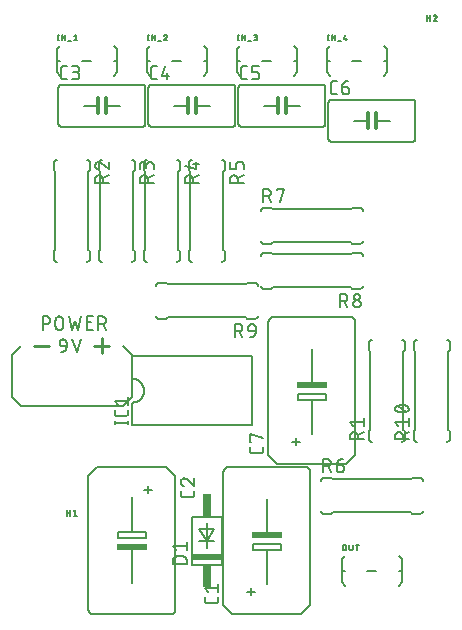
<source format=gbr>
G04 EAGLE Gerber RS-274X export*
G75*
%MOMM*%
%FSLAX34Y34*%
%LPD*%
%INSilkscreen Top*%
%IPPOS*%
%AMOC8*
5,1,8,0,0,1.08239X$1,22.5*%
G01*
%ADD10C,0.152400*%
%ADD11R,2.540000X0.508000*%
%ADD12C,0.127000*%
%ADD13C,0.304800*%
%ADD14R,0.762000X1.905000*%
%ADD15C,0.254000*%
%ADD16C,0.203200*%


D10*
X179070Y134620D02*
X179070Y21590D01*
X182880Y138430D02*
X248920Y138430D01*
X252730Y134620D02*
X252730Y21590D01*
X186690Y13970D02*
X179070Y21590D01*
X199136Y33020D02*
X205486Y33020D01*
X202184Y36322D02*
X202184Y29718D01*
X215900Y39370D02*
X215900Y68580D01*
X228092Y68580D01*
X228092Y73660D01*
X203708Y73660D01*
X203708Y68580D01*
X215900Y68580D01*
X215900Y82550D02*
X215900Y111760D01*
X252730Y21590D02*
X245110Y13970D01*
X186690Y13970D01*
X179070Y134620D02*
X179072Y134742D01*
X179078Y134864D01*
X179088Y134986D01*
X179101Y135107D01*
X179119Y135228D01*
X179140Y135348D01*
X179166Y135468D01*
X179195Y135586D01*
X179227Y135704D01*
X179264Y135821D01*
X179304Y135936D01*
X179348Y136050D01*
X179396Y136162D01*
X179447Y136273D01*
X179502Y136382D01*
X179560Y136490D01*
X179622Y136595D01*
X179687Y136698D01*
X179755Y136800D01*
X179827Y136899D01*
X179901Y136995D01*
X179979Y137090D01*
X180060Y137181D01*
X180143Y137271D01*
X180229Y137357D01*
X180319Y137440D01*
X180410Y137521D01*
X180505Y137599D01*
X180601Y137673D01*
X180700Y137745D01*
X180802Y137813D01*
X180905Y137878D01*
X181010Y137940D01*
X181118Y137998D01*
X181227Y138053D01*
X181338Y138104D01*
X181450Y138152D01*
X181564Y138196D01*
X181679Y138236D01*
X181796Y138273D01*
X181914Y138305D01*
X182032Y138334D01*
X182152Y138360D01*
X182272Y138381D01*
X182393Y138399D01*
X182514Y138412D01*
X182636Y138422D01*
X182758Y138428D01*
X182880Y138430D01*
X248920Y138430D02*
X249042Y138428D01*
X249164Y138422D01*
X249286Y138412D01*
X249407Y138399D01*
X249528Y138381D01*
X249648Y138360D01*
X249768Y138334D01*
X249886Y138305D01*
X250004Y138273D01*
X250121Y138236D01*
X250236Y138196D01*
X250350Y138152D01*
X250462Y138104D01*
X250573Y138053D01*
X250682Y137998D01*
X250790Y137940D01*
X250895Y137878D01*
X250998Y137813D01*
X251100Y137745D01*
X251199Y137673D01*
X251295Y137599D01*
X251390Y137521D01*
X251481Y137440D01*
X251571Y137357D01*
X251657Y137271D01*
X251740Y137181D01*
X251821Y137090D01*
X251899Y136995D01*
X251973Y136899D01*
X252045Y136800D01*
X252113Y136698D01*
X252178Y136595D01*
X252240Y136490D01*
X252298Y136382D01*
X252353Y136273D01*
X252404Y136162D01*
X252452Y136050D01*
X252496Y135936D01*
X252536Y135821D01*
X252573Y135704D01*
X252605Y135586D01*
X252634Y135468D01*
X252660Y135348D01*
X252681Y135228D01*
X252699Y135107D01*
X252712Y134986D01*
X252722Y134864D01*
X252728Y134742D01*
X252730Y134620D01*
D11*
X215900Y81280D03*
D12*
X174625Y28575D02*
X174625Y26035D01*
X174623Y25935D01*
X174617Y25836D01*
X174607Y25736D01*
X174594Y25638D01*
X174576Y25539D01*
X174555Y25442D01*
X174530Y25346D01*
X174501Y25250D01*
X174468Y25156D01*
X174432Y25063D01*
X174392Y24972D01*
X174348Y24882D01*
X174301Y24794D01*
X174251Y24708D01*
X174197Y24624D01*
X174140Y24542D01*
X174080Y24463D01*
X174016Y24385D01*
X173950Y24311D01*
X173881Y24239D01*
X173809Y24170D01*
X173735Y24104D01*
X173657Y24040D01*
X173578Y23980D01*
X173496Y23923D01*
X173412Y23869D01*
X173326Y23819D01*
X173238Y23772D01*
X173148Y23728D01*
X173057Y23688D01*
X172964Y23652D01*
X172870Y23619D01*
X172774Y23590D01*
X172678Y23565D01*
X172581Y23544D01*
X172482Y23526D01*
X172384Y23513D01*
X172284Y23503D01*
X172185Y23497D01*
X172085Y23495D01*
X165735Y23495D01*
X165635Y23497D01*
X165536Y23503D01*
X165436Y23513D01*
X165338Y23526D01*
X165239Y23544D01*
X165142Y23565D01*
X165046Y23590D01*
X164950Y23619D01*
X164856Y23652D01*
X164763Y23688D01*
X164672Y23728D01*
X164582Y23772D01*
X164494Y23819D01*
X164408Y23869D01*
X164324Y23923D01*
X164242Y23980D01*
X164163Y24040D01*
X164085Y24104D01*
X164011Y24170D01*
X163939Y24239D01*
X163870Y24311D01*
X163804Y24385D01*
X163740Y24463D01*
X163680Y24542D01*
X163623Y24624D01*
X163569Y24708D01*
X163519Y24794D01*
X163472Y24882D01*
X163428Y24972D01*
X163388Y25063D01*
X163352Y25156D01*
X163319Y25250D01*
X163290Y25346D01*
X163265Y25442D01*
X163244Y25539D01*
X163226Y25638D01*
X163213Y25736D01*
X163203Y25836D01*
X163197Y25935D01*
X163195Y26035D01*
X163195Y28575D01*
X165735Y33057D02*
X163195Y36232D01*
X174625Y36232D01*
X174625Y33057D02*
X174625Y39407D01*
D10*
X138430Y17780D02*
X138430Y130810D01*
X134620Y13970D02*
X68580Y13970D01*
X64770Y17780D02*
X64770Y130810D01*
X130810Y138430D02*
X138430Y130810D01*
X118364Y119380D02*
X112014Y119380D01*
X115316Y116078D02*
X115316Y122682D01*
X101600Y113030D02*
X101600Y83820D01*
X89408Y83820D01*
X89408Y78740D01*
X113792Y78740D01*
X113792Y83820D01*
X101600Y83820D01*
X101600Y69850D02*
X101600Y40640D01*
X64770Y130810D02*
X72390Y138430D01*
X130810Y138430D01*
X138430Y17780D02*
X138428Y17658D01*
X138422Y17536D01*
X138412Y17414D01*
X138399Y17293D01*
X138381Y17172D01*
X138360Y17052D01*
X138334Y16932D01*
X138305Y16814D01*
X138273Y16696D01*
X138236Y16579D01*
X138196Y16464D01*
X138152Y16350D01*
X138104Y16238D01*
X138053Y16127D01*
X137998Y16018D01*
X137940Y15910D01*
X137878Y15805D01*
X137813Y15702D01*
X137745Y15600D01*
X137673Y15501D01*
X137599Y15405D01*
X137521Y15310D01*
X137440Y15219D01*
X137357Y15129D01*
X137271Y15043D01*
X137181Y14960D01*
X137090Y14879D01*
X136995Y14801D01*
X136899Y14727D01*
X136800Y14655D01*
X136698Y14587D01*
X136595Y14522D01*
X136490Y14460D01*
X136382Y14402D01*
X136273Y14347D01*
X136162Y14296D01*
X136050Y14248D01*
X135936Y14204D01*
X135821Y14164D01*
X135704Y14127D01*
X135586Y14095D01*
X135468Y14066D01*
X135348Y14040D01*
X135228Y14019D01*
X135107Y14001D01*
X134986Y13988D01*
X134864Y13978D01*
X134742Y13972D01*
X134620Y13970D01*
X68580Y13970D02*
X68458Y13972D01*
X68336Y13978D01*
X68214Y13988D01*
X68093Y14001D01*
X67972Y14019D01*
X67852Y14040D01*
X67732Y14066D01*
X67614Y14095D01*
X67496Y14127D01*
X67379Y14164D01*
X67264Y14204D01*
X67150Y14248D01*
X67038Y14296D01*
X66927Y14347D01*
X66818Y14402D01*
X66710Y14460D01*
X66605Y14522D01*
X66502Y14587D01*
X66400Y14655D01*
X66301Y14727D01*
X66205Y14801D01*
X66110Y14879D01*
X66019Y14960D01*
X65929Y15043D01*
X65843Y15129D01*
X65760Y15219D01*
X65679Y15310D01*
X65601Y15405D01*
X65527Y15501D01*
X65455Y15600D01*
X65387Y15702D01*
X65322Y15805D01*
X65260Y15910D01*
X65202Y16018D01*
X65147Y16127D01*
X65096Y16238D01*
X65048Y16350D01*
X65004Y16464D01*
X64964Y16579D01*
X64927Y16696D01*
X64895Y16814D01*
X64866Y16932D01*
X64840Y17052D01*
X64819Y17172D01*
X64801Y17293D01*
X64788Y17414D01*
X64778Y17536D01*
X64772Y17658D01*
X64770Y17780D01*
D11*
X101600Y71120D03*
D12*
X154305Y115533D02*
X154305Y118073D01*
X154305Y115533D02*
X154303Y115433D01*
X154297Y115334D01*
X154287Y115234D01*
X154274Y115136D01*
X154256Y115037D01*
X154235Y114940D01*
X154210Y114844D01*
X154181Y114748D01*
X154148Y114654D01*
X154112Y114561D01*
X154072Y114470D01*
X154028Y114380D01*
X153981Y114292D01*
X153931Y114206D01*
X153877Y114122D01*
X153820Y114040D01*
X153760Y113961D01*
X153696Y113883D01*
X153630Y113809D01*
X153561Y113737D01*
X153489Y113668D01*
X153415Y113602D01*
X153337Y113538D01*
X153258Y113478D01*
X153176Y113421D01*
X153092Y113367D01*
X153006Y113317D01*
X152918Y113270D01*
X152828Y113226D01*
X152737Y113186D01*
X152644Y113150D01*
X152550Y113117D01*
X152454Y113088D01*
X152358Y113063D01*
X152261Y113042D01*
X152162Y113024D01*
X152064Y113011D01*
X151964Y113001D01*
X151865Y112995D01*
X151765Y112993D01*
X145415Y112993D01*
X145315Y112995D01*
X145216Y113001D01*
X145116Y113011D01*
X145018Y113024D01*
X144919Y113042D01*
X144822Y113063D01*
X144726Y113088D01*
X144630Y113117D01*
X144536Y113150D01*
X144443Y113186D01*
X144352Y113226D01*
X144262Y113270D01*
X144174Y113317D01*
X144088Y113367D01*
X144004Y113421D01*
X143922Y113478D01*
X143843Y113538D01*
X143765Y113602D01*
X143691Y113668D01*
X143619Y113737D01*
X143550Y113809D01*
X143484Y113883D01*
X143420Y113961D01*
X143360Y114040D01*
X143303Y114122D01*
X143249Y114206D01*
X143199Y114292D01*
X143152Y114380D01*
X143108Y114470D01*
X143068Y114561D01*
X143032Y114654D01*
X142999Y114748D01*
X142970Y114844D01*
X142945Y114940D01*
X142924Y115037D01*
X142906Y115136D01*
X142893Y115234D01*
X142883Y115334D01*
X142877Y115433D01*
X142875Y115533D01*
X142875Y118073D01*
X142875Y126048D02*
X142877Y126152D01*
X142883Y126257D01*
X142892Y126361D01*
X142905Y126464D01*
X142923Y126567D01*
X142943Y126669D01*
X142968Y126771D01*
X142996Y126871D01*
X143028Y126971D01*
X143064Y127069D01*
X143103Y127166D01*
X143145Y127261D01*
X143191Y127355D01*
X143241Y127447D01*
X143293Y127537D01*
X143349Y127625D01*
X143409Y127711D01*
X143471Y127795D01*
X143536Y127876D01*
X143604Y127955D01*
X143676Y128032D01*
X143749Y128105D01*
X143826Y128177D01*
X143905Y128245D01*
X143986Y128310D01*
X144070Y128372D01*
X144156Y128432D01*
X144244Y128488D01*
X144334Y128540D01*
X144426Y128590D01*
X144520Y128636D01*
X144615Y128678D01*
X144712Y128717D01*
X144810Y128753D01*
X144910Y128785D01*
X145010Y128813D01*
X145112Y128838D01*
X145214Y128858D01*
X145317Y128876D01*
X145420Y128889D01*
X145524Y128898D01*
X145629Y128904D01*
X145733Y128906D01*
X142875Y126048D02*
X142877Y125930D01*
X142883Y125811D01*
X142892Y125693D01*
X142905Y125576D01*
X142923Y125459D01*
X142943Y125342D01*
X142968Y125226D01*
X142996Y125111D01*
X143029Y124998D01*
X143064Y124885D01*
X143104Y124773D01*
X143146Y124663D01*
X143193Y124554D01*
X143243Y124446D01*
X143296Y124341D01*
X143353Y124237D01*
X143413Y124135D01*
X143476Y124035D01*
X143543Y123937D01*
X143612Y123841D01*
X143685Y123748D01*
X143761Y123657D01*
X143839Y123568D01*
X143921Y123482D01*
X144005Y123399D01*
X144091Y123318D01*
X144181Y123241D01*
X144272Y123166D01*
X144366Y123094D01*
X144463Y123025D01*
X144561Y122960D01*
X144662Y122897D01*
X144765Y122838D01*
X144869Y122782D01*
X144975Y122730D01*
X145083Y122681D01*
X145192Y122636D01*
X145303Y122594D01*
X145415Y122556D01*
X147955Y127953D02*
X147880Y128029D01*
X147801Y128104D01*
X147720Y128175D01*
X147636Y128244D01*
X147550Y128309D01*
X147462Y128371D01*
X147372Y128431D01*
X147280Y128487D01*
X147185Y128540D01*
X147089Y128589D01*
X146991Y128635D01*
X146892Y128678D01*
X146791Y128717D01*
X146689Y128752D01*
X146586Y128784D01*
X146482Y128812D01*
X146377Y128837D01*
X146270Y128858D01*
X146164Y128875D01*
X146057Y128888D01*
X145949Y128897D01*
X145841Y128903D01*
X145733Y128905D01*
X147955Y127953D02*
X154305Y122555D01*
X154305Y128905D01*
D13*
X73152Y444500D02*
X73152Y450850D01*
X73152Y444500D02*
X73152Y438150D01*
D10*
X73152Y444500D02*
X60960Y444500D01*
D13*
X79502Y444500D02*
X79502Y450850D01*
X79502Y444500D02*
X79502Y438150D01*
D10*
X79502Y444500D02*
X91440Y444500D01*
X39370Y459740D02*
X39370Y429260D01*
X41910Y426720D02*
X110490Y426720D01*
X113030Y429260D02*
X113030Y459740D01*
X110490Y462280D02*
X41910Y462280D01*
X110490Y462280D02*
X110590Y462278D01*
X110689Y462272D01*
X110789Y462262D01*
X110887Y462249D01*
X110986Y462231D01*
X111083Y462210D01*
X111179Y462185D01*
X111275Y462156D01*
X111369Y462123D01*
X111462Y462087D01*
X111553Y462047D01*
X111643Y462003D01*
X111731Y461956D01*
X111817Y461906D01*
X111901Y461852D01*
X111983Y461795D01*
X112062Y461735D01*
X112140Y461671D01*
X112214Y461605D01*
X112286Y461536D01*
X112355Y461464D01*
X112421Y461390D01*
X112485Y461312D01*
X112545Y461233D01*
X112602Y461151D01*
X112656Y461067D01*
X112706Y460981D01*
X112753Y460893D01*
X112797Y460803D01*
X112837Y460712D01*
X112873Y460619D01*
X112906Y460525D01*
X112935Y460429D01*
X112960Y460333D01*
X112981Y460236D01*
X112999Y460137D01*
X113012Y460039D01*
X113022Y459939D01*
X113028Y459840D01*
X113030Y459740D01*
X113030Y429260D02*
X113028Y429160D01*
X113022Y429061D01*
X113012Y428961D01*
X112999Y428863D01*
X112981Y428764D01*
X112960Y428667D01*
X112935Y428571D01*
X112906Y428475D01*
X112873Y428381D01*
X112837Y428288D01*
X112797Y428197D01*
X112753Y428107D01*
X112706Y428019D01*
X112656Y427933D01*
X112602Y427849D01*
X112545Y427767D01*
X112485Y427688D01*
X112421Y427610D01*
X112355Y427536D01*
X112286Y427464D01*
X112214Y427395D01*
X112140Y427329D01*
X112062Y427265D01*
X111983Y427205D01*
X111901Y427148D01*
X111817Y427094D01*
X111731Y427044D01*
X111643Y426997D01*
X111553Y426953D01*
X111462Y426913D01*
X111369Y426877D01*
X111275Y426844D01*
X111179Y426815D01*
X111083Y426790D01*
X110986Y426769D01*
X110887Y426751D01*
X110789Y426738D01*
X110689Y426728D01*
X110590Y426722D01*
X110490Y426720D01*
X41910Y426720D02*
X41810Y426722D01*
X41711Y426728D01*
X41611Y426738D01*
X41513Y426751D01*
X41414Y426769D01*
X41317Y426790D01*
X41221Y426815D01*
X41125Y426844D01*
X41031Y426877D01*
X40938Y426913D01*
X40847Y426953D01*
X40757Y426997D01*
X40669Y427044D01*
X40583Y427094D01*
X40499Y427148D01*
X40417Y427205D01*
X40338Y427265D01*
X40260Y427329D01*
X40186Y427395D01*
X40114Y427464D01*
X40045Y427536D01*
X39979Y427610D01*
X39915Y427688D01*
X39855Y427767D01*
X39798Y427849D01*
X39744Y427933D01*
X39694Y428019D01*
X39647Y428107D01*
X39603Y428197D01*
X39563Y428288D01*
X39527Y428381D01*
X39494Y428475D01*
X39465Y428571D01*
X39440Y428667D01*
X39419Y428764D01*
X39401Y428863D01*
X39388Y428961D01*
X39378Y429061D01*
X39372Y429160D01*
X39370Y429260D01*
X39370Y459740D02*
X39372Y459840D01*
X39378Y459939D01*
X39388Y460039D01*
X39401Y460137D01*
X39419Y460236D01*
X39440Y460333D01*
X39465Y460429D01*
X39494Y460525D01*
X39527Y460619D01*
X39563Y460712D01*
X39603Y460803D01*
X39647Y460893D01*
X39694Y460981D01*
X39744Y461067D01*
X39798Y461151D01*
X39855Y461233D01*
X39915Y461312D01*
X39979Y461390D01*
X40045Y461464D01*
X40114Y461536D01*
X40186Y461605D01*
X40260Y461671D01*
X40338Y461735D01*
X40417Y461795D01*
X40499Y461852D01*
X40583Y461906D01*
X40669Y461956D01*
X40757Y462003D01*
X40847Y462047D01*
X40938Y462087D01*
X41031Y462123D01*
X41125Y462156D01*
X41221Y462185D01*
X41317Y462210D01*
X41414Y462231D01*
X41513Y462249D01*
X41611Y462262D01*
X41711Y462272D01*
X41810Y462278D01*
X41910Y462280D01*
D12*
X43815Y466725D02*
X46355Y466725D01*
X43815Y466725D02*
X43715Y466727D01*
X43616Y466733D01*
X43516Y466743D01*
X43418Y466756D01*
X43319Y466774D01*
X43222Y466795D01*
X43126Y466820D01*
X43030Y466849D01*
X42936Y466882D01*
X42843Y466918D01*
X42752Y466958D01*
X42662Y467002D01*
X42574Y467049D01*
X42488Y467099D01*
X42404Y467153D01*
X42322Y467210D01*
X42243Y467270D01*
X42165Y467334D01*
X42091Y467400D01*
X42019Y467469D01*
X41950Y467541D01*
X41884Y467615D01*
X41820Y467693D01*
X41760Y467772D01*
X41703Y467854D01*
X41649Y467938D01*
X41599Y468024D01*
X41552Y468112D01*
X41508Y468202D01*
X41468Y468293D01*
X41432Y468386D01*
X41399Y468480D01*
X41370Y468576D01*
X41345Y468672D01*
X41324Y468769D01*
X41306Y468868D01*
X41293Y468966D01*
X41283Y469066D01*
X41277Y469165D01*
X41275Y469265D01*
X41275Y475615D01*
X41277Y475715D01*
X41283Y475814D01*
X41293Y475914D01*
X41306Y476012D01*
X41324Y476111D01*
X41345Y476208D01*
X41370Y476304D01*
X41399Y476400D01*
X41432Y476494D01*
X41468Y476587D01*
X41508Y476678D01*
X41552Y476768D01*
X41599Y476856D01*
X41649Y476942D01*
X41703Y477026D01*
X41760Y477108D01*
X41820Y477187D01*
X41884Y477265D01*
X41950Y477339D01*
X42019Y477411D01*
X42091Y477480D01*
X42165Y477546D01*
X42243Y477610D01*
X42322Y477670D01*
X42404Y477727D01*
X42488Y477781D01*
X42574Y477831D01*
X42662Y477878D01*
X42752Y477922D01*
X42843Y477962D01*
X42936Y477998D01*
X43030Y478031D01*
X43126Y478060D01*
X43222Y478085D01*
X43319Y478106D01*
X43418Y478124D01*
X43516Y478137D01*
X43616Y478147D01*
X43715Y478153D01*
X43815Y478155D01*
X46355Y478155D01*
X50837Y466725D02*
X54012Y466725D01*
X54123Y466727D01*
X54233Y466733D01*
X54344Y466742D01*
X54454Y466756D01*
X54563Y466773D01*
X54672Y466794D01*
X54780Y466819D01*
X54887Y466848D01*
X54993Y466880D01*
X55098Y466916D01*
X55201Y466956D01*
X55303Y466999D01*
X55404Y467046D01*
X55503Y467097D01*
X55599Y467150D01*
X55694Y467207D01*
X55787Y467268D01*
X55878Y467331D01*
X55967Y467398D01*
X56053Y467468D01*
X56136Y467541D01*
X56218Y467616D01*
X56296Y467694D01*
X56371Y467776D01*
X56444Y467859D01*
X56514Y467945D01*
X56581Y468034D01*
X56644Y468125D01*
X56705Y468218D01*
X56762Y468312D01*
X56815Y468409D01*
X56866Y468508D01*
X56913Y468609D01*
X56956Y468711D01*
X56996Y468814D01*
X57032Y468919D01*
X57064Y469025D01*
X57093Y469132D01*
X57118Y469240D01*
X57139Y469349D01*
X57156Y469458D01*
X57170Y469568D01*
X57179Y469679D01*
X57185Y469789D01*
X57187Y469900D01*
X57185Y470011D01*
X57179Y470121D01*
X57170Y470232D01*
X57156Y470342D01*
X57139Y470451D01*
X57118Y470560D01*
X57093Y470668D01*
X57064Y470775D01*
X57032Y470881D01*
X56996Y470986D01*
X56956Y471089D01*
X56913Y471191D01*
X56866Y471292D01*
X56815Y471391D01*
X56762Y471487D01*
X56705Y471582D01*
X56644Y471675D01*
X56581Y471766D01*
X56514Y471855D01*
X56444Y471941D01*
X56371Y472024D01*
X56296Y472106D01*
X56218Y472184D01*
X56136Y472259D01*
X56053Y472332D01*
X55967Y472402D01*
X55878Y472469D01*
X55787Y472532D01*
X55694Y472593D01*
X55600Y472650D01*
X55503Y472703D01*
X55404Y472754D01*
X55303Y472801D01*
X55201Y472844D01*
X55098Y472884D01*
X54993Y472920D01*
X54887Y472952D01*
X54780Y472981D01*
X54672Y473006D01*
X54563Y473027D01*
X54454Y473044D01*
X54344Y473058D01*
X54233Y473067D01*
X54123Y473073D01*
X54012Y473075D01*
X54647Y478155D02*
X50837Y478155D01*
X54647Y478155D02*
X54747Y478153D01*
X54846Y478147D01*
X54946Y478137D01*
X55044Y478124D01*
X55143Y478106D01*
X55240Y478085D01*
X55336Y478060D01*
X55432Y478031D01*
X55526Y477998D01*
X55619Y477962D01*
X55710Y477922D01*
X55800Y477878D01*
X55888Y477831D01*
X55974Y477781D01*
X56058Y477727D01*
X56140Y477670D01*
X56219Y477610D01*
X56297Y477546D01*
X56371Y477480D01*
X56443Y477411D01*
X56512Y477339D01*
X56578Y477265D01*
X56642Y477187D01*
X56702Y477108D01*
X56759Y477026D01*
X56813Y476942D01*
X56863Y476856D01*
X56910Y476768D01*
X56954Y476678D01*
X56994Y476587D01*
X57030Y476494D01*
X57063Y476400D01*
X57092Y476304D01*
X57117Y476208D01*
X57138Y476111D01*
X57156Y476012D01*
X57169Y475914D01*
X57179Y475814D01*
X57185Y475715D01*
X57187Y475615D01*
X57185Y475515D01*
X57179Y475416D01*
X57169Y475316D01*
X57156Y475218D01*
X57138Y475119D01*
X57117Y475022D01*
X57092Y474926D01*
X57063Y474830D01*
X57030Y474736D01*
X56994Y474643D01*
X56954Y474552D01*
X56910Y474462D01*
X56863Y474374D01*
X56813Y474288D01*
X56759Y474204D01*
X56702Y474122D01*
X56642Y474043D01*
X56578Y473965D01*
X56512Y473891D01*
X56443Y473819D01*
X56371Y473750D01*
X56297Y473684D01*
X56219Y473620D01*
X56140Y473560D01*
X56058Y473503D01*
X55974Y473449D01*
X55888Y473399D01*
X55800Y473352D01*
X55710Y473308D01*
X55619Y473268D01*
X55526Y473232D01*
X55432Y473199D01*
X55336Y473170D01*
X55240Y473145D01*
X55143Y473124D01*
X55044Y473106D01*
X54946Y473093D01*
X54846Y473083D01*
X54747Y473077D01*
X54647Y473075D01*
X52107Y473075D01*
D13*
X149352Y450850D02*
X149352Y444500D01*
X149352Y438150D01*
D10*
X149352Y444500D02*
X137160Y444500D01*
D13*
X155702Y444500D02*
X155702Y450850D01*
X155702Y444500D02*
X155702Y438150D01*
D10*
X155702Y444500D02*
X167640Y444500D01*
X115570Y459740D02*
X115570Y429260D01*
X118110Y426720D02*
X186690Y426720D01*
X189230Y429260D02*
X189230Y459740D01*
X186690Y462280D02*
X118110Y462280D01*
X186690Y462280D02*
X186790Y462278D01*
X186889Y462272D01*
X186989Y462262D01*
X187087Y462249D01*
X187186Y462231D01*
X187283Y462210D01*
X187379Y462185D01*
X187475Y462156D01*
X187569Y462123D01*
X187662Y462087D01*
X187753Y462047D01*
X187843Y462003D01*
X187931Y461956D01*
X188017Y461906D01*
X188101Y461852D01*
X188183Y461795D01*
X188262Y461735D01*
X188340Y461671D01*
X188414Y461605D01*
X188486Y461536D01*
X188555Y461464D01*
X188621Y461390D01*
X188685Y461312D01*
X188745Y461233D01*
X188802Y461151D01*
X188856Y461067D01*
X188906Y460981D01*
X188953Y460893D01*
X188997Y460803D01*
X189037Y460712D01*
X189073Y460619D01*
X189106Y460525D01*
X189135Y460429D01*
X189160Y460333D01*
X189181Y460236D01*
X189199Y460137D01*
X189212Y460039D01*
X189222Y459939D01*
X189228Y459840D01*
X189230Y459740D01*
X189230Y429260D02*
X189228Y429160D01*
X189222Y429061D01*
X189212Y428961D01*
X189199Y428863D01*
X189181Y428764D01*
X189160Y428667D01*
X189135Y428571D01*
X189106Y428475D01*
X189073Y428381D01*
X189037Y428288D01*
X188997Y428197D01*
X188953Y428107D01*
X188906Y428019D01*
X188856Y427933D01*
X188802Y427849D01*
X188745Y427767D01*
X188685Y427688D01*
X188621Y427610D01*
X188555Y427536D01*
X188486Y427464D01*
X188414Y427395D01*
X188340Y427329D01*
X188262Y427265D01*
X188183Y427205D01*
X188101Y427148D01*
X188017Y427094D01*
X187931Y427044D01*
X187843Y426997D01*
X187753Y426953D01*
X187662Y426913D01*
X187569Y426877D01*
X187475Y426844D01*
X187379Y426815D01*
X187283Y426790D01*
X187186Y426769D01*
X187087Y426751D01*
X186989Y426738D01*
X186889Y426728D01*
X186790Y426722D01*
X186690Y426720D01*
X118110Y426720D02*
X118010Y426722D01*
X117911Y426728D01*
X117811Y426738D01*
X117713Y426751D01*
X117614Y426769D01*
X117517Y426790D01*
X117421Y426815D01*
X117325Y426844D01*
X117231Y426877D01*
X117138Y426913D01*
X117047Y426953D01*
X116957Y426997D01*
X116869Y427044D01*
X116783Y427094D01*
X116699Y427148D01*
X116617Y427205D01*
X116538Y427265D01*
X116460Y427329D01*
X116386Y427395D01*
X116314Y427464D01*
X116245Y427536D01*
X116179Y427610D01*
X116115Y427688D01*
X116055Y427767D01*
X115998Y427849D01*
X115944Y427933D01*
X115894Y428019D01*
X115847Y428107D01*
X115803Y428197D01*
X115763Y428288D01*
X115727Y428381D01*
X115694Y428475D01*
X115665Y428571D01*
X115640Y428667D01*
X115619Y428764D01*
X115601Y428863D01*
X115588Y428961D01*
X115578Y429061D01*
X115572Y429160D01*
X115570Y429260D01*
X115570Y459740D02*
X115572Y459840D01*
X115578Y459939D01*
X115588Y460039D01*
X115601Y460137D01*
X115619Y460236D01*
X115640Y460333D01*
X115665Y460429D01*
X115694Y460525D01*
X115727Y460619D01*
X115763Y460712D01*
X115803Y460803D01*
X115847Y460893D01*
X115894Y460981D01*
X115944Y461067D01*
X115998Y461151D01*
X116055Y461233D01*
X116115Y461312D01*
X116179Y461390D01*
X116245Y461464D01*
X116314Y461536D01*
X116386Y461605D01*
X116460Y461671D01*
X116538Y461735D01*
X116617Y461795D01*
X116699Y461852D01*
X116783Y461906D01*
X116869Y461956D01*
X116957Y462003D01*
X117047Y462047D01*
X117138Y462087D01*
X117231Y462123D01*
X117325Y462156D01*
X117421Y462185D01*
X117517Y462210D01*
X117614Y462231D01*
X117713Y462249D01*
X117811Y462262D01*
X117911Y462272D01*
X118010Y462278D01*
X118110Y462280D01*
D12*
X120015Y466725D02*
X122555Y466725D01*
X120015Y466725D02*
X119915Y466727D01*
X119816Y466733D01*
X119716Y466743D01*
X119618Y466756D01*
X119519Y466774D01*
X119422Y466795D01*
X119326Y466820D01*
X119230Y466849D01*
X119136Y466882D01*
X119043Y466918D01*
X118952Y466958D01*
X118862Y467002D01*
X118774Y467049D01*
X118688Y467099D01*
X118604Y467153D01*
X118522Y467210D01*
X118443Y467270D01*
X118365Y467334D01*
X118291Y467400D01*
X118219Y467469D01*
X118150Y467541D01*
X118084Y467615D01*
X118020Y467693D01*
X117960Y467772D01*
X117903Y467854D01*
X117849Y467938D01*
X117799Y468024D01*
X117752Y468112D01*
X117708Y468202D01*
X117668Y468293D01*
X117632Y468386D01*
X117599Y468480D01*
X117570Y468576D01*
X117545Y468672D01*
X117524Y468769D01*
X117506Y468868D01*
X117493Y468966D01*
X117483Y469066D01*
X117477Y469165D01*
X117475Y469265D01*
X117475Y475615D01*
X117477Y475715D01*
X117483Y475814D01*
X117493Y475914D01*
X117506Y476012D01*
X117524Y476111D01*
X117545Y476208D01*
X117570Y476304D01*
X117599Y476400D01*
X117632Y476494D01*
X117668Y476587D01*
X117708Y476678D01*
X117752Y476768D01*
X117799Y476856D01*
X117849Y476942D01*
X117903Y477026D01*
X117960Y477108D01*
X118020Y477187D01*
X118084Y477265D01*
X118150Y477339D01*
X118219Y477411D01*
X118291Y477480D01*
X118365Y477546D01*
X118443Y477610D01*
X118522Y477670D01*
X118604Y477727D01*
X118688Y477781D01*
X118774Y477831D01*
X118862Y477878D01*
X118952Y477922D01*
X119043Y477962D01*
X119136Y477998D01*
X119230Y478031D01*
X119326Y478060D01*
X119422Y478085D01*
X119519Y478106D01*
X119618Y478124D01*
X119716Y478137D01*
X119816Y478147D01*
X119915Y478153D01*
X120015Y478155D01*
X122555Y478155D01*
X129577Y478155D02*
X127037Y469265D01*
X133387Y469265D01*
X131482Y471805D02*
X131482Y466725D01*
D13*
X225552Y450850D02*
X225552Y444500D01*
X225552Y438150D01*
D10*
X225552Y444500D02*
X213360Y444500D01*
D13*
X231902Y444500D02*
X231902Y450850D01*
X231902Y444500D02*
X231902Y438150D01*
D10*
X231902Y444500D02*
X243840Y444500D01*
X191770Y459740D02*
X191770Y429260D01*
X194310Y426720D02*
X262890Y426720D01*
X265430Y429260D02*
X265430Y459740D01*
X262890Y462280D02*
X194310Y462280D01*
X262890Y462280D02*
X262990Y462278D01*
X263089Y462272D01*
X263189Y462262D01*
X263287Y462249D01*
X263386Y462231D01*
X263483Y462210D01*
X263579Y462185D01*
X263675Y462156D01*
X263769Y462123D01*
X263862Y462087D01*
X263953Y462047D01*
X264043Y462003D01*
X264131Y461956D01*
X264217Y461906D01*
X264301Y461852D01*
X264383Y461795D01*
X264462Y461735D01*
X264540Y461671D01*
X264614Y461605D01*
X264686Y461536D01*
X264755Y461464D01*
X264821Y461390D01*
X264885Y461312D01*
X264945Y461233D01*
X265002Y461151D01*
X265056Y461067D01*
X265106Y460981D01*
X265153Y460893D01*
X265197Y460803D01*
X265237Y460712D01*
X265273Y460619D01*
X265306Y460525D01*
X265335Y460429D01*
X265360Y460333D01*
X265381Y460236D01*
X265399Y460137D01*
X265412Y460039D01*
X265422Y459939D01*
X265428Y459840D01*
X265430Y459740D01*
X265430Y429260D02*
X265428Y429160D01*
X265422Y429061D01*
X265412Y428961D01*
X265399Y428863D01*
X265381Y428764D01*
X265360Y428667D01*
X265335Y428571D01*
X265306Y428475D01*
X265273Y428381D01*
X265237Y428288D01*
X265197Y428197D01*
X265153Y428107D01*
X265106Y428019D01*
X265056Y427933D01*
X265002Y427849D01*
X264945Y427767D01*
X264885Y427688D01*
X264821Y427610D01*
X264755Y427536D01*
X264686Y427464D01*
X264614Y427395D01*
X264540Y427329D01*
X264462Y427265D01*
X264383Y427205D01*
X264301Y427148D01*
X264217Y427094D01*
X264131Y427044D01*
X264043Y426997D01*
X263953Y426953D01*
X263862Y426913D01*
X263769Y426877D01*
X263675Y426844D01*
X263579Y426815D01*
X263483Y426790D01*
X263386Y426769D01*
X263287Y426751D01*
X263189Y426738D01*
X263089Y426728D01*
X262990Y426722D01*
X262890Y426720D01*
X194310Y426720D02*
X194210Y426722D01*
X194111Y426728D01*
X194011Y426738D01*
X193913Y426751D01*
X193814Y426769D01*
X193717Y426790D01*
X193621Y426815D01*
X193525Y426844D01*
X193431Y426877D01*
X193338Y426913D01*
X193247Y426953D01*
X193157Y426997D01*
X193069Y427044D01*
X192983Y427094D01*
X192899Y427148D01*
X192817Y427205D01*
X192738Y427265D01*
X192660Y427329D01*
X192586Y427395D01*
X192514Y427464D01*
X192445Y427536D01*
X192379Y427610D01*
X192315Y427688D01*
X192255Y427767D01*
X192198Y427849D01*
X192144Y427933D01*
X192094Y428019D01*
X192047Y428107D01*
X192003Y428197D01*
X191963Y428288D01*
X191927Y428381D01*
X191894Y428475D01*
X191865Y428571D01*
X191840Y428667D01*
X191819Y428764D01*
X191801Y428863D01*
X191788Y428961D01*
X191778Y429061D01*
X191772Y429160D01*
X191770Y429260D01*
X191770Y459740D02*
X191772Y459840D01*
X191778Y459939D01*
X191788Y460039D01*
X191801Y460137D01*
X191819Y460236D01*
X191840Y460333D01*
X191865Y460429D01*
X191894Y460525D01*
X191927Y460619D01*
X191963Y460712D01*
X192003Y460803D01*
X192047Y460893D01*
X192094Y460981D01*
X192144Y461067D01*
X192198Y461151D01*
X192255Y461233D01*
X192315Y461312D01*
X192379Y461390D01*
X192445Y461464D01*
X192514Y461536D01*
X192586Y461605D01*
X192660Y461671D01*
X192738Y461735D01*
X192817Y461795D01*
X192899Y461852D01*
X192983Y461906D01*
X193069Y461956D01*
X193157Y462003D01*
X193247Y462047D01*
X193338Y462087D01*
X193431Y462123D01*
X193525Y462156D01*
X193621Y462185D01*
X193717Y462210D01*
X193814Y462231D01*
X193913Y462249D01*
X194011Y462262D01*
X194111Y462272D01*
X194210Y462278D01*
X194310Y462280D01*
D12*
X196215Y466725D02*
X198755Y466725D01*
X196215Y466725D02*
X196115Y466727D01*
X196016Y466733D01*
X195916Y466743D01*
X195818Y466756D01*
X195719Y466774D01*
X195622Y466795D01*
X195526Y466820D01*
X195430Y466849D01*
X195336Y466882D01*
X195243Y466918D01*
X195152Y466958D01*
X195062Y467002D01*
X194974Y467049D01*
X194888Y467099D01*
X194804Y467153D01*
X194722Y467210D01*
X194643Y467270D01*
X194565Y467334D01*
X194491Y467400D01*
X194419Y467469D01*
X194350Y467541D01*
X194284Y467615D01*
X194220Y467693D01*
X194160Y467772D01*
X194103Y467854D01*
X194049Y467938D01*
X193999Y468024D01*
X193952Y468112D01*
X193908Y468202D01*
X193868Y468293D01*
X193832Y468386D01*
X193799Y468480D01*
X193770Y468576D01*
X193745Y468672D01*
X193724Y468769D01*
X193706Y468868D01*
X193693Y468966D01*
X193683Y469066D01*
X193677Y469165D01*
X193675Y469265D01*
X193675Y475615D01*
X193677Y475715D01*
X193683Y475814D01*
X193693Y475914D01*
X193706Y476012D01*
X193724Y476111D01*
X193745Y476208D01*
X193770Y476304D01*
X193799Y476400D01*
X193832Y476494D01*
X193868Y476587D01*
X193908Y476678D01*
X193952Y476768D01*
X193999Y476856D01*
X194049Y476942D01*
X194103Y477026D01*
X194160Y477108D01*
X194220Y477187D01*
X194284Y477265D01*
X194350Y477339D01*
X194419Y477411D01*
X194491Y477480D01*
X194565Y477546D01*
X194643Y477610D01*
X194722Y477670D01*
X194804Y477727D01*
X194888Y477781D01*
X194974Y477831D01*
X195062Y477878D01*
X195152Y477922D01*
X195243Y477962D01*
X195336Y477998D01*
X195430Y478031D01*
X195526Y478060D01*
X195622Y478085D01*
X195719Y478106D01*
X195818Y478124D01*
X195916Y478137D01*
X196016Y478147D01*
X196115Y478153D01*
X196215Y478155D01*
X198755Y478155D01*
X203237Y466725D02*
X207047Y466725D01*
X207147Y466727D01*
X207246Y466733D01*
X207346Y466743D01*
X207444Y466756D01*
X207543Y466774D01*
X207640Y466795D01*
X207736Y466820D01*
X207832Y466849D01*
X207926Y466882D01*
X208019Y466918D01*
X208110Y466958D01*
X208200Y467002D01*
X208288Y467049D01*
X208374Y467099D01*
X208458Y467153D01*
X208540Y467210D01*
X208619Y467270D01*
X208697Y467334D01*
X208771Y467400D01*
X208843Y467469D01*
X208912Y467541D01*
X208978Y467615D01*
X209042Y467693D01*
X209102Y467772D01*
X209159Y467854D01*
X209213Y467938D01*
X209263Y468024D01*
X209310Y468112D01*
X209354Y468202D01*
X209394Y468293D01*
X209430Y468386D01*
X209463Y468480D01*
X209492Y468576D01*
X209517Y468672D01*
X209538Y468769D01*
X209556Y468868D01*
X209569Y468966D01*
X209579Y469066D01*
X209585Y469165D01*
X209587Y469265D01*
X209587Y470535D01*
X209585Y470635D01*
X209579Y470734D01*
X209569Y470834D01*
X209556Y470932D01*
X209538Y471031D01*
X209517Y471128D01*
X209492Y471224D01*
X209463Y471320D01*
X209430Y471414D01*
X209394Y471507D01*
X209354Y471598D01*
X209310Y471688D01*
X209263Y471776D01*
X209213Y471862D01*
X209159Y471946D01*
X209102Y472028D01*
X209042Y472107D01*
X208978Y472185D01*
X208912Y472259D01*
X208843Y472331D01*
X208771Y472400D01*
X208697Y472466D01*
X208619Y472530D01*
X208540Y472590D01*
X208458Y472647D01*
X208374Y472701D01*
X208288Y472751D01*
X208200Y472798D01*
X208110Y472842D01*
X208019Y472882D01*
X207926Y472918D01*
X207832Y472951D01*
X207736Y472980D01*
X207640Y473005D01*
X207543Y473026D01*
X207444Y473044D01*
X207346Y473057D01*
X207246Y473067D01*
X207147Y473073D01*
X207047Y473075D01*
X203237Y473075D01*
X203237Y478155D01*
X209587Y478155D01*
D13*
X301752Y438150D02*
X301752Y431800D01*
X301752Y425450D01*
D10*
X301752Y431800D02*
X289560Y431800D01*
D13*
X308102Y431800D02*
X308102Y438150D01*
X308102Y431800D02*
X308102Y425450D01*
D10*
X308102Y431800D02*
X320040Y431800D01*
X267970Y447040D02*
X267970Y416560D01*
X270510Y414020D02*
X339090Y414020D01*
X341630Y416560D02*
X341630Y447040D01*
X339090Y449580D02*
X270510Y449580D01*
X339090Y449580D02*
X339190Y449578D01*
X339289Y449572D01*
X339389Y449562D01*
X339487Y449549D01*
X339586Y449531D01*
X339683Y449510D01*
X339779Y449485D01*
X339875Y449456D01*
X339969Y449423D01*
X340062Y449387D01*
X340153Y449347D01*
X340243Y449303D01*
X340331Y449256D01*
X340417Y449206D01*
X340501Y449152D01*
X340583Y449095D01*
X340662Y449035D01*
X340740Y448971D01*
X340814Y448905D01*
X340886Y448836D01*
X340955Y448764D01*
X341021Y448690D01*
X341085Y448612D01*
X341145Y448533D01*
X341202Y448451D01*
X341256Y448367D01*
X341306Y448281D01*
X341353Y448193D01*
X341397Y448103D01*
X341437Y448012D01*
X341473Y447919D01*
X341506Y447825D01*
X341535Y447729D01*
X341560Y447633D01*
X341581Y447536D01*
X341599Y447437D01*
X341612Y447339D01*
X341622Y447239D01*
X341628Y447140D01*
X341630Y447040D01*
X341630Y416560D02*
X341628Y416460D01*
X341622Y416361D01*
X341612Y416261D01*
X341599Y416163D01*
X341581Y416064D01*
X341560Y415967D01*
X341535Y415871D01*
X341506Y415775D01*
X341473Y415681D01*
X341437Y415588D01*
X341397Y415497D01*
X341353Y415407D01*
X341306Y415319D01*
X341256Y415233D01*
X341202Y415149D01*
X341145Y415067D01*
X341085Y414988D01*
X341021Y414910D01*
X340955Y414836D01*
X340886Y414764D01*
X340814Y414695D01*
X340740Y414629D01*
X340662Y414565D01*
X340583Y414505D01*
X340501Y414448D01*
X340417Y414394D01*
X340331Y414344D01*
X340243Y414297D01*
X340153Y414253D01*
X340062Y414213D01*
X339969Y414177D01*
X339875Y414144D01*
X339779Y414115D01*
X339683Y414090D01*
X339586Y414069D01*
X339487Y414051D01*
X339389Y414038D01*
X339289Y414028D01*
X339190Y414022D01*
X339090Y414020D01*
X270510Y414020D02*
X270410Y414022D01*
X270311Y414028D01*
X270211Y414038D01*
X270113Y414051D01*
X270014Y414069D01*
X269917Y414090D01*
X269821Y414115D01*
X269725Y414144D01*
X269631Y414177D01*
X269538Y414213D01*
X269447Y414253D01*
X269357Y414297D01*
X269269Y414344D01*
X269183Y414394D01*
X269099Y414448D01*
X269017Y414505D01*
X268938Y414565D01*
X268860Y414629D01*
X268786Y414695D01*
X268714Y414764D01*
X268645Y414836D01*
X268579Y414910D01*
X268515Y414988D01*
X268455Y415067D01*
X268398Y415149D01*
X268344Y415233D01*
X268294Y415319D01*
X268247Y415407D01*
X268203Y415497D01*
X268163Y415588D01*
X268127Y415681D01*
X268094Y415775D01*
X268065Y415871D01*
X268040Y415967D01*
X268019Y416064D01*
X268001Y416163D01*
X267988Y416261D01*
X267978Y416361D01*
X267972Y416460D01*
X267970Y416560D01*
X267970Y447040D02*
X267972Y447140D01*
X267978Y447239D01*
X267988Y447339D01*
X268001Y447437D01*
X268019Y447536D01*
X268040Y447633D01*
X268065Y447729D01*
X268094Y447825D01*
X268127Y447919D01*
X268163Y448012D01*
X268203Y448103D01*
X268247Y448193D01*
X268294Y448281D01*
X268344Y448367D01*
X268398Y448451D01*
X268455Y448533D01*
X268515Y448612D01*
X268579Y448690D01*
X268645Y448764D01*
X268714Y448836D01*
X268786Y448905D01*
X268860Y448971D01*
X268938Y449035D01*
X269017Y449095D01*
X269099Y449152D01*
X269183Y449206D01*
X269269Y449256D01*
X269357Y449303D01*
X269447Y449347D01*
X269538Y449387D01*
X269631Y449423D01*
X269725Y449456D01*
X269821Y449485D01*
X269917Y449510D01*
X270014Y449531D01*
X270113Y449549D01*
X270211Y449562D01*
X270311Y449572D01*
X270410Y449578D01*
X270510Y449580D01*
D12*
X272415Y454025D02*
X274955Y454025D01*
X272415Y454025D02*
X272315Y454027D01*
X272216Y454033D01*
X272116Y454043D01*
X272018Y454056D01*
X271919Y454074D01*
X271822Y454095D01*
X271726Y454120D01*
X271630Y454149D01*
X271536Y454182D01*
X271443Y454218D01*
X271352Y454258D01*
X271262Y454302D01*
X271174Y454349D01*
X271088Y454399D01*
X271004Y454453D01*
X270922Y454510D01*
X270843Y454570D01*
X270765Y454634D01*
X270691Y454700D01*
X270619Y454769D01*
X270550Y454841D01*
X270484Y454915D01*
X270420Y454993D01*
X270360Y455072D01*
X270303Y455154D01*
X270249Y455238D01*
X270199Y455324D01*
X270152Y455412D01*
X270108Y455502D01*
X270068Y455593D01*
X270032Y455686D01*
X269999Y455780D01*
X269970Y455876D01*
X269945Y455972D01*
X269924Y456069D01*
X269906Y456168D01*
X269893Y456266D01*
X269883Y456366D01*
X269877Y456465D01*
X269875Y456565D01*
X269875Y462915D01*
X269877Y463015D01*
X269883Y463114D01*
X269893Y463214D01*
X269906Y463312D01*
X269924Y463411D01*
X269945Y463508D01*
X269970Y463604D01*
X269999Y463700D01*
X270032Y463794D01*
X270068Y463887D01*
X270108Y463978D01*
X270152Y464068D01*
X270199Y464156D01*
X270249Y464242D01*
X270303Y464326D01*
X270360Y464408D01*
X270420Y464487D01*
X270484Y464565D01*
X270550Y464639D01*
X270619Y464711D01*
X270691Y464780D01*
X270765Y464846D01*
X270843Y464910D01*
X270922Y464970D01*
X271004Y465027D01*
X271088Y465081D01*
X271174Y465131D01*
X271262Y465178D01*
X271352Y465222D01*
X271443Y465262D01*
X271536Y465298D01*
X271630Y465331D01*
X271726Y465360D01*
X271822Y465385D01*
X271919Y465406D01*
X272018Y465424D01*
X272116Y465437D01*
X272216Y465447D01*
X272315Y465453D01*
X272415Y465455D01*
X274955Y465455D01*
X279437Y460375D02*
X283247Y460375D01*
X283347Y460373D01*
X283446Y460367D01*
X283546Y460357D01*
X283644Y460344D01*
X283743Y460326D01*
X283840Y460305D01*
X283936Y460280D01*
X284032Y460251D01*
X284126Y460218D01*
X284219Y460182D01*
X284310Y460142D01*
X284400Y460098D01*
X284488Y460051D01*
X284574Y460001D01*
X284658Y459947D01*
X284740Y459890D01*
X284819Y459830D01*
X284897Y459766D01*
X284971Y459700D01*
X285043Y459631D01*
X285112Y459559D01*
X285178Y459485D01*
X285242Y459407D01*
X285302Y459328D01*
X285359Y459246D01*
X285413Y459162D01*
X285463Y459076D01*
X285510Y458988D01*
X285554Y458898D01*
X285594Y458807D01*
X285630Y458714D01*
X285663Y458620D01*
X285692Y458524D01*
X285717Y458428D01*
X285738Y458331D01*
X285756Y458232D01*
X285769Y458134D01*
X285779Y458034D01*
X285785Y457935D01*
X285787Y457835D01*
X285787Y457200D01*
X285785Y457089D01*
X285779Y456979D01*
X285770Y456868D01*
X285756Y456758D01*
X285739Y456649D01*
X285718Y456540D01*
X285693Y456432D01*
X285664Y456325D01*
X285632Y456219D01*
X285596Y456114D01*
X285556Y456011D01*
X285513Y455909D01*
X285466Y455808D01*
X285415Y455709D01*
X285362Y455612D01*
X285305Y455518D01*
X285244Y455425D01*
X285181Y455334D01*
X285114Y455245D01*
X285044Y455159D01*
X284971Y455076D01*
X284896Y454994D01*
X284818Y454916D01*
X284736Y454841D01*
X284653Y454768D01*
X284567Y454698D01*
X284478Y454631D01*
X284387Y454568D01*
X284294Y454507D01*
X284199Y454450D01*
X284103Y454397D01*
X284004Y454346D01*
X283903Y454299D01*
X283801Y454256D01*
X283698Y454216D01*
X283593Y454180D01*
X283487Y454148D01*
X283380Y454119D01*
X283272Y454094D01*
X283163Y454073D01*
X283054Y454056D01*
X282944Y454042D01*
X282833Y454033D01*
X282723Y454027D01*
X282612Y454025D01*
X282501Y454027D01*
X282391Y454033D01*
X282280Y454042D01*
X282170Y454056D01*
X282061Y454073D01*
X281952Y454094D01*
X281844Y454119D01*
X281737Y454148D01*
X281631Y454180D01*
X281526Y454216D01*
X281423Y454256D01*
X281321Y454299D01*
X281220Y454346D01*
X281121Y454397D01*
X281025Y454450D01*
X280930Y454507D01*
X280837Y454568D01*
X280746Y454631D01*
X280657Y454698D01*
X280571Y454768D01*
X280488Y454841D01*
X280406Y454916D01*
X280328Y454994D01*
X280253Y455076D01*
X280180Y455159D01*
X280110Y455245D01*
X280043Y455334D01*
X279980Y455425D01*
X279919Y455518D01*
X279862Y455613D01*
X279809Y455709D01*
X279758Y455808D01*
X279711Y455909D01*
X279668Y456011D01*
X279628Y456114D01*
X279592Y456219D01*
X279560Y456325D01*
X279531Y456432D01*
X279506Y456540D01*
X279485Y456649D01*
X279468Y456758D01*
X279454Y456868D01*
X279445Y456979D01*
X279439Y457089D01*
X279437Y457200D01*
X279437Y460375D01*
X279439Y460515D01*
X279445Y460655D01*
X279454Y460795D01*
X279468Y460934D01*
X279485Y461073D01*
X279506Y461211D01*
X279531Y461349D01*
X279560Y461486D01*
X279592Y461622D01*
X279629Y461757D01*
X279669Y461891D01*
X279712Y462024D01*
X279760Y462156D01*
X279810Y462287D01*
X279865Y462416D01*
X279923Y462543D01*
X279984Y462669D01*
X280049Y462793D01*
X280118Y462915D01*
X280189Y463035D01*
X280264Y463153D01*
X280342Y463270D01*
X280424Y463384D01*
X280508Y463495D01*
X280596Y463604D01*
X280686Y463711D01*
X280780Y463816D01*
X280876Y463917D01*
X280975Y464016D01*
X281076Y464112D01*
X281181Y464206D01*
X281288Y464296D01*
X281397Y464384D01*
X281508Y464468D01*
X281622Y464550D01*
X281739Y464628D01*
X281857Y464703D01*
X281977Y464774D01*
X282099Y464843D01*
X282223Y464908D01*
X282349Y464969D01*
X282476Y465027D01*
X282605Y465082D01*
X282736Y465132D01*
X282868Y465180D01*
X283001Y465223D01*
X283135Y465263D01*
X283270Y465300D01*
X283406Y465332D01*
X283543Y465361D01*
X283681Y465386D01*
X283819Y465407D01*
X283958Y465424D01*
X284097Y465438D01*
X284237Y465447D01*
X284377Y465453D01*
X284517Y465455D01*
D10*
X217170Y261620D02*
X217170Y148590D01*
X220980Y265430D02*
X287020Y265430D01*
X290830Y261620D02*
X290830Y148590D01*
X224790Y140970D02*
X217170Y148590D01*
X237236Y160020D02*
X243586Y160020D01*
X240284Y163322D02*
X240284Y156718D01*
X254000Y166370D02*
X254000Y195580D01*
X266192Y195580D01*
X266192Y200660D01*
X241808Y200660D01*
X241808Y195580D01*
X254000Y195580D01*
X254000Y209550D02*
X254000Y238760D01*
X290830Y148590D02*
X283210Y140970D01*
X224790Y140970D01*
X217170Y261620D02*
X217172Y261742D01*
X217178Y261864D01*
X217188Y261986D01*
X217201Y262107D01*
X217219Y262228D01*
X217240Y262348D01*
X217266Y262468D01*
X217295Y262586D01*
X217327Y262704D01*
X217364Y262821D01*
X217404Y262936D01*
X217448Y263050D01*
X217496Y263162D01*
X217547Y263273D01*
X217602Y263382D01*
X217660Y263490D01*
X217722Y263595D01*
X217787Y263698D01*
X217855Y263800D01*
X217927Y263899D01*
X218001Y263995D01*
X218079Y264090D01*
X218160Y264181D01*
X218243Y264271D01*
X218329Y264357D01*
X218419Y264440D01*
X218510Y264521D01*
X218605Y264599D01*
X218701Y264673D01*
X218800Y264745D01*
X218902Y264813D01*
X219005Y264878D01*
X219110Y264940D01*
X219218Y264998D01*
X219327Y265053D01*
X219438Y265104D01*
X219550Y265152D01*
X219664Y265196D01*
X219779Y265236D01*
X219896Y265273D01*
X220014Y265305D01*
X220132Y265334D01*
X220252Y265360D01*
X220372Y265381D01*
X220493Y265399D01*
X220614Y265412D01*
X220736Y265422D01*
X220858Y265428D01*
X220980Y265430D01*
X287020Y265430D02*
X287142Y265428D01*
X287264Y265422D01*
X287386Y265412D01*
X287507Y265399D01*
X287628Y265381D01*
X287748Y265360D01*
X287868Y265334D01*
X287986Y265305D01*
X288104Y265273D01*
X288221Y265236D01*
X288336Y265196D01*
X288450Y265152D01*
X288562Y265104D01*
X288673Y265053D01*
X288782Y264998D01*
X288890Y264940D01*
X288995Y264878D01*
X289098Y264813D01*
X289200Y264745D01*
X289299Y264673D01*
X289395Y264599D01*
X289490Y264521D01*
X289581Y264440D01*
X289671Y264357D01*
X289757Y264271D01*
X289840Y264181D01*
X289921Y264090D01*
X289999Y263995D01*
X290073Y263899D01*
X290145Y263800D01*
X290213Y263698D01*
X290278Y263595D01*
X290340Y263490D01*
X290398Y263382D01*
X290453Y263273D01*
X290504Y263162D01*
X290552Y263050D01*
X290596Y262936D01*
X290636Y262821D01*
X290673Y262704D01*
X290705Y262586D01*
X290734Y262468D01*
X290760Y262348D01*
X290781Y262228D01*
X290799Y262107D01*
X290812Y261986D01*
X290822Y261864D01*
X290828Y261742D01*
X290830Y261620D01*
D11*
X254000Y208280D03*
D12*
X212725Y155575D02*
X212725Y153035D01*
X212723Y152935D01*
X212717Y152836D01*
X212707Y152736D01*
X212694Y152638D01*
X212676Y152539D01*
X212655Y152442D01*
X212630Y152346D01*
X212601Y152250D01*
X212568Y152156D01*
X212532Y152063D01*
X212492Y151972D01*
X212448Y151882D01*
X212401Y151794D01*
X212351Y151708D01*
X212297Y151624D01*
X212240Y151542D01*
X212180Y151463D01*
X212116Y151385D01*
X212050Y151311D01*
X211981Y151239D01*
X211909Y151170D01*
X211835Y151104D01*
X211757Y151040D01*
X211678Y150980D01*
X211596Y150923D01*
X211512Y150869D01*
X211426Y150819D01*
X211338Y150772D01*
X211248Y150728D01*
X211157Y150688D01*
X211064Y150652D01*
X210970Y150619D01*
X210874Y150590D01*
X210778Y150565D01*
X210681Y150544D01*
X210582Y150526D01*
X210484Y150513D01*
X210384Y150503D01*
X210285Y150497D01*
X210185Y150495D01*
X203835Y150495D01*
X203735Y150497D01*
X203636Y150503D01*
X203536Y150513D01*
X203438Y150526D01*
X203339Y150544D01*
X203242Y150565D01*
X203146Y150590D01*
X203050Y150619D01*
X202956Y150652D01*
X202863Y150688D01*
X202772Y150728D01*
X202682Y150772D01*
X202594Y150819D01*
X202508Y150869D01*
X202424Y150923D01*
X202342Y150980D01*
X202263Y151040D01*
X202185Y151104D01*
X202111Y151170D01*
X202039Y151239D01*
X201970Y151311D01*
X201904Y151385D01*
X201840Y151463D01*
X201780Y151542D01*
X201723Y151624D01*
X201669Y151708D01*
X201619Y151794D01*
X201572Y151882D01*
X201528Y151972D01*
X201488Y152063D01*
X201452Y152156D01*
X201419Y152250D01*
X201390Y152346D01*
X201365Y152442D01*
X201344Y152539D01*
X201326Y152638D01*
X201313Y152736D01*
X201303Y152836D01*
X201297Y152935D01*
X201295Y153035D01*
X201295Y155575D01*
X201295Y160057D02*
X202565Y160057D01*
X201295Y160057D02*
X201295Y166407D01*
X212725Y163232D01*
D10*
X177800Y96520D02*
X177800Y55880D01*
X177800Y96520D02*
X152400Y96520D01*
X152400Y55880D01*
X177800Y55880D01*
X165100Y69850D02*
X165100Y76200D01*
X158750Y86360D02*
X171450Y86360D01*
X165100Y76200D01*
X165100Y91440D01*
X158750Y86360D02*
X165100Y76200D01*
X158750Y76200D01*
X165100Y76200D02*
X171450Y76200D01*
D11*
X165100Y62230D03*
D14*
X165100Y106045D03*
X165100Y46355D03*
D12*
X147955Y56515D02*
X136525Y56515D01*
X136525Y59690D01*
X136527Y59801D01*
X136533Y59911D01*
X136542Y60022D01*
X136556Y60132D01*
X136573Y60241D01*
X136594Y60350D01*
X136619Y60458D01*
X136648Y60565D01*
X136680Y60671D01*
X136716Y60776D01*
X136756Y60879D01*
X136799Y60981D01*
X136846Y61082D01*
X136897Y61181D01*
X136950Y61277D01*
X137007Y61372D01*
X137068Y61465D01*
X137131Y61556D01*
X137198Y61645D01*
X137268Y61731D01*
X137341Y61814D01*
X137416Y61896D01*
X137494Y61974D01*
X137576Y62049D01*
X137659Y62122D01*
X137745Y62192D01*
X137834Y62259D01*
X137925Y62322D01*
X138018Y62383D01*
X138113Y62440D01*
X138209Y62493D01*
X138308Y62544D01*
X138409Y62591D01*
X138511Y62634D01*
X138614Y62674D01*
X138719Y62710D01*
X138825Y62742D01*
X138932Y62771D01*
X139040Y62796D01*
X139149Y62817D01*
X139258Y62834D01*
X139368Y62848D01*
X139479Y62857D01*
X139589Y62863D01*
X139700Y62865D01*
X144780Y62865D01*
X144891Y62863D01*
X145001Y62857D01*
X145112Y62848D01*
X145222Y62834D01*
X145331Y62817D01*
X145440Y62796D01*
X145548Y62771D01*
X145655Y62742D01*
X145761Y62710D01*
X145866Y62674D01*
X145969Y62634D01*
X146071Y62591D01*
X146172Y62544D01*
X146271Y62493D01*
X146368Y62440D01*
X146462Y62383D01*
X146555Y62322D01*
X146646Y62259D01*
X146735Y62192D01*
X146821Y62122D01*
X146904Y62049D01*
X146986Y61974D01*
X147064Y61896D01*
X147139Y61814D01*
X147212Y61731D01*
X147282Y61645D01*
X147349Y61556D01*
X147412Y61465D01*
X147473Y61372D01*
X147530Y61278D01*
X147583Y61181D01*
X147634Y61082D01*
X147681Y60981D01*
X147724Y60879D01*
X147764Y60776D01*
X147800Y60671D01*
X147832Y60565D01*
X147861Y60458D01*
X147886Y60350D01*
X147907Y60241D01*
X147924Y60132D01*
X147938Y60022D01*
X147947Y59911D01*
X147953Y59801D01*
X147955Y59690D01*
X147955Y56515D01*
X139065Y68326D02*
X136525Y71501D01*
X147955Y71501D01*
X147955Y68326D02*
X147955Y74676D01*
D15*
X31750Y241300D02*
X19050Y241300D01*
X69850Y241300D02*
X82550Y241300D01*
X76200Y234950D02*
X76200Y247650D01*
D10*
X93980Y241300D02*
X101600Y233680D01*
X101600Y198120D01*
X93980Y190500D01*
X7620Y190500D01*
X0Y198120D01*
X0Y233680D01*
X7620Y241300D01*
D16*
X42757Y240707D02*
X46313Y240707D01*
X42757Y240707D02*
X42662Y240709D01*
X42566Y240715D01*
X42471Y240724D01*
X42377Y240738D01*
X42283Y240755D01*
X42190Y240776D01*
X42097Y240801D01*
X42006Y240829D01*
X41916Y240861D01*
X41828Y240897D01*
X41741Y240936D01*
X41655Y240979D01*
X41571Y241025D01*
X41490Y241074D01*
X41410Y241127D01*
X41333Y241183D01*
X41257Y241241D01*
X41185Y241303D01*
X41115Y241368D01*
X41047Y241436D01*
X40982Y241506D01*
X40920Y241578D01*
X40862Y241654D01*
X40806Y241731D01*
X40753Y241811D01*
X40704Y241893D01*
X40658Y241976D01*
X40615Y242062D01*
X40576Y242149D01*
X40540Y242237D01*
X40508Y242327D01*
X40480Y242418D01*
X40455Y242511D01*
X40434Y242604D01*
X40417Y242698D01*
X40403Y242792D01*
X40394Y242887D01*
X40388Y242983D01*
X40386Y243078D01*
X40386Y243671D01*
X40388Y243778D01*
X40394Y243885D01*
X40403Y243991D01*
X40417Y244097D01*
X40434Y244203D01*
X40455Y244308D01*
X40480Y244412D01*
X40509Y244515D01*
X40541Y244617D01*
X40577Y244718D01*
X40617Y244817D01*
X40660Y244915D01*
X40707Y245011D01*
X40757Y245106D01*
X40810Y245199D01*
X40867Y245289D01*
X40927Y245378D01*
X40990Y245464D01*
X41056Y245548D01*
X41126Y245630D01*
X41198Y245709D01*
X41273Y245785D01*
X41351Y245859D01*
X41431Y245929D01*
X41514Y245997D01*
X41599Y246062D01*
X41686Y246123D01*
X41776Y246182D01*
X41867Y246237D01*
X41961Y246289D01*
X42057Y246337D01*
X42154Y246382D01*
X42252Y246424D01*
X42352Y246461D01*
X42454Y246496D01*
X42556Y246526D01*
X42660Y246553D01*
X42764Y246576D01*
X42870Y246595D01*
X42976Y246610D01*
X43082Y246622D01*
X43189Y246630D01*
X43296Y246634D01*
X43402Y246634D01*
X43509Y246630D01*
X43616Y246622D01*
X43722Y246610D01*
X43828Y246595D01*
X43934Y246576D01*
X44038Y246553D01*
X44142Y246526D01*
X44244Y246496D01*
X44346Y246461D01*
X44446Y246424D01*
X44544Y246382D01*
X44641Y246337D01*
X44737Y246289D01*
X44831Y246237D01*
X44922Y246182D01*
X45012Y246123D01*
X45099Y246062D01*
X45184Y245997D01*
X45267Y245929D01*
X45347Y245859D01*
X45425Y245785D01*
X45500Y245709D01*
X45572Y245630D01*
X45642Y245548D01*
X45708Y245464D01*
X45771Y245378D01*
X45831Y245289D01*
X45888Y245199D01*
X45941Y245106D01*
X45991Y245011D01*
X46038Y244915D01*
X46081Y244817D01*
X46121Y244718D01*
X46157Y244617D01*
X46189Y244515D01*
X46218Y244412D01*
X46243Y244308D01*
X46264Y244203D01*
X46281Y244097D01*
X46295Y243991D01*
X46304Y243885D01*
X46310Y243778D01*
X46312Y243671D01*
X46313Y243671D02*
X46313Y240707D01*
X46312Y240707D02*
X46310Y240572D01*
X46304Y240436D01*
X46295Y240301D01*
X46281Y240167D01*
X46264Y240032D01*
X46243Y239899D01*
X46218Y239765D01*
X46189Y239633D01*
X46156Y239502D01*
X46120Y239371D01*
X46080Y239242D01*
X46036Y239114D01*
X45989Y238987D01*
X45938Y238861D01*
X45884Y238738D01*
X45826Y238615D01*
X45764Y238495D01*
X45699Y238376D01*
X45631Y238259D01*
X45559Y238144D01*
X45485Y238031D01*
X45407Y237920D01*
X45325Y237812D01*
X45241Y237706D01*
X45154Y237602D01*
X45064Y237501D01*
X44971Y237403D01*
X44875Y237307D01*
X44777Y237214D01*
X44676Y237124D01*
X44572Y237037D01*
X44466Y236953D01*
X44358Y236871D01*
X44247Y236793D01*
X44134Y236719D01*
X44019Y236647D01*
X43902Y236579D01*
X43783Y236514D01*
X43663Y236452D01*
X43540Y236394D01*
X43417Y236340D01*
X43291Y236289D01*
X43164Y236242D01*
X43036Y236198D01*
X42907Y236158D01*
X42776Y236122D01*
X42645Y236089D01*
X42513Y236060D01*
X42379Y236035D01*
X42246Y236014D01*
X42111Y235997D01*
X41977Y235983D01*
X41842Y235974D01*
X41706Y235968D01*
X41571Y235966D01*
X54779Y235966D02*
X51223Y246634D01*
X58335Y246634D02*
X54779Y235966D01*
D12*
X26035Y254635D02*
X26035Y266065D01*
X29210Y266065D01*
X29321Y266063D01*
X29431Y266057D01*
X29542Y266048D01*
X29652Y266034D01*
X29761Y266017D01*
X29870Y265996D01*
X29978Y265971D01*
X30085Y265942D01*
X30191Y265910D01*
X30296Y265874D01*
X30399Y265834D01*
X30501Y265791D01*
X30602Y265744D01*
X30701Y265693D01*
X30798Y265640D01*
X30892Y265583D01*
X30985Y265522D01*
X31076Y265459D01*
X31165Y265392D01*
X31251Y265322D01*
X31334Y265249D01*
X31416Y265174D01*
X31494Y265096D01*
X31569Y265014D01*
X31642Y264931D01*
X31712Y264845D01*
X31779Y264756D01*
X31842Y264665D01*
X31903Y264572D01*
X31960Y264477D01*
X32013Y264381D01*
X32064Y264282D01*
X32111Y264181D01*
X32154Y264079D01*
X32194Y263976D01*
X32230Y263871D01*
X32262Y263765D01*
X32291Y263658D01*
X32316Y263550D01*
X32337Y263441D01*
X32354Y263332D01*
X32368Y263222D01*
X32377Y263111D01*
X32383Y263001D01*
X32385Y262890D01*
X32383Y262779D01*
X32377Y262669D01*
X32368Y262558D01*
X32354Y262448D01*
X32337Y262339D01*
X32316Y262230D01*
X32291Y262122D01*
X32262Y262015D01*
X32230Y261909D01*
X32194Y261804D01*
X32154Y261701D01*
X32111Y261599D01*
X32064Y261498D01*
X32013Y261399D01*
X31960Y261302D01*
X31903Y261208D01*
X31842Y261115D01*
X31779Y261024D01*
X31712Y260935D01*
X31642Y260849D01*
X31569Y260766D01*
X31494Y260684D01*
X31416Y260606D01*
X31334Y260531D01*
X31251Y260458D01*
X31165Y260388D01*
X31076Y260321D01*
X30985Y260258D01*
X30892Y260197D01*
X30797Y260140D01*
X30701Y260087D01*
X30602Y260036D01*
X30501Y259989D01*
X30399Y259946D01*
X30296Y259906D01*
X30191Y259870D01*
X30085Y259838D01*
X29978Y259809D01*
X29870Y259784D01*
X29761Y259763D01*
X29652Y259746D01*
X29542Y259732D01*
X29431Y259723D01*
X29321Y259717D01*
X29210Y259715D01*
X26035Y259715D01*
X36894Y257810D02*
X36894Y262890D01*
X36896Y263001D01*
X36902Y263111D01*
X36911Y263222D01*
X36925Y263332D01*
X36942Y263441D01*
X36963Y263550D01*
X36988Y263658D01*
X37017Y263765D01*
X37049Y263871D01*
X37085Y263976D01*
X37125Y264079D01*
X37168Y264181D01*
X37215Y264282D01*
X37266Y264381D01*
X37319Y264478D01*
X37376Y264572D01*
X37437Y264665D01*
X37500Y264756D01*
X37567Y264845D01*
X37637Y264931D01*
X37710Y265014D01*
X37785Y265096D01*
X37863Y265174D01*
X37945Y265249D01*
X38028Y265322D01*
X38114Y265392D01*
X38203Y265459D01*
X38294Y265522D01*
X38387Y265583D01*
X38481Y265640D01*
X38578Y265693D01*
X38677Y265744D01*
X38778Y265791D01*
X38880Y265834D01*
X38983Y265874D01*
X39088Y265910D01*
X39194Y265942D01*
X39301Y265971D01*
X39409Y265996D01*
X39518Y266017D01*
X39627Y266034D01*
X39737Y266048D01*
X39848Y266057D01*
X39958Y266063D01*
X40069Y266065D01*
X40180Y266063D01*
X40290Y266057D01*
X40401Y266048D01*
X40511Y266034D01*
X40620Y266017D01*
X40729Y265996D01*
X40837Y265971D01*
X40944Y265942D01*
X41050Y265910D01*
X41155Y265874D01*
X41258Y265834D01*
X41360Y265791D01*
X41461Y265744D01*
X41560Y265693D01*
X41657Y265640D01*
X41751Y265583D01*
X41844Y265522D01*
X41935Y265459D01*
X42024Y265392D01*
X42110Y265322D01*
X42193Y265249D01*
X42275Y265174D01*
X42353Y265096D01*
X42428Y265014D01*
X42501Y264931D01*
X42571Y264845D01*
X42638Y264756D01*
X42701Y264665D01*
X42762Y264572D01*
X42819Y264478D01*
X42872Y264381D01*
X42923Y264282D01*
X42970Y264181D01*
X43013Y264079D01*
X43053Y263976D01*
X43089Y263871D01*
X43121Y263765D01*
X43150Y263658D01*
X43175Y263550D01*
X43196Y263441D01*
X43213Y263332D01*
X43227Y263222D01*
X43236Y263111D01*
X43242Y263001D01*
X43244Y262890D01*
X43244Y257810D01*
X43242Y257699D01*
X43236Y257589D01*
X43227Y257478D01*
X43213Y257368D01*
X43196Y257259D01*
X43175Y257150D01*
X43150Y257042D01*
X43121Y256935D01*
X43089Y256829D01*
X43053Y256724D01*
X43013Y256621D01*
X42970Y256519D01*
X42923Y256418D01*
X42872Y256319D01*
X42819Y256222D01*
X42762Y256128D01*
X42701Y256035D01*
X42638Y255944D01*
X42571Y255855D01*
X42501Y255769D01*
X42428Y255686D01*
X42353Y255604D01*
X42275Y255526D01*
X42193Y255451D01*
X42110Y255378D01*
X42024Y255308D01*
X41935Y255241D01*
X41844Y255178D01*
X41751Y255117D01*
X41656Y255060D01*
X41560Y255007D01*
X41461Y254956D01*
X41360Y254909D01*
X41258Y254866D01*
X41155Y254826D01*
X41050Y254790D01*
X40944Y254758D01*
X40837Y254729D01*
X40729Y254704D01*
X40620Y254683D01*
X40511Y254666D01*
X40401Y254652D01*
X40290Y254643D01*
X40180Y254637D01*
X40069Y254635D01*
X39958Y254637D01*
X39848Y254643D01*
X39737Y254652D01*
X39627Y254666D01*
X39518Y254683D01*
X39409Y254704D01*
X39301Y254729D01*
X39194Y254758D01*
X39088Y254790D01*
X38983Y254826D01*
X38880Y254866D01*
X38778Y254909D01*
X38677Y254956D01*
X38578Y255007D01*
X38481Y255060D01*
X38387Y255117D01*
X38294Y255178D01*
X38203Y255241D01*
X38114Y255308D01*
X38028Y255378D01*
X37945Y255451D01*
X37863Y255526D01*
X37785Y255604D01*
X37710Y255686D01*
X37637Y255769D01*
X37567Y255855D01*
X37500Y255944D01*
X37437Y256035D01*
X37376Y256128D01*
X37319Y256223D01*
X37266Y256319D01*
X37215Y256418D01*
X37168Y256519D01*
X37125Y256621D01*
X37085Y256724D01*
X37049Y256829D01*
X37017Y256935D01*
X36988Y257042D01*
X36963Y257150D01*
X36942Y257259D01*
X36925Y257368D01*
X36911Y257478D01*
X36902Y257589D01*
X36896Y257699D01*
X36894Y257810D01*
X47943Y266065D02*
X50483Y254635D01*
X53023Y262255D01*
X55563Y254635D01*
X58103Y266065D01*
X63208Y254635D02*
X68288Y254635D01*
X63208Y254635D02*
X63208Y266065D01*
X68288Y266065D01*
X67018Y260985D02*
X63208Y260985D01*
X73171Y266065D02*
X73171Y254635D01*
X73171Y266065D02*
X76346Y266065D01*
X76457Y266063D01*
X76567Y266057D01*
X76678Y266048D01*
X76788Y266034D01*
X76897Y266017D01*
X77006Y265996D01*
X77114Y265971D01*
X77221Y265942D01*
X77327Y265910D01*
X77432Y265874D01*
X77535Y265834D01*
X77637Y265791D01*
X77738Y265744D01*
X77837Y265693D01*
X77934Y265640D01*
X78028Y265583D01*
X78121Y265522D01*
X78212Y265459D01*
X78301Y265392D01*
X78387Y265322D01*
X78470Y265249D01*
X78552Y265174D01*
X78630Y265096D01*
X78705Y265014D01*
X78778Y264931D01*
X78848Y264845D01*
X78915Y264756D01*
X78978Y264665D01*
X79039Y264572D01*
X79096Y264477D01*
X79149Y264381D01*
X79200Y264282D01*
X79247Y264181D01*
X79290Y264079D01*
X79330Y263976D01*
X79366Y263871D01*
X79398Y263765D01*
X79427Y263658D01*
X79452Y263550D01*
X79473Y263441D01*
X79490Y263332D01*
X79504Y263222D01*
X79513Y263111D01*
X79519Y263001D01*
X79521Y262890D01*
X79519Y262779D01*
X79513Y262669D01*
X79504Y262558D01*
X79490Y262448D01*
X79473Y262339D01*
X79452Y262230D01*
X79427Y262122D01*
X79398Y262015D01*
X79366Y261909D01*
X79330Y261804D01*
X79290Y261701D01*
X79247Y261599D01*
X79200Y261498D01*
X79149Y261399D01*
X79096Y261302D01*
X79039Y261208D01*
X78978Y261115D01*
X78915Y261024D01*
X78848Y260935D01*
X78778Y260849D01*
X78705Y260766D01*
X78630Y260684D01*
X78552Y260606D01*
X78470Y260531D01*
X78387Y260458D01*
X78301Y260388D01*
X78212Y260321D01*
X78121Y260258D01*
X78028Y260197D01*
X77933Y260140D01*
X77837Y260087D01*
X77738Y260036D01*
X77637Y259989D01*
X77535Y259946D01*
X77432Y259906D01*
X77327Y259870D01*
X77221Y259838D01*
X77114Y259809D01*
X77006Y259784D01*
X76897Y259763D01*
X76788Y259746D01*
X76678Y259732D01*
X76567Y259723D01*
X76457Y259717D01*
X76346Y259715D01*
X73171Y259715D01*
X76981Y259715D02*
X79521Y254635D01*
D10*
X101600Y232410D02*
X203200Y232410D01*
X203200Y173990D02*
X101600Y173990D01*
X203200Y173990D02*
X203200Y232410D01*
X101600Y232410D02*
X101600Y213360D01*
X101600Y193040D02*
X101600Y173990D01*
X101600Y193040D02*
X101847Y193043D01*
X102095Y193052D01*
X102342Y193067D01*
X102588Y193088D01*
X102834Y193115D01*
X103079Y193148D01*
X103324Y193187D01*
X103567Y193232D01*
X103809Y193283D01*
X104050Y193340D01*
X104289Y193402D01*
X104527Y193471D01*
X104763Y193545D01*
X104997Y193625D01*
X105229Y193710D01*
X105459Y193802D01*
X105687Y193898D01*
X105912Y194001D01*
X106135Y194108D01*
X106355Y194222D01*
X106572Y194340D01*
X106787Y194464D01*
X106998Y194593D01*
X107206Y194727D01*
X107411Y194866D01*
X107612Y195010D01*
X107810Y195158D01*
X108004Y195312D01*
X108194Y195470D01*
X108380Y195633D01*
X108562Y195800D01*
X108740Y195972D01*
X108914Y196148D01*
X109084Y196328D01*
X109249Y196513D01*
X109409Y196701D01*
X109565Y196893D01*
X109717Y197089D01*
X109863Y197288D01*
X110005Y197491D01*
X110141Y197698D01*
X110273Y197907D01*
X110399Y198120D01*
X110520Y198336D01*
X110636Y198554D01*
X110746Y198776D01*
X110851Y199000D01*
X110951Y199226D01*
X111045Y199455D01*
X111133Y199686D01*
X111216Y199920D01*
X111293Y200155D01*
X111364Y200392D01*
X111430Y200630D01*
X111489Y200870D01*
X111543Y201112D01*
X111591Y201355D01*
X111633Y201598D01*
X111669Y201843D01*
X111699Y202089D01*
X111723Y202335D01*
X111741Y202582D01*
X111753Y202829D01*
X111759Y203076D01*
X111759Y203324D01*
X111753Y203571D01*
X111741Y203818D01*
X111723Y204065D01*
X111699Y204311D01*
X111669Y204557D01*
X111633Y204802D01*
X111591Y205045D01*
X111543Y205288D01*
X111489Y205530D01*
X111430Y205770D01*
X111364Y206008D01*
X111293Y206245D01*
X111216Y206480D01*
X111133Y206714D01*
X111045Y206945D01*
X110951Y207174D01*
X110851Y207400D01*
X110746Y207624D01*
X110636Y207846D01*
X110520Y208064D01*
X110399Y208280D01*
X110273Y208493D01*
X110141Y208702D01*
X110005Y208909D01*
X109863Y209112D01*
X109717Y209311D01*
X109565Y209507D01*
X109409Y209699D01*
X109249Y209887D01*
X109084Y210072D01*
X108914Y210252D01*
X108740Y210428D01*
X108562Y210600D01*
X108380Y210767D01*
X108194Y210930D01*
X108004Y211088D01*
X107810Y211242D01*
X107612Y211390D01*
X107411Y211534D01*
X107206Y211673D01*
X106998Y211807D01*
X106787Y211936D01*
X106572Y212060D01*
X106355Y212178D01*
X106135Y212292D01*
X105912Y212399D01*
X105687Y212502D01*
X105459Y212598D01*
X105229Y212690D01*
X104997Y212775D01*
X104763Y212855D01*
X104527Y212929D01*
X104289Y212998D01*
X104050Y213060D01*
X103809Y213117D01*
X103567Y213168D01*
X103324Y213213D01*
X103079Y213252D01*
X102834Y213285D01*
X102588Y213312D01*
X102342Y213333D01*
X102095Y213348D01*
X101847Y213357D01*
X101600Y213360D01*
D12*
X98425Y175895D02*
X86995Y175895D01*
X98425Y174625D02*
X98425Y177165D01*
X86995Y177165D02*
X86995Y174625D01*
X98425Y184367D02*
X98425Y186907D01*
X98425Y184367D02*
X98423Y184267D01*
X98417Y184168D01*
X98407Y184068D01*
X98394Y183970D01*
X98376Y183871D01*
X98355Y183774D01*
X98330Y183678D01*
X98301Y183582D01*
X98268Y183488D01*
X98232Y183395D01*
X98192Y183304D01*
X98148Y183214D01*
X98101Y183126D01*
X98051Y183040D01*
X97997Y182956D01*
X97940Y182874D01*
X97880Y182795D01*
X97816Y182717D01*
X97750Y182643D01*
X97681Y182571D01*
X97609Y182502D01*
X97535Y182436D01*
X97457Y182372D01*
X97378Y182312D01*
X97296Y182255D01*
X97212Y182201D01*
X97126Y182151D01*
X97038Y182104D01*
X96948Y182060D01*
X96857Y182020D01*
X96764Y181984D01*
X96670Y181951D01*
X96574Y181922D01*
X96478Y181897D01*
X96381Y181876D01*
X96282Y181858D01*
X96184Y181845D01*
X96084Y181835D01*
X95985Y181829D01*
X95885Y181827D01*
X89535Y181827D01*
X89435Y181829D01*
X89336Y181835D01*
X89236Y181845D01*
X89138Y181858D01*
X89039Y181876D01*
X88942Y181897D01*
X88846Y181922D01*
X88750Y181951D01*
X88656Y181984D01*
X88563Y182020D01*
X88472Y182060D01*
X88382Y182104D01*
X88294Y182151D01*
X88208Y182201D01*
X88124Y182255D01*
X88042Y182312D01*
X87963Y182372D01*
X87885Y182436D01*
X87811Y182502D01*
X87739Y182571D01*
X87670Y182643D01*
X87604Y182717D01*
X87540Y182795D01*
X87480Y182874D01*
X87423Y182956D01*
X87369Y183040D01*
X87319Y183126D01*
X87272Y183214D01*
X87228Y183304D01*
X87188Y183395D01*
X87152Y183488D01*
X87119Y183582D01*
X87090Y183678D01*
X87065Y183774D01*
X87044Y183871D01*
X87026Y183970D01*
X87013Y184068D01*
X87003Y184168D01*
X86997Y184267D01*
X86995Y184367D01*
X86995Y186907D01*
X89535Y191389D02*
X86995Y194564D01*
X98425Y194564D01*
X98425Y191389D02*
X98425Y197739D01*
D16*
X67310Y482600D02*
X59690Y482600D01*
X40640Y482600D02*
X38100Y482600D01*
X38100Y492506D01*
X40894Y495300D01*
X38100Y482600D02*
X38100Y472694D01*
X40894Y469900D01*
X86360Y482600D02*
X88900Y482600D01*
X88900Y472694D01*
X86106Y469900D01*
X88900Y482600D02*
X88900Y492506D01*
X86106Y495300D01*
D12*
X39271Y499745D02*
X39271Y504571D01*
X38735Y499745D02*
X39807Y499745D01*
X39807Y504571D02*
X38735Y504571D01*
X42503Y504571D02*
X42503Y499745D01*
X45184Y499745D02*
X42503Y504571D01*
X45184Y504571D02*
X45184Y499745D01*
X47891Y499209D02*
X50036Y499209D01*
X52561Y503499D02*
X53902Y504571D01*
X53902Y499745D01*
X55242Y499745D02*
X52561Y499745D01*
D16*
X135890Y482600D02*
X143510Y482600D01*
X116840Y482600D02*
X114300Y482600D01*
X114300Y492506D01*
X117094Y495300D01*
X114300Y482600D02*
X114300Y472694D01*
X117094Y469900D01*
X162560Y482600D02*
X165100Y482600D01*
X165100Y472694D01*
X162306Y469900D01*
X165100Y482600D02*
X165100Y492506D01*
X162306Y495300D01*
D12*
X115471Y499745D02*
X115471Y504571D01*
X114935Y499745D02*
X116007Y499745D01*
X116007Y504571D02*
X114935Y504571D01*
X118703Y504571D02*
X118703Y499745D01*
X121384Y499745D02*
X118703Y504571D01*
X121384Y504571D02*
X121384Y499745D01*
X124091Y499209D02*
X126236Y499209D01*
X131443Y503364D02*
X131441Y503432D01*
X131435Y503499D01*
X131426Y503566D01*
X131413Y503633D01*
X131396Y503698D01*
X131375Y503763D01*
X131351Y503826D01*
X131323Y503888D01*
X131292Y503948D01*
X131258Y504006D01*
X131220Y504062D01*
X131180Y504117D01*
X131136Y504168D01*
X131089Y504217D01*
X131040Y504264D01*
X130989Y504308D01*
X130934Y504348D01*
X130878Y504386D01*
X130820Y504420D01*
X130760Y504451D01*
X130698Y504479D01*
X130635Y504503D01*
X130570Y504524D01*
X130505Y504541D01*
X130438Y504554D01*
X130371Y504563D01*
X130304Y504569D01*
X130236Y504571D01*
X130158Y504569D01*
X130080Y504563D01*
X130003Y504553D01*
X129926Y504540D01*
X129850Y504522D01*
X129775Y504501D01*
X129701Y504476D01*
X129629Y504447D01*
X129558Y504415D01*
X129489Y504379D01*
X129421Y504340D01*
X129356Y504297D01*
X129293Y504251D01*
X129232Y504202D01*
X129174Y504150D01*
X129119Y504095D01*
X129066Y504038D01*
X129017Y503978D01*
X128970Y503915D01*
X128927Y503851D01*
X128887Y503784D01*
X128850Y503715D01*
X128817Y503644D01*
X128787Y503572D01*
X128761Y503499D01*
X131040Y502426D02*
X131089Y502475D01*
X131136Y502527D01*
X131179Y502582D01*
X131220Y502639D01*
X131258Y502698D01*
X131292Y502759D01*
X131323Y502822D01*
X131351Y502886D01*
X131375Y502952D01*
X131395Y503018D01*
X131412Y503086D01*
X131425Y503155D01*
X131434Y503224D01*
X131440Y503294D01*
X131442Y503364D01*
X131040Y502426D02*
X128761Y499745D01*
X131442Y499745D01*
D16*
X212090Y482600D02*
X219710Y482600D01*
X193040Y482600D02*
X190500Y482600D01*
X190500Y492506D01*
X193294Y495300D01*
X190500Y482600D02*
X190500Y472694D01*
X193294Y469900D01*
X238760Y482600D02*
X241300Y482600D01*
X241300Y472694D01*
X238506Y469900D01*
X241300Y482600D02*
X241300Y492506D01*
X238506Y495300D01*
D12*
X191671Y499745D02*
X191671Y504571D01*
X191135Y499745D02*
X192207Y499745D01*
X192207Y504571D02*
X191135Y504571D01*
X194903Y504571D02*
X194903Y499745D01*
X197584Y499745D02*
X194903Y504571D01*
X197584Y504571D02*
X197584Y499745D01*
X200291Y499209D02*
X202436Y499209D01*
X204961Y499745D02*
X206302Y499745D01*
X206373Y499747D01*
X206445Y499753D01*
X206515Y499762D01*
X206585Y499775D01*
X206655Y499792D01*
X206723Y499813D01*
X206790Y499837D01*
X206856Y499865D01*
X206920Y499896D01*
X206983Y499931D01*
X207043Y499969D01*
X207102Y500010D01*
X207158Y500054D01*
X207212Y500101D01*
X207263Y500150D01*
X207311Y500203D01*
X207357Y500258D01*
X207399Y500315D01*
X207439Y500375D01*
X207475Y500436D01*
X207508Y500500D01*
X207537Y500565D01*
X207563Y500631D01*
X207586Y500699D01*
X207605Y500768D01*
X207620Y500838D01*
X207631Y500908D01*
X207639Y500979D01*
X207643Y501050D01*
X207643Y501122D01*
X207639Y501193D01*
X207631Y501264D01*
X207620Y501334D01*
X207605Y501404D01*
X207586Y501473D01*
X207563Y501541D01*
X207537Y501607D01*
X207508Y501672D01*
X207475Y501736D01*
X207439Y501797D01*
X207399Y501857D01*
X207357Y501914D01*
X207311Y501969D01*
X207263Y502022D01*
X207212Y502071D01*
X207158Y502118D01*
X207102Y502162D01*
X207043Y502203D01*
X206983Y502241D01*
X206920Y502276D01*
X206856Y502307D01*
X206790Y502335D01*
X206723Y502359D01*
X206655Y502380D01*
X206585Y502397D01*
X206515Y502410D01*
X206445Y502419D01*
X206373Y502425D01*
X206302Y502427D01*
X206570Y504571D02*
X204961Y504571D01*
X206570Y504571D02*
X206635Y504569D01*
X206699Y504563D01*
X206763Y504553D01*
X206827Y504540D01*
X206889Y504522D01*
X206950Y504501D01*
X207010Y504477D01*
X207068Y504448D01*
X207125Y504416D01*
X207179Y504381D01*
X207231Y504343D01*
X207281Y504301D01*
X207328Y504257D01*
X207372Y504210D01*
X207414Y504160D01*
X207452Y504108D01*
X207487Y504054D01*
X207519Y503997D01*
X207548Y503939D01*
X207572Y503879D01*
X207593Y503818D01*
X207611Y503756D01*
X207624Y503692D01*
X207634Y503628D01*
X207640Y503564D01*
X207642Y503499D01*
X207640Y503434D01*
X207634Y503370D01*
X207624Y503306D01*
X207611Y503242D01*
X207593Y503180D01*
X207572Y503119D01*
X207548Y503059D01*
X207519Y503001D01*
X207487Y502944D01*
X207452Y502890D01*
X207414Y502838D01*
X207372Y502788D01*
X207328Y502741D01*
X207281Y502697D01*
X207231Y502655D01*
X207179Y502617D01*
X207125Y502582D01*
X207068Y502550D01*
X207010Y502521D01*
X206950Y502497D01*
X206889Y502476D01*
X206827Y502458D01*
X206763Y502445D01*
X206699Y502435D01*
X206635Y502429D01*
X206570Y502427D01*
X206570Y502426D02*
X205497Y502426D01*
D16*
X288290Y482600D02*
X295910Y482600D01*
X269240Y482600D02*
X266700Y482600D01*
X266700Y492506D01*
X269494Y495300D01*
X266700Y482600D02*
X266700Y472694D01*
X269494Y469900D01*
X314960Y482600D02*
X317500Y482600D01*
X317500Y472694D01*
X314706Y469900D01*
X317500Y482600D02*
X317500Y492506D01*
X314706Y495300D01*
D12*
X267871Y499745D02*
X267871Y504571D01*
X267335Y499745D02*
X268407Y499745D01*
X268407Y504571D02*
X267335Y504571D01*
X271103Y504571D02*
X271103Y499745D01*
X273784Y499745D02*
X271103Y504571D01*
X273784Y504571D02*
X273784Y499745D01*
X276491Y499209D02*
X278636Y499209D01*
X281161Y500817D02*
X282233Y504571D01*
X281161Y500817D02*
X283842Y500817D01*
X283038Y501890D02*
X283038Y499745D01*
D16*
X300990Y50800D02*
X308610Y50800D01*
X281940Y50800D02*
X279400Y50800D01*
X279400Y60706D01*
X282194Y63500D01*
X279400Y50800D02*
X279400Y40894D01*
X282194Y38100D01*
X327660Y50800D02*
X330200Y50800D01*
X330200Y40894D01*
X327406Y38100D01*
X330200Y50800D02*
X330200Y60706D01*
X327406Y63500D01*
D12*
X280035Y69286D02*
X280035Y71430D01*
X280037Y71501D01*
X280043Y71573D01*
X280052Y71643D01*
X280065Y71713D01*
X280082Y71783D01*
X280103Y71851D01*
X280127Y71918D01*
X280155Y71984D01*
X280186Y72048D01*
X280221Y72111D01*
X280259Y72171D01*
X280300Y72230D01*
X280344Y72286D01*
X280391Y72340D01*
X280440Y72391D01*
X280493Y72439D01*
X280548Y72485D01*
X280605Y72527D01*
X280665Y72567D01*
X280726Y72603D01*
X280790Y72636D01*
X280855Y72665D01*
X280921Y72691D01*
X280989Y72714D01*
X281058Y72733D01*
X281128Y72748D01*
X281198Y72759D01*
X281269Y72767D01*
X281340Y72771D01*
X281412Y72771D01*
X281483Y72767D01*
X281554Y72759D01*
X281624Y72748D01*
X281694Y72733D01*
X281763Y72714D01*
X281831Y72691D01*
X281897Y72665D01*
X281962Y72636D01*
X282026Y72603D01*
X282087Y72567D01*
X282147Y72527D01*
X282204Y72485D01*
X282259Y72439D01*
X282312Y72391D01*
X282361Y72340D01*
X282408Y72286D01*
X282452Y72230D01*
X282493Y72171D01*
X282531Y72111D01*
X282566Y72048D01*
X282597Y71984D01*
X282625Y71918D01*
X282649Y71851D01*
X282670Y71783D01*
X282687Y71713D01*
X282700Y71643D01*
X282709Y71573D01*
X282715Y71501D01*
X282717Y71430D01*
X282716Y71430D02*
X282716Y69286D01*
X282717Y69286D02*
X282715Y69215D01*
X282709Y69143D01*
X282700Y69073D01*
X282687Y69003D01*
X282670Y68933D01*
X282649Y68865D01*
X282625Y68798D01*
X282597Y68732D01*
X282566Y68668D01*
X282531Y68605D01*
X282493Y68545D01*
X282452Y68486D01*
X282408Y68430D01*
X282361Y68376D01*
X282312Y68325D01*
X282259Y68277D01*
X282204Y68231D01*
X282147Y68189D01*
X282087Y68149D01*
X282026Y68113D01*
X281962Y68080D01*
X281897Y68051D01*
X281831Y68025D01*
X281763Y68002D01*
X281694Y67983D01*
X281624Y67968D01*
X281554Y67957D01*
X281483Y67949D01*
X281412Y67945D01*
X281340Y67945D01*
X281269Y67949D01*
X281198Y67957D01*
X281128Y67968D01*
X281058Y67983D01*
X280989Y68002D01*
X280921Y68025D01*
X280855Y68051D01*
X280790Y68080D01*
X280726Y68113D01*
X280665Y68149D01*
X280605Y68189D01*
X280548Y68231D01*
X280493Y68277D01*
X280440Y68325D01*
X280391Y68376D01*
X280344Y68430D01*
X280300Y68486D01*
X280259Y68545D01*
X280221Y68605D01*
X280186Y68668D01*
X280155Y68732D01*
X280127Y68798D01*
X280103Y68865D01*
X280082Y68933D01*
X280065Y69003D01*
X280052Y69073D01*
X280043Y69143D01*
X280037Y69215D01*
X280035Y69286D01*
X285704Y69286D02*
X285704Y72771D01*
X285704Y69286D02*
X285706Y69215D01*
X285712Y69143D01*
X285721Y69073D01*
X285734Y69003D01*
X285751Y68933D01*
X285772Y68865D01*
X285796Y68798D01*
X285824Y68732D01*
X285855Y68668D01*
X285890Y68605D01*
X285928Y68545D01*
X285969Y68486D01*
X286013Y68430D01*
X286060Y68376D01*
X286109Y68325D01*
X286162Y68277D01*
X286217Y68231D01*
X286274Y68189D01*
X286334Y68149D01*
X286395Y68113D01*
X286459Y68080D01*
X286524Y68051D01*
X286590Y68025D01*
X286658Y68002D01*
X286727Y67983D01*
X286797Y67968D01*
X286867Y67957D01*
X286938Y67949D01*
X287009Y67945D01*
X287081Y67945D01*
X287152Y67949D01*
X287223Y67957D01*
X287293Y67968D01*
X287363Y67983D01*
X287432Y68002D01*
X287500Y68025D01*
X287566Y68051D01*
X287631Y68080D01*
X287695Y68113D01*
X287756Y68149D01*
X287816Y68189D01*
X287873Y68231D01*
X287928Y68277D01*
X287981Y68325D01*
X288030Y68376D01*
X288077Y68430D01*
X288121Y68486D01*
X288162Y68545D01*
X288200Y68605D01*
X288235Y68668D01*
X288266Y68732D01*
X288294Y68798D01*
X288318Y68865D01*
X288339Y68933D01*
X288356Y69003D01*
X288369Y69073D01*
X288378Y69143D01*
X288384Y69215D01*
X288386Y69286D01*
X288385Y69286D02*
X288385Y72771D01*
X292348Y72771D02*
X292348Y67945D01*
X291008Y72771D02*
X293689Y72771D01*
D10*
X304800Y160020D02*
X304700Y160022D01*
X304601Y160028D01*
X304501Y160038D01*
X304403Y160051D01*
X304304Y160069D01*
X304207Y160090D01*
X304111Y160115D01*
X304015Y160144D01*
X303921Y160177D01*
X303828Y160213D01*
X303737Y160253D01*
X303647Y160297D01*
X303559Y160344D01*
X303473Y160394D01*
X303389Y160448D01*
X303307Y160505D01*
X303228Y160565D01*
X303150Y160629D01*
X303076Y160695D01*
X303004Y160764D01*
X302935Y160836D01*
X302869Y160910D01*
X302805Y160988D01*
X302745Y161067D01*
X302688Y161149D01*
X302634Y161233D01*
X302584Y161319D01*
X302537Y161407D01*
X302493Y161497D01*
X302453Y161588D01*
X302417Y161681D01*
X302384Y161775D01*
X302355Y161871D01*
X302330Y161967D01*
X302309Y162064D01*
X302291Y162163D01*
X302278Y162261D01*
X302268Y162361D01*
X302262Y162460D01*
X302260Y162560D01*
X330200Y160020D02*
X330300Y160022D01*
X330399Y160028D01*
X330499Y160038D01*
X330597Y160051D01*
X330696Y160069D01*
X330793Y160090D01*
X330889Y160115D01*
X330985Y160144D01*
X331079Y160177D01*
X331172Y160213D01*
X331263Y160253D01*
X331353Y160297D01*
X331441Y160344D01*
X331527Y160394D01*
X331611Y160448D01*
X331693Y160505D01*
X331772Y160565D01*
X331850Y160629D01*
X331924Y160695D01*
X331996Y160764D01*
X332065Y160836D01*
X332131Y160910D01*
X332195Y160988D01*
X332255Y161067D01*
X332312Y161149D01*
X332366Y161233D01*
X332416Y161319D01*
X332463Y161407D01*
X332507Y161497D01*
X332547Y161588D01*
X332583Y161681D01*
X332616Y161775D01*
X332645Y161871D01*
X332670Y161967D01*
X332691Y162064D01*
X332709Y162163D01*
X332722Y162261D01*
X332732Y162361D01*
X332738Y162460D01*
X332740Y162560D01*
X332740Y243840D02*
X332738Y243940D01*
X332732Y244039D01*
X332722Y244139D01*
X332709Y244237D01*
X332691Y244336D01*
X332670Y244433D01*
X332645Y244529D01*
X332616Y244625D01*
X332583Y244719D01*
X332547Y244812D01*
X332507Y244903D01*
X332463Y244993D01*
X332416Y245081D01*
X332366Y245167D01*
X332312Y245251D01*
X332255Y245333D01*
X332195Y245412D01*
X332131Y245490D01*
X332065Y245564D01*
X331996Y245636D01*
X331924Y245705D01*
X331850Y245771D01*
X331772Y245835D01*
X331693Y245895D01*
X331611Y245952D01*
X331527Y246006D01*
X331441Y246056D01*
X331353Y246103D01*
X331263Y246147D01*
X331172Y246187D01*
X331079Y246223D01*
X330985Y246256D01*
X330889Y246285D01*
X330793Y246310D01*
X330696Y246331D01*
X330597Y246349D01*
X330499Y246362D01*
X330399Y246372D01*
X330300Y246378D01*
X330200Y246380D01*
X304800Y246380D02*
X304700Y246378D01*
X304601Y246372D01*
X304501Y246362D01*
X304403Y246349D01*
X304304Y246331D01*
X304207Y246310D01*
X304111Y246285D01*
X304015Y246256D01*
X303921Y246223D01*
X303828Y246187D01*
X303737Y246147D01*
X303647Y246103D01*
X303559Y246056D01*
X303473Y246006D01*
X303389Y245952D01*
X303307Y245895D01*
X303228Y245835D01*
X303150Y245771D01*
X303076Y245705D01*
X303004Y245636D01*
X302935Y245564D01*
X302869Y245490D01*
X302805Y245412D01*
X302745Y245333D01*
X302688Y245251D01*
X302634Y245167D01*
X302584Y245081D01*
X302537Y244993D01*
X302493Y244903D01*
X302453Y244812D01*
X302417Y244719D01*
X302384Y244625D01*
X302355Y244529D01*
X302330Y244433D01*
X302309Y244336D01*
X302291Y244237D01*
X302278Y244139D01*
X302268Y244039D01*
X302262Y243940D01*
X302260Y243840D01*
X302260Y168910D02*
X302260Y162560D01*
X302260Y168910D02*
X303530Y170180D01*
X332740Y168910D02*
X332740Y162560D01*
X332740Y168910D02*
X331470Y170180D01*
X303530Y236220D02*
X302260Y237490D01*
X303530Y236220D02*
X303530Y170180D01*
X331470Y236220D02*
X332740Y237490D01*
X331470Y236220D02*
X331470Y170180D01*
X302260Y237490D02*
X302260Y243840D01*
X332740Y243840D02*
X332740Y237490D01*
D12*
X297815Y161925D02*
X286385Y161925D01*
X286385Y165100D01*
X286387Y165211D01*
X286393Y165321D01*
X286402Y165432D01*
X286416Y165542D01*
X286433Y165651D01*
X286454Y165760D01*
X286479Y165868D01*
X286508Y165975D01*
X286540Y166081D01*
X286576Y166186D01*
X286616Y166289D01*
X286659Y166391D01*
X286706Y166492D01*
X286757Y166591D01*
X286810Y166688D01*
X286867Y166782D01*
X286928Y166875D01*
X286991Y166966D01*
X287058Y167055D01*
X287128Y167141D01*
X287201Y167224D01*
X287276Y167306D01*
X287354Y167384D01*
X287436Y167459D01*
X287519Y167532D01*
X287605Y167602D01*
X287694Y167669D01*
X287785Y167732D01*
X287878Y167793D01*
X287973Y167850D01*
X288069Y167903D01*
X288168Y167954D01*
X288269Y168001D01*
X288371Y168044D01*
X288474Y168084D01*
X288579Y168120D01*
X288685Y168152D01*
X288792Y168181D01*
X288900Y168206D01*
X289009Y168227D01*
X289118Y168244D01*
X289228Y168258D01*
X289339Y168267D01*
X289449Y168273D01*
X289560Y168275D01*
X289671Y168273D01*
X289781Y168267D01*
X289892Y168258D01*
X290002Y168244D01*
X290111Y168227D01*
X290220Y168206D01*
X290328Y168181D01*
X290435Y168152D01*
X290541Y168120D01*
X290646Y168084D01*
X290749Y168044D01*
X290851Y168001D01*
X290952Y167954D01*
X291051Y167903D01*
X291148Y167850D01*
X291242Y167793D01*
X291335Y167732D01*
X291426Y167669D01*
X291515Y167602D01*
X291601Y167532D01*
X291684Y167459D01*
X291766Y167384D01*
X291844Y167306D01*
X291919Y167224D01*
X291992Y167141D01*
X292062Y167055D01*
X292129Y166966D01*
X292192Y166875D01*
X292253Y166782D01*
X292310Y166688D01*
X292363Y166591D01*
X292414Y166492D01*
X292461Y166391D01*
X292504Y166289D01*
X292544Y166186D01*
X292580Y166081D01*
X292612Y165975D01*
X292641Y165868D01*
X292666Y165760D01*
X292687Y165651D01*
X292704Y165542D01*
X292718Y165432D01*
X292727Y165321D01*
X292733Y165211D01*
X292735Y165100D01*
X292735Y161925D01*
X292735Y165735D02*
X297815Y168275D01*
X288925Y173272D02*
X286385Y176447D01*
X297815Y176447D01*
X297815Y173272D02*
X297815Y179622D01*
D10*
X340360Y162560D02*
X340362Y162460D01*
X340368Y162361D01*
X340378Y162261D01*
X340391Y162163D01*
X340409Y162064D01*
X340430Y161967D01*
X340455Y161871D01*
X340484Y161775D01*
X340517Y161681D01*
X340553Y161588D01*
X340593Y161497D01*
X340637Y161407D01*
X340684Y161319D01*
X340734Y161233D01*
X340788Y161149D01*
X340845Y161067D01*
X340905Y160988D01*
X340969Y160910D01*
X341035Y160836D01*
X341104Y160764D01*
X341176Y160695D01*
X341250Y160629D01*
X341328Y160565D01*
X341407Y160505D01*
X341489Y160448D01*
X341573Y160394D01*
X341659Y160344D01*
X341747Y160297D01*
X341837Y160253D01*
X341928Y160213D01*
X342021Y160177D01*
X342115Y160144D01*
X342211Y160115D01*
X342307Y160090D01*
X342404Y160069D01*
X342503Y160051D01*
X342601Y160038D01*
X342701Y160028D01*
X342800Y160022D01*
X342900Y160020D01*
X368300Y160020D02*
X368400Y160022D01*
X368499Y160028D01*
X368599Y160038D01*
X368697Y160051D01*
X368796Y160069D01*
X368893Y160090D01*
X368989Y160115D01*
X369085Y160144D01*
X369179Y160177D01*
X369272Y160213D01*
X369363Y160253D01*
X369453Y160297D01*
X369541Y160344D01*
X369627Y160394D01*
X369711Y160448D01*
X369793Y160505D01*
X369872Y160565D01*
X369950Y160629D01*
X370024Y160695D01*
X370096Y160764D01*
X370165Y160836D01*
X370231Y160910D01*
X370295Y160988D01*
X370355Y161067D01*
X370412Y161149D01*
X370466Y161233D01*
X370516Y161319D01*
X370563Y161407D01*
X370607Y161497D01*
X370647Y161588D01*
X370683Y161681D01*
X370716Y161775D01*
X370745Y161871D01*
X370770Y161967D01*
X370791Y162064D01*
X370809Y162163D01*
X370822Y162261D01*
X370832Y162361D01*
X370838Y162460D01*
X370840Y162560D01*
X370840Y243840D02*
X370838Y243940D01*
X370832Y244039D01*
X370822Y244139D01*
X370809Y244237D01*
X370791Y244336D01*
X370770Y244433D01*
X370745Y244529D01*
X370716Y244625D01*
X370683Y244719D01*
X370647Y244812D01*
X370607Y244903D01*
X370563Y244993D01*
X370516Y245081D01*
X370466Y245167D01*
X370412Y245251D01*
X370355Y245333D01*
X370295Y245412D01*
X370231Y245490D01*
X370165Y245564D01*
X370096Y245636D01*
X370024Y245705D01*
X369950Y245771D01*
X369872Y245835D01*
X369793Y245895D01*
X369711Y245952D01*
X369627Y246006D01*
X369541Y246056D01*
X369453Y246103D01*
X369363Y246147D01*
X369272Y246187D01*
X369179Y246223D01*
X369085Y246256D01*
X368989Y246285D01*
X368893Y246310D01*
X368796Y246331D01*
X368697Y246349D01*
X368599Y246362D01*
X368499Y246372D01*
X368400Y246378D01*
X368300Y246380D01*
X342900Y246380D02*
X342800Y246378D01*
X342701Y246372D01*
X342601Y246362D01*
X342503Y246349D01*
X342404Y246331D01*
X342307Y246310D01*
X342211Y246285D01*
X342115Y246256D01*
X342021Y246223D01*
X341928Y246187D01*
X341837Y246147D01*
X341747Y246103D01*
X341659Y246056D01*
X341573Y246006D01*
X341489Y245952D01*
X341407Y245895D01*
X341328Y245835D01*
X341250Y245771D01*
X341176Y245705D01*
X341104Y245636D01*
X341035Y245564D01*
X340969Y245490D01*
X340905Y245412D01*
X340845Y245333D01*
X340788Y245251D01*
X340734Y245167D01*
X340684Y245081D01*
X340637Y244993D01*
X340593Y244903D01*
X340553Y244812D01*
X340517Y244719D01*
X340484Y244625D01*
X340455Y244529D01*
X340430Y244433D01*
X340409Y244336D01*
X340391Y244237D01*
X340378Y244139D01*
X340368Y244039D01*
X340362Y243940D01*
X340360Y243840D01*
X340360Y168910D02*
X340360Y162560D01*
X340360Y168910D02*
X341630Y170180D01*
X370840Y168910D02*
X370840Y162560D01*
X370840Y168910D02*
X369570Y170180D01*
X341630Y236220D02*
X340360Y237490D01*
X341630Y236220D02*
X341630Y170180D01*
X369570Y236220D02*
X370840Y237490D01*
X369570Y236220D02*
X369570Y170180D01*
X340360Y237490D02*
X340360Y243840D01*
X370840Y243840D02*
X370840Y237490D01*
D12*
X335915Y161925D02*
X324485Y161925D01*
X324485Y165100D01*
X324487Y165211D01*
X324493Y165321D01*
X324502Y165432D01*
X324516Y165542D01*
X324533Y165651D01*
X324554Y165760D01*
X324579Y165868D01*
X324608Y165975D01*
X324640Y166081D01*
X324676Y166186D01*
X324716Y166289D01*
X324759Y166391D01*
X324806Y166492D01*
X324857Y166591D01*
X324910Y166688D01*
X324967Y166782D01*
X325028Y166875D01*
X325091Y166966D01*
X325158Y167055D01*
X325228Y167141D01*
X325301Y167224D01*
X325376Y167306D01*
X325454Y167384D01*
X325536Y167459D01*
X325619Y167532D01*
X325705Y167602D01*
X325794Y167669D01*
X325885Y167732D01*
X325978Y167793D01*
X326073Y167850D01*
X326169Y167903D01*
X326268Y167954D01*
X326369Y168001D01*
X326471Y168044D01*
X326574Y168084D01*
X326679Y168120D01*
X326785Y168152D01*
X326892Y168181D01*
X327000Y168206D01*
X327109Y168227D01*
X327218Y168244D01*
X327328Y168258D01*
X327439Y168267D01*
X327549Y168273D01*
X327660Y168275D01*
X327771Y168273D01*
X327881Y168267D01*
X327992Y168258D01*
X328102Y168244D01*
X328211Y168227D01*
X328320Y168206D01*
X328428Y168181D01*
X328535Y168152D01*
X328641Y168120D01*
X328746Y168084D01*
X328849Y168044D01*
X328951Y168001D01*
X329052Y167954D01*
X329151Y167903D01*
X329248Y167850D01*
X329342Y167793D01*
X329435Y167732D01*
X329526Y167669D01*
X329615Y167602D01*
X329701Y167532D01*
X329784Y167459D01*
X329866Y167384D01*
X329944Y167306D01*
X330019Y167224D01*
X330092Y167141D01*
X330162Y167055D01*
X330229Y166966D01*
X330292Y166875D01*
X330353Y166782D01*
X330410Y166688D01*
X330463Y166591D01*
X330514Y166492D01*
X330561Y166391D01*
X330604Y166289D01*
X330644Y166186D01*
X330680Y166081D01*
X330712Y165975D01*
X330741Y165868D01*
X330766Y165760D01*
X330787Y165651D01*
X330804Y165542D01*
X330818Y165432D01*
X330827Y165321D01*
X330833Y165211D01*
X330835Y165100D01*
X330835Y161925D01*
X330835Y165735D02*
X335915Y168275D01*
X327025Y173272D02*
X324485Y176447D01*
X335915Y176447D01*
X335915Y173272D02*
X335915Y179622D01*
X330200Y184702D02*
X329975Y184705D01*
X329750Y184713D01*
X329526Y184726D01*
X329302Y184745D01*
X329078Y184769D01*
X328855Y184798D01*
X328633Y184833D01*
X328412Y184873D01*
X328192Y184919D01*
X327973Y184969D01*
X327755Y185025D01*
X327538Y185086D01*
X327323Y185152D01*
X327110Y185223D01*
X326899Y185300D01*
X326689Y185381D01*
X326481Y185467D01*
X326276Y185558D01*
X326073Y185654D01*
X325985Y185686D01*
X325898Y185722D01*
X325812Y185761D01*
X325728Y185804D01*
X325646Y185850D01*
X325566Y185899D01*
X325488Y185951D01*
X325412Y186007D01*
X325338Y186065D01*
X325267Y186127D01*
X325198Y186191D01*
X325132Y186258D01*
X325069Y186327D01*
X325008Y186399D01*
X324950Y186473D01*
X324896Y186550D01*
X324844Y186628D01*
X324796Y186709D01*
X324751Y186791D01*
X324709Y186876D01*
X324671Y186962D01*
X324636Y187049D01*
X324604Y187137D01*
X324577Y187227D01*
X324552Y187318D01*
X324532Y187410D01*
X324515Y187502D01*
X324502Y187596D01*
X324493Y187689D01*
X324487Y187783D01*
X324485Y187877D01*
X324487Y187971D01*
X324493Y188065D01*
X324502Y188158D01*
X324515Y188252D01*
X324532Y188344D01*
X324552Y188436D01*
X324577Y188527D01*
X324604Y188617D01*
X324636Y188705D01*
X324671Y188792D01*
X324709Y188878D01*
X324751Y188963D01*
X324796Y189045D01*
X324844Y189126D01*
X324896Y189204D01*
X324950Y189281D01*
X325008Y189355D01*
X325069Y189427D01*
X325132Y189496D01*
X325198Y189563D01*
X325267Y189627D01*
X325338Y189689D01*
X325412Y189747D01*
X325488Y189803D01*
X325566Y189855D01*
X325646Y189904D01*
X325728Y189950D01*
X325812Y189993D01*
X325898Y190032D01*
X325985Y190068D01*
X326073Y190100D01*
X326276Y190196D01*
X326481Y190287D01*
X326689Y190373D01*
X326899Y190454D01*
X327110Y190531D01*
X327323Y190602D01*
X327538Y190668D01*
X327755Y190729D01*
X327973Y190785D01*
X328192Y190835D01*
X328412Y190881D01*
X328633Y190921D01*
X328855Y190956D01*
X329078Y190985D01*
X329302Y191009D01*
X329526Y191028D01*
X329750Y191041D01*
X329975Y191049D01*
X330200Y191052D01*
X330200Y184702D02*
X330425Y184705D01*
X330650Y184713D01*
X330874Y184726D01*
X331098Y184745D01*
X331322Y184769D01*
X331545Y184798D01*
X331767Y184833D01*
X331988Y184873D01*
X332208Y184919D01*
X332427Y184969D01*
X332645Y185025D01*
X332862Y185086D01*
X333077Y185152D01*
X333290Y185223D01*
X333501Y185300D01*
X333711Y185381D01*
X333919Y185467D01*
X334124Y185558D01*
X334327Y185654D01*
X334328Y185654D02*
X334416Y185686D01*
X334503Y185722D01*
X334589Y185761D01*
X334673Y185804D01*
X334755Y185850D01*
X334835Y185899D01*
X334913Y185951D01*
X334989Y186007D01*
X335063Y186065D01*
X335134Y186127D01*
X335203Y186191D01*
X335269Y186258D01*
X335332Y186327D01*
X335393Y186399D01*
X335451Y186473D01*
X335505Y186550D01*
X335557Y186628D01*
X335605Y186709D01*
X335650Y186791D01*
X335692Y186876D01*
X335730Y186962D01*
X335765Y187049D01*
X335797Y187137D01*
X335824Y187227D01*
X335849Y187318D01*
X335869Y187410D01*
X335886Y187502D01*
X335899Y187596D01*
X335908Y187689D01*
X335914Y187783D01*
X335916Y187877D01*
X334327Y190100D02*
X334124Y190196D01*
X333919Y190287D01*
X333711Y190373D01*
X333501Y190454D01*
X333290Y190531D01*
X333077Y190602D01*
X332862Y190668D01*
X332645Y190729D01*
X332427Y190785D01*
X332208Y190835D01*
X331988Y190881D01*
X331767Y190921D01*
X331545Y190956D01*
X331322Y190985D01*
X331098Y191009D01*
X330874Y191028D01*
X330650Y191041D01*
X330425Y191049D01*
X330200Y191052D01*
X334328Y190100D02*
X334416Y190068D01*
X334503Y190032D01*
X334589Y189993D01*
X334673Y189950D01*
X334755Y189904D01*
X334835Y189855D01*
X334913Y189803D01*
X334989Y189747D01*
X335063Y189689D01*
X335134Y189627D01*
X335203Y189563D01*
X335269Y189496D01*
X335332Y189427D01*
X335393Y189355D01*
X335451Y189281D01*
X335505Y189204D01*
X335557Y189126D01*
X335605Y189045D01*
X335650Y188963D01*
X335692Y188878D01*
X335730Y188792D01*
X335765Y188705D01*
X335797Y188617D01*
X335824Y188527D01*
X335849Y188436D01*
X335869Y188344D01*
X335886Y188252D01*
X335899Y188158D01*
X335908Y188065D01*
X335914Y187971D01*
X335916Y187877D01*
X333375Y185337D02*
X327025Y190417D01*
D10*
X66040Y396240D02*
X66038Y396340D01*
X66032Y396439D01*
X66022Y396539D01*
X66009Y396637D01*
X65991Y396736D01*
X65970Y396833D01*
X65945Y396929D01*
X65916Y397025D01*
X65883Y397119D01*
X65847Y397212D01*
X65807Y397303D01*
X65763Y397393D01*
X65716Y397481D01*
X65666Y397567D01*
X65612Y397651D01*
X65555Y397733D01*
X65495Y397812D01*
X65431Y397890D01*
X65365Y397964D01*
X65296Y398036D01*
X65224Y398105D01*
X65150Y398171D01*
X65072Y398235D01*
X64993Y398295D01*
X64911Y398352D01*
X64827Y398406D01*
X64741Y398456D01*
X64653Y398503D01*
X64563Y398547D01*
X64472Y398587D01*
X64379Y398623D01*
X64285Y398656D01*
X64189Y398685D01*
X64093Y398710D01*
X63996Y398731D01*
X63897Y398749D01*
X63799Y398762D01*
X63699Y398772D01*
X63600Y398778D01*
X63500Y398780D01*
X38100Y398780D02*
X38000Y398778D01*
X37901Y398772D01*
X37801Y398762D01*
X37703Y398749D01*
X37604Y398731D01*
X37507Y398710D01*
X37411Y398685D01*
X37315Y398656D01*
X37221Y398623D01*
X37128Y398587D01*
X37037Y398547D01*
X36947Y398503D01*
X36859Y398456D01*
X36773Y398406D01*
X36689Y398352D01*
X36607Y398295D01*
X36528Y398235D01*
X36450Y398171D01*
X36376Y398105D01*
X36304Y398036D01*
X36235Y397964D01*
X36169Y397890D01*
X36105Y397812D01*
X36045Y397733D01*
X35988Y397651D01*
X35934Y397567D01*
X35884Y397481D01*
X35837Y397393D01*
X35793Y397303D01*
X35753Y397212D01*
X35717Y397119D01*
X35684Y397025D01*
X35655Y396929D01*
X35630Y396833D01*
X35609Y396736D01*
X35591Y396637D01*
X35578Y396539D01*
X35568Y396439D01*
X35562Y396340D01*
X35560Y396240D01*
X35560Y314960D02*
X35562Y314860D01*
X35568Y314761D01*
X35578Y314661D01*
X35591Y314563D01*
X35609Y314464D01*
X35630Y314367D01*
X35655Y314271D01*
X35684Y314175D01*
X35717Y314081D01*
X35753Y313988D01*
X35793Y313897D01*
X35837Y313807D01*
X35884Y313719D01*
X35934Y313633D01*
X35988Y313549D01*
X36045Y313467D01*
X36105Y313388D01*
X36169Y313310D01*
X36235Y313236D01*
X36304Y313164D01*
X36376Y313095D01*
X36450Y313029D01*
X36528Y312965D01*
X36607Y312905D01*
X36689Y312848D01*
X36773Y312794D01*
X36859Y312744D01*
X36947Y312697D01*
X37037Y312653D01*
X37128Y312613D01*
X37221Y312577D01*
X37315Y312544D01*
X37411Y312515D01*
X37507Y312490D01*
X37604Y312469D01*
X37703Y312451D01*
X37801Y312438D01*
X37901Y312428D01*
X38000Y312422D01*
X38100Y312420D01*
X63500Y312420D02*
X63600Y312422D01*
X63699Y312428D01*
X63799Y312438D01*
X63897Y312451D01*
X63996Y312469D01*
X64093Y312490D01*
X64189Y312515D01*
X64285Y312544D01*
X64379Y312577D01*
X64472Y312613D01*
X64563Y312653D01*
X64653Y312697D01*
X64741Y312744D01*
X64827Y312794D01*
X64911Y312848D01*
X64993Y312905D01*
X65072Y312965D01*
X65150Y313029D01*
X65224Y313095D01*
X65296Y313164D01*
X65365Y313236D01*
X65431Y313310D01*
X65495Y313388D01*
X65555Y313467D01*
X65612Y313549D01*
X65666Y313633D01*
X65716Y313719D01*
X65763Y313807D01*
X65807Y313897D01*
X65847Y313988D01*
X65883Y314081D01*
X65916Y314175D01*
X65945Y314271D01*
X65970Y314367D01*
X65991Y314464D01*
X66009Y314563D01*
X66022Y314661D01*
X66032Y314761D01*
X66038Y314860D01*
X66040Y314960D01*
X66040Y389890D02*
X66040Y396240D01*
X66040Y389890D02*
X64770Y388620D01*
X35560Y389890D02*
X35560Y396240D01*
X35560Y389890D02*
X36830Y388620D01*
X64770Y322580D02*
X66040Y321310D01*
X64770Y322580D02*
X64770Y388620D01*
X36830Y322580D02*
X35560Y321310D01*
X36830Y322580D02*
X36830Y388620D01*
X66040Y321310D02*
X66040Y314960D01*
X35560Y314960D02*
X35560Y321310D01*
D12*
X70485Y379178D02*
X81915Y379178D01*
X70485Y379178D02*
X70485Y382353D01*
X70487Y382464D01*
X70493Y382574D01*
X70502Y382685D01*
X70516Y382795D01*
X70533Y382904D01*
X70554Y383013D01*
X70579Y383121D01*
X70608Y383228D01*
X70640Y383334D01*
X70676Y383439D01*
X70716Y383542D01*
X70759Y383644D01*
X70806Y383745D01*
X70857Y383844D01*
X70910Y383941D01*
X70967Y384035D01*
X71028Y384128D01*
X71091Y384219D01*
X71158Y384308D01*
X71228Y384394D01*
X71301Y384477D01*
X71376Y384559D01*
X71454Y384637D01*
X71536Y384712D01*
X71619Y384785D01*
X71705Y384855D01*
X71794Y384922D01*
X71885Y384985D01*
X71978Y385046D01*
X72073Y385103D01*
X72169Y385156D01*
X72268Y385207D01*
X72369Y385254D01*
X72471Y385297D01*
X72574Y385337D01*
X72679Y385373D01*
X72785Y385405D01*
X72892Y385434D01*
X73000Y385459D01*
X73109Y385480D01*
X73218Y385497D01*
X73328Y385511D01*
X73439Y385520D01*
X73549Y385526D01*
X73660Y385528D01*
X73771Y385526D01*
X73881Y385520D01*
X73992Y385511D01*
X74102Y385497D01*
X74211Y385480D01*
X74320Y385459D01*
X74428Y385434D01*
X74535Y385405D01*
X74641Y385373D01*
X74746Y385337D01*
X74849Y385297D01*
X74951Y385254D01*
X75052Y385207D01*
X75151Y385156D01*
X75248Y385103D01*
X75342Y385046D01*
X75435Y384985D01*
X75526Y384922D01*
X75615Y384855D01*
X75701Y384785D01*
X75784Y384712D01*
X75866Y384637D01*
X75944Y384559D01*
X76019Y384477D01*
X76092Y384394D01*
X76162Y384308D01*
X76229Y384219D01*
X76292Y384128D01*
X76353Y384035D01*
X76410Y383941D01*
X76463Y383844D01*
X76514Y383745D01*
X76561Y383644D01*
X76604Y383542D01*
X76644Y383439D01*
X76680Y383334D01*
X76712Y383228D01*
X76741Y383121D01*
X76766Y383013D01*
X76787Y382904D01*
X76804Y382795D01*
X76818Y382685D01*
X76827Y382574D01*
X76833Y382464D01*
X76835Y382353D01*
X76835Y379178D01*
X76835Y382988D02*
X81915Y385528D01*
X73343Y396876D02*
X73239Y396874D01*
X73134Y396868D01*
X73030Y396859D01*
X72927Y396846D01*
X72824Y396828D01*
X72722Y396808D01*
X72620Y396783D01*
X72520Y396755D01*
X72420Y396723D01*
X72322Y396687D01*
X72225Y396648D01*
X72130Y396606D01*
X72036Y396560D01*
X71944Y396510D01*
X71854Y396458D01*
X71766Y396402D01*
X71680Y396342D01*
X71596Y396280D01*
X71515Y396215D01*
X71436Y396147D01*
X71359Y396075D01*
X71286Y396002D01*
X71214Y395925D01*
X71146Y395846D01*
X71081Y395765D01*
X71019Y395681D01*
X70959Y395595D01*
X70903Y395507D01*
X70851Y395417D01*
X70801Y395325D01*
X70755Y395231D01*
X70713Y395136D01*
X70674Y395039D01*
X70638Y394941D01*
X70606Y394841D01*
X70578Y394741D01*
X70553Y394639D01*
X70533Y394537D01*
X70515Y394434D01*
X70502Y394331D01*
X70493Y394227D01*
X70487Y394122D01*
X70485Y394018D01*
X70487Y393900D01*
X70493Y393781D01*
X70502Y393663D01*
X70515Y393546D01*
X70533Y393429D01*
X70553Y393312D01*
X70578Y393196D01*
X70606Y393081D01*
X70639Y392968D01*
X70674Y392855D01*
X70714Y392743D01*
X70756Y392633D01*
X70803Y392524D01*
X70853Y392416D01*
X70906Y392311D01*
X70963Y392207D01*
X71023Y392105D01*
X71086Y392005D01*
X71153Y391907D01*
X71222Y391811D01*
X71295Y391718D01*
X71371Y391627D01*
X71449Y391538D01*
X71531Y391452D01*
X71615Y391369D01*
X71701Y391288D01*
X71791Y391211D01*
X71882Y391136D01*
X71976Y391064D01*
X72073Y390995D01*
X72171Y390930D01*
X72272Y390867D01*
X72375Y390808D01*
X72479Y390752D01*
X72585Y390700D01*
X72693Y390651D01*
X72802Y390606D01*
X72913Y390564D01*
X73025Y390526D01*
X75565Y395923D02*
X75490Y395999D01*
X75411Y396074D01*
X75330Y396145D01*
X75246Y396214D01*
X75160Y396279D01*
X75072Y396341D01*
X74982Y396401D01*
X74890Y396457D01*
X74795Y396510D01*
X74699Y396559D01*
X74601Y396605D01*
X74502Y396648D01*
X74401Y396687D01*
X74299Y396722D01*
X74196Y396754D01*
X74092Y396782D01*
X73987Y396807D01*
X73880Y396828D01*
X73774Y396845D01*
X73667Y396858D01*
X73559Y396867D01*
X73451Y396873D01*
X73343Y396875D01*
X75565Y395923D02*
X81915Y390525D01*
X81915Y396875D01*
D10*
X101600Y398780D02*
X101700Y398778D01*
X101799Y398772D01*
X101899Y398762D01*
X101997Y398749D01*
X102096Y398731D01*
X102193Y398710D01*
X102289Y398685D01*
X102385Y398656D01*
X102479Y398623D01*
X102572Y398587D01*
X102663Y398547D01*
X102753Y398503D01*
X102841Y398456D01*
X102927Y398406D01*
X103011Y398352D01*
X103093Y398295D01*
X103172Y398235D01*
X103250Y398171D01*
X103324Y398105D01*
X103396Y398036D01*
X103465Y397964D01*
X103531Y397890D01*
X103595Y397812D01*
X103655Y397733D01*
X103712Y397651D01*
X103766Y397567D01*
X103816Y397481D01*
X103863Y397393D01*
X103907Y397303D01*
X103947Y397212D01*
X103983Y397119D01*
X104016Y397025D01*
X104045Y396929D01*
X104070Y396833D01*
X104091Y396736D01*
X104109Y396637D01*
X104122Y396539D01*
X104132Y396439D01*
X104138Y396340D01*
X104140Y396240D01*
X76200Y398780D02*
X76100Y398778D01*
X76001Y398772D01*
X75901Y398762D01*
X75803Y398749D01*
X75704Y398731D01*
X75607Y398710D01*
X75511Y398685D01*
X75415Y398656D01*
X75321Y398623D01*
X75228Y398587D01*
X75137Y398547D01*
X75047Y398503D01*
X74959Y398456D01*
X74873Y398406D01*
X74789Y398352D01*
X74707Y398295D01*
X74628Y398235D01*
X74550Y398171D01*
X74476Y398105D01*
X74404Y398036D01*
X74335Y397964D01*
X74269Y397890D01*
X74205Y397812D01*
X74145Y397733D01*
X74088Y397651D01*
X74034Y397567D01*
X73984Y397481D01*
X73937Y397393D01*
X73893Y397303D01*
X73853Y397212D01*
X73817Y397119D01*
X73784Y397025D01*
X73755Y396929D01*
X73730Y396833D01*
X73709Y396736D01*
X73691Y396637D01*
X73678Y396539D01*
X73668Y396439D01*
X73662Y396340D01*
X73660Y396240D01*
X73660Y314960D02*
X73662Y314860D01*
X73668Y314761D01*
X73678Y314661D01*
X73691Y314563D01*
X73709Y314464D01*
X73730Y314367D01*
X73755Y314271D01*
X73784Y314175D01*
X73817Y314081D01*
X73853Y313988D01*
X73893Y313897D01*
X73937Y313807D01*
X73984Y313719D01*
X74034Y313633D01*
X74088Y313549D01*
X74145Y313467D01*
X74205Y313388D01*
X74269Y313310D01*
X74335Y313236D01*
X74404Y313164D01*
X74476Y313095D01*
X74550Y313029D01*
X74628Y312965D01*
X74707Y312905D01*
X74789Y312848D01*
X74873Y312794D01*
X74959Y312744D01*
X75047Y312697D01*
X75137Y312653D01*
X75228Y312613D01*
X75321Y312577D01*
X75415Y312544D01*
X75511Y312515D01*
X75607Y312490D01*
X75704Y312469D01*
X75803Y312451D01*
X75901Y312438D01*
X76001Y312428D01*
X76100Y312422D01*
X76200Y312420D01*
X101600Y312420D02*
X101700Y312422D01*
X101799Y312428D01*
X101899Y312438D01*
X101997Y312451D01*
X102096Y312469D01*
X102193Y312490D01*
X102289Y312515D01*
X102385Y312544D01*
X102479Y312577D01*
X102572Y312613D01*
X102663Y312653D01*
X102753Y312697D01*
X102841Y312744D01*
X102927Y312794D01*
X103011Y312848D01*
X103093Y312905D01*
X103172Y312965D01*
X103250Y313029D01*
X103324Y313095D01*
X103396Y313164D01*
X103465Y313236D01*
X103531Y313310D01*
X103595Y313388D01*
X103655Y313467D01*
X103712Y313549D01*
X103766Y313633D01*
X103816Y313719D01*
X103863Y313807D01*
X103907Y313897D01*
X103947Y313988D01*
X103983Y314081D01*
X104016Y314175D01*
X104045Y314271D01*
X104070Y314367D01*
X104091Y314464D01*
X104109Y314563D01*
X104122Y314661D01*
X104132Y314761D01*
X104138Y314860D01*
X104140Y314960D01*
X104140Y389890D02*
X104140Y396240D01*
X104140Y389890D02*
X102870Y388620D01*
X73660Y389890D02*
X73660Y396240D01*
X73660Y389890D02*
X74930Y388620D01*
X102870Y322580D02*
X104140Y321310D01*
X102870Y322580D02*
X102870Y388620D01*
X74930Y322580D02*
X73660Y321310D01*
X74930Y322580D02*
X74930Y388620D01*
X104140Y321310D02*
X104140Y314960D01*
X73660Y314960D02*
X73660Y321310D01*
D12*
X108585Y379178D02*
X120015Y379178D01*
X108585Y379178D02*
X108585Y382353D01*
X108587Y382464D01*
X108593Y382574D01*
X108602Y382685D01*
X108616Y382795D01*
X108633Y382904D01*
X108654Y383013D01*
X108679Y383121D01*
X108708Y383228D01*
X108740Y383334D01*
X108776Y383439D01*
X108816Y383542D01*
X108859Y383644D01*
X108906Y383745D01*
X108957Y383844D01*
X109010Y383941D01*
X109067Y384035D01*
X109128Y384128D01*
X109191Y384219D01*
X109258Y384308D01*
X109328Y384394D01*
X109401Y384477D01*
X109476Y384559D01*
X109554Y384637D01*
X109636Y384712D01*
X109719Y384785D01*
X109805Y384855D01*
X109894Y384922D01*
X109985Y384985D01*
X110078Y385046D01*
X110173Y385103D01*
X110269Y385156D01*
X110368Y385207D01*
X110469Y385254D01*
X110571Y385297D01*
X110674Y385337D01*
X110779Y385373D01*
X110885Y385405D01*
X110992Y385434D01*
X111100Y385459D01*
X111209Y385480D01*
X111318Y385497D01*
X111428Y385511D01*
X111539Y385520D01*
X111649Y385526D01*
X111760Y385528D01*
X111871Y385526D01*
X111981Y385520D01*
X112092Y385511D01*
X112202Y385497D01*
X112311Y385480D01*
X112420Y385459D01*
X112528Y385434D01*
X112635Y385405D01*
X112741Y385373D01*
X112846Y385337D01*
X112949Y385297D01*
X113051Y385254D01*
X113152Y385207D01*
X113251Y385156D01*
X113348Y385103D01*
X113442Y385046D01*
X113535Y384985D01*
X113626Y384922D01*
X113715Y384855D01*
X113801Y384785D01*
X113884Y384712D01*
X113966Y384637D01*
X114044Y384559D01*
X114119Y384477D01*
X114192Y384394D01*
X114262Y384308D01*
X114329Y384219D01*
X114392Y384128D01*
X114453Y384035D01*
X114510Y383941D01*
X114563Y383844D01*
X114614Y383745D01*
X114661Y383644D01*
X114704Y383542D01*
X114744Y383439D01*
X114780Y383334D01*
X114812Y383228D01*
X114841Y383121D01*
X114866Y383013D01*
X114887Y382904D01*
X114904Y382795D01*
X114918Y382685D01*
X114927Y382574D01*
X114933Y382464D01*
X114935Y382353D01*
X114935Y379178D01*
X114935Y382988D02*
X120015Y385528D01*
X120015Y390525D02*
X120015Y393700D01*
X120013Y393811D01*
X120007Y393921D01*
X119998Y394032D01*
X119984Y394142D01*
X119967Y394251D01*
X119946Y394360D01*
X119921Y394468D01*
X119892Y394575D01*
X119860Y394681D01*
X119824Y394786D01*
X119784Y394889D01*
X119741Y394991D01*
X119694Y395092D01*
X119643Y395191D01*
X119590Y395288D01*
X119533Y395382D01*
X119472Y395475D01*
X119409Y395566D01*
X119342Y395655D01*
X119272Y395741D01*
X119199Y395824D01*
X119124Y395906D01*
X119046Y395984D01*
X118964Y396059D01*
X118881Y396132D01*
X118795Y396202D01*
X118706Y396269D01*
X118615Y396332D01*
X118522Y396393D01*
X118428Y396450D01*
X118331Y396503D01*
X118232Y396554D01*
X118131Y396601D01*
X118029Y396644D01*
X117926Y396684D01*
X117821Y396720D01*
X117715Y396752D01*
X117608Y396781D01*
X117500Y396806D01*
X117391Y396827D01*
X117282Y396844D01*
X117172Y396858D01*
X117061Y396867D01*
X116951Y396873D01*
X116840Y396875D01*
X116729Y396873D01*
X116619Y396867D01*
X116508Y396858D01*
X116398Y396844D01*
X116289Y396827D01*
X116180Y396806D01*
X116072Y396781D01*
X115965Y396752D01*
X115859Y396720D01*
X115754Y396684D01*
X115651Y396644D01*
X115549Y396601D01*
X115448Y396554D01*
X115349Y396503D01*
X115253Y396450D01*
X115158Y396393D01*
X115065Y396332D01*
X114974Y396269D01*
X114885Y396202D01*
X114799Y396132D01*
X114716Y396059D01*
X114634Y395984D01*
X114556Y395906D01*
X114481Y395824D01*
X114408Y395741D01*
X114338Y395655D01*
X114271Y395566D01*
X114208Y395475D01*
X114147Y395382D01*
X114090Y395288D01*
X114037Y395191D01*
X113986Y395092D01*
X113939Y394991D01*
X113896Y394889D01*
X113856Y394786D01*
X113820Y394681D01*
X113788Y394575D01*
X113759Y394468D01*
X113734Y394360D01*
X113713Y394251D01*
X113696Y394142D01*
X113682Y394032D01*
X113673Y393921D01*
X113667Y393811D01*
X113665Y393700D01*
X108585Y394335D02*
X108585Y390525D01*
X108585Y394335D02*
X108587Y394435D01*
X108593Y394534D01*
X108603Y394634D01*
X108616Y394732D01*
X108634Y394831D01*
X108655Y394928D01*
X108680Y395024D01*
X108709Y395120D01*
X108742Y395214D01*
X108778Y395307D01*
X108818Y395398D01*
X108862Y395488D01*
X108909Y395576D01*
X108959Y395662D01*
X109013Y395746D01*
X109070Y395828D01*
X109130Y395907D01*
X109194Y395985D01*
X109260Y396059D01*
X109329Y396131D01*
X109401Y396200D01*
X109475Y396266D01*
X109553Y396330D01*
X109632Y396390D01*
X109714Y396447D01*
X109798Y396501D01*
X109884Y396551D01*
X109972Y396598D01*
X110062Y396642D01*
X110153Y396682D01*
X110246Y396718D01*
X110340Y396751D01*
X110436Y396780D01*
X110532Y396805D01*
X110629Y396826D01*
X110728Y396844D01*
X110826Y396857D01*
X110926Y396867D01*
X111025Y396873D01*
X111125Y396875D01*
X111225Y396873D01*
X111324Y396867D01*
X111424Y396857D01*
X111522Y396844D01*
X111621Y396826D01*
X111718Y396805D01*
X111814Y396780D01*
X111910Y396751D01*
X112004Y396718D01*
X112097Y396682D01*
X112188Y396642D01*
X112278Y396598D01*
X112366Y396551D01*
X112452Y396501D01*
X112536Y396447D01*
X112618Y396390D01*
X112697Y396330D01*
X112775Y396266D01*
X112849Y396200D01*
X112921Y396131D01*
X112990Y396059D01*
X113056Y395985D01*
X113120Y395907D01*
X113180Y395828D01*
X113237Y395746D01*
X113291Y395662D01*
X113341Y395576D01*
X113388Y395488D01*
X113432Y395398D01*
X113472Y395307D01*
X113508Y395214D01*
X113541Y395120D01*
X113570Y395024D01*
X113595Y394928D01*
X113616Y394831D01*
X113634Y394732D01*
X113647Y394634D01*
X113657Y394534D01*
X113663Y394435D01*
X113665Y394335D01*
X113665Y391795D01*
D10*
X139700Y398780D02*
X139800Y398778D01*
X139899Y398772D01*
X139999Y398762D01*
X140097Y398749D01*
X140196Y398731D01*
X140293Y398710D01*
X140389Y398685D01*
X140485Y398656D01*
X140579Y398623D01*
X140672Y398587D01*
X140763Y398547D01*
X140853Y398503D01*
X140941Y398456D01*
X141027Y398406D01*
X141111Y398352D01*
X141193Y398295D01*
X141272Y398235D01*
X141350Y398171D01*
X141424Y398105D01*
X141496Y398036D01*
X141565Y397964D01*
X141631Y397890D01*
X141695Y397812D01*
X141755Y397733D01*
X141812Y397651D01*
X141866Y397567D01*
X141916Y397481D01*
X141963Y397393D01*
X142007Y397303D01*
X142047Y397212D01*
X142083Y397119D01*
X142116Y397025D01*
X142145Y396929D01*
X142170Y396833D01*
X142191Y396736D01*
X142209Y396637D01*
X142222Y396539D01*
X142232Y396439D01*
X142238Y396340D01*
X142240Y396240D01*
X114300Y398780D02*
X114200Y398778D01*
X114101Y398772D01*
X114001Y398762D01*
X113903Y398749D01*
X113804Y398731D01*
X113707Y398710D01*
X113611Y398685D01*
X113515Y398656D01*
X113421Y398623D01*
X113328Y398587D01*
X113237Y398547D01*
X113147Y398503D01*
X113059Y398456D01*
X112973Y398406D01*
X112889Y398352D01*
X112807Y398295D01*
X112728Y398235D01*
X112650Y398171D01*
X112576Y398105D01*
X112504Y398036D01*
X112435Y397964D01*
X112369Y397890D01*
X112305Y397812D01*
X112245Y397733D01*
X112188Y397651D01*
X112134Y397567D01*
X112084Y397481D01*
X112037Y397393D01*
X111993Y397303D01*
X111953Y397212D01*
X111917Y397119D01*
X111884Y397025D01*
X111855Y396929D01*
X111830Y396833D01*
X111809Y396736D01*
X111791Y396637D01*
X111778Y396539D01*
X111768Y396439D01*
X111762Y396340D01*
X111760Y396240D01*
X111760Y314960D02*
X111762Y314860D01*
X111768Y314761D01*
X111778Y314661D01*
X111791Y314563D01*
X111809Y314464D01*
X111830Y314367D01*
X111855Y314271D01*
X111884Y314175D01*
X111917Y314081D01*
X111953Y313988D01*
X111993Y313897D01*
X112037Y313807D01*
X112084Y313719D01*
X112134Y313633D01*
X112188Y313549D01*
X112245Y313467D01*
X112305Y313388D01*
X112369Y313310D01*
X112435Y313236D01*
X112504Y313164D01*
X112576Y313095D01*
X112650Y313029D01*
X112728Y312965D01*
X112807Y312905D01*
X112889Y312848D01*
X112973Y312794D01*
X113059Y312744D01*
X113147Y312697D01*
X113237Y312653D01*
X113328Y312613D01*
X113421Y312577D01*
X113515Y312544D01*
X113611Y312515D01*
X113707Y312490D01*
X113804Y312469D01*
X113903Y312451D01*
X114001Y312438D01*
X114101Y312428D01*
X114200Y312422D01*
X114300Y312420D01*
X139700Y312420D02*
X139800Y312422D01*
X139899Y312428D01*
X139999Y312438D01*
X140097Y312451D01*
X140196Y312469D01*
X140293Y312490D01*
X140389Y312515D01*
X140485Y312544D01*
X140579Y312577D01*
X140672Y312613D01*
X140763Y312653D01*
X140853Y312697D01*
X140941Y312744D01*
X141027Y312794D01*
X141111Y312848D01*
X141193Y312905D01*
X141272Y312965D01*
X141350Y313029D01*
X141424Y313095D01*
X141496Y313164D01*
X141565Y313236D01*
X141631Y313310D01*
X141695Y313388D01*
X141755Y313467D01*
X141812Y313549D01*
X141866Y313633D01*
X141916Y313719D01*
X141963Y313807D01*
X142007Y313897D01*
X142047Y313988D01*
X142083Y314081D01*
X142116Y314175D01*
X142145Y314271D01*
X142170Y314367D01*
X142191Y314464D01*
X142209Y314563D01*
X142222Y314661D01*
X142232Y314761D01*
X142238Y314860D01*
X142240Y314960D01*
X142240Y389890D02*
X142240Y396240D01*
X142240Y389890D02*
X140970Y388620D01*
X111760Y389890D02*
X111760Y396240D01*
X111760Y389890D02*
X113030Y388620D01*
X140970Y322580D02*
X142240Y321310D01*
X140970Y322580D02*
X140970Y388620D01*
X113030Y322580D02*
X111760Y321310D01*
X113030Y322580D02*
X113030Y388620D01*
X142240Y321310D02*
X142240Y314960D01*
X111760Y314960D02*
X111760Y321310D01*
D12*
X146685Y379178D02*
X158115Y379178D01*
X146685Y379178D02*
X146685Y382353D01*
X146687Y382464D01*
X146693Y382574D01*
X146702Y382685D01*
X146716Y382795D01*
X146733Y382904D01*
X146754Y383013D01*
X146779Y383121D01*
X146808Y383228D01*
X146840Y383334D01*
X146876Y383439D01*
X146916Y383542D01*
X146959Y383644D01*
X147006Y383745D01*
X147057Y383844D01*
X147110Y383941D01*
X147167Y384035D01*
X147228Y384128D01*
X147291Y384219D01*
X147358Y384308D01*
X147428Y384394D01*
X147501Y384477D01*
X147576Y384559D01*
X147654Y384637D01*
X147736Y384712D01*
X147819Y384785D01*
X147905Y384855D01*
X147994Y384922D01*
X148085Y384985D01*
X148178Y385046D01*
X148273Y385103D01*
X148369Y385156D01*
X148468Y385207D01*
X148569Y385254D01*
X148671Y385297D01*
X148774Y385337D01*
X148879Y385373D01*
X148985Y385405D01*
X149092Y385434D01*
X149200Y385459D01*
X149309Y385480D01*
X149418Y385497D01*
X149528Y385511D01*
X149639Y385520D01*
X149749Y385526D01*
X149860Y385528D01*
X149971Y385526D01*
X150081Y385520D01*
X150192Y385511D01*
X150302Y385497D01*
X150411Y385480D01*
X150520Y385459D01*
X150628Y385434D01*
X150735Y385405D01*
X150841Y385373D01*
X150946Y385337D01*
X151049Y385297D01*
X151151Y385254D01*
X151252Y385207D01*
X151351Y385156D01*
X151448Y385103D01*
X151542Y385046D01*
X151635Y384985D01*
X151726Y384922D01*
X151815Y384855D01*
X151901Y384785D01*
X151984Y384712D01*
X152066Y384637D01*
X152144Y384559D01*
X152219Y384477D01*
X152292Y384394D01*
X152362Y384308D01*
X152429Y384219D01*
X152492Y384128D01*
X152553Y384035D01*
X152610Y383941D01*
X152663Y383844D01*
X152714Y383745D01*
X152761Y383644D01*
X152804Y383542D01*
X152844Y383439D01*
X152880Y383334D01*
X152912Y383228D01*
X152941Y383121D01*
X152966Y383013D01*
X152987Y382904D01*
X153004Y382795D01*
X153018Y382685D01*
X153027Y382574D01*
X153033Y382464D01*
X153035Y382353D01*
X153035Y379178D01*
X153035Y382988D02*
X158115Y385528D01*
X155575Y390525D02*
X146685Y393065D01*
X155575Y390525D02*
X155575Y396875D01*
X153035Y394970D02*
X158115Y394970D01*
D10*
X177800Y398780D02*
X177900Y398778D01*
X177999Y398772D01*
X178099Y398762D01*
X178197Y398749D01*
X178296Y398731D01*
X178393Y398710D01*
X178489Y398685D01*
X178585Y398656D01*
X178679Y398623D01*
X178772Y398587D01*
X178863Y398547D01*
X178953Y398503D01*
X179041Y398456D01*
X179127Y398406D01*
X179211Y398352D01*
X179293Y398295D01*
X179372Y398235D01*
X179450Y398171D01*
X179524Y398105D01*
X179596Y398036D01*
X179665Y397964D01*
X179731Y397890D01*
X179795Y397812D01*
X179855Y397733D01*
X179912Y397651D01*
X179966Y397567D01*
X180016Y397481D01*
X180063Y397393D01*
X180107Y397303D01*
X180147Y397212D01*
X180183Y397119D01*
X180216Y397025D01*
X180245Y396929D01*
X180270Y396833D01*
X180291Y396736D01*
X180309Y396637D01*
X180322Y396539D01*
X180332Y396439D01*
X180338Y396340D01*
X180340Y396240D01*
X152400Y398780D02*
X152300Y398778D01*
X152201Y398772D01*
X152101Y398762D01*
X152003Y398749D01*
X151904Y398731D01*
X151807Y398710D01*
X151711Y398685D01*
X151615Y398656D01*
X151521Y398623D01*
X151428Y398587D01*
X151337Y398547D01*
X151247Y398503D01*
X151159Y398456D01*
X151073Y398406D01*
X150989Y398352D01*
X150907Y398295D01*
X150828Y398235D01*
X150750Y398171D01*
X150676Y398105D01*
X150604Y398036D01*
X150535Y397964D01*
X150469Y397890D01*
X150405Y397812D01*
X150345Y397733D01*
X150288Y397651D01*
X150234Y397567D01*
X150184Y397481D01*
X150137Y397393D01*
X150093Y397303D01*
X150053Y397212D01*
X150017Y397119D01*
X149984Y397025D01*
X149955Y396929D01*
X149930Y396833D01*
X149909Y396736D01*
X149891Y396637D01*
X149878Y396539D01*
X149868Y396439D01*
X149862Y396340D01*
X149860Y396240D01*
X149860Y314960D02*
X149862Y314860D01*
X149868Y314761D01*
X149878Y314661D01*
X149891Y314563D01*
X149909Y314464D01*
X149930Y314367D01*
X149955Y314271D01*
X149984Y314175D01*
X150017Y314081D01*
X150053Y313988D01*
X150093Y313897D01*
X150137Y313807D01*
X150184Y313719D01*
X150234Y313633D01*
X150288Y313549D01*
X150345Y313467D01*
X150405Y313388D01*
X150469Y313310D01*
X150535Y313236D01*
X150604Y313164D01*
X150676Y313095D01*
X150750Y313029D01*
X150828Y312965D01*
X150907Y312905D01*
X150989Y312848D01*
X151073Y312794D01*
X151159Y312744D01*
X151247Y312697D01*
X151337Y312653D01*
X151428Y312613D01*
X151521Y312577D01*
X151615Y312544D01*
X151711Y312515D01*
X151807Y312490D01*
X151904Y312469D01*
X152003Y312451D01*
X152101Y312438D01*
X152201Y312428D01*
X152300Y312422D01*
X152400Y312420D01*
X177800Y312420D02*
X177900Y312422D01*
X177999Y312428D01*
X178099Y312438D01*
X178197Y312451D01*
X178296Y312469D01*
X178393Y312490D01*
X178489Y312515D01*
X178585Y312544D01*
X178679Y312577D01*
X178772Y312613D01*
X178863Y312653D01*
X178953Y312697D01*
X179041Y312744D01*
X179127Y312794D01*
X179211Y312848D01*
X179293Y312905D01*
X179372Y312965D01*
X179450Y313029D01*
X179524Y313095D01*
X179596Y313164D01*
X179665Y313236D01*
X179731Y313310D01*
X179795Y313388D01*
X179855Y313467D01*
X179912Y313549D01*
X179966Y313633D01*
X180016Y313719D01*
X180063Y313807D01*
X180107Y313897D01*
X180147Y313988D01*
X180183Y314081D01*
X180216Y314175D01*
X180245Y314271D01*
X180270Y314367D01*
X180291Y314464D01*
X180309Y314563D01*
X180322Y314661D01*
X180332Y314761D01*
X180338Y314860D01*
X180340Y314960D01*
X180340Y389890D02*
X180340Y396240D01*
X180340Y389890D02*
X179070Y388620D01*
X149860Y389890D02*
X149860Y396240D01*
X149860Y389890D02*
X151130Y388620D01*
X179070Y322580D02*
X180340Y321310D01*
X179070Y322580D02*
X179070Y388620D01*
X151130Y322580D02*
X149860Y321310D01*
X151130Y322580D02*
X151130Y388620D01*
X180340Y321310D02*
X180340Y314960D01*
X149860Y314960D02*
X149860Y321310D01*
D12*
X184785Y379178D02*
X196215Y379178D01*
X184785Y379178D02*
X184785Y382353D01*
X184787Y382464D01*
X184793Y382574D01*
X184802Y382685D01*
X184816Y382795D01*
X184833Y382904D01*
X184854Y383013D01*
X184879Y383121D01*
X184908Y383228D01*
X184940Y383334D01*
X184976Y383439D01*
X185016Y383542D01*
X185059Y383644D01*
X185106Y383745D01*
X185157Y383844D01*
X185210Y383941D01*
X185267Y384035D01*
X185328Y384128D01*
X185391Y384219D01*
X185458Y384308D01*
X185528Y384394D01*
X185601Y384477D01*
X185676Y384559D01*
X185754Y384637D01*
X185836Y384712D01*
X185919Y384785D01*
X186005Y384855D01*
X186094Y384922D01*
X186185Y384985D01*
X186278Y385046D01*
X186373Y385103D01*
X186469Y385156D01*
X186568Y385207D01*
X186669Y385254D01*
X186771Y385297D01*
X186874Y385337D01*
X186979Y385373D01*
X187085Y385405D01*
X187192Y385434D01*
X187300Y385459D01*
X187409Y385480D01*
X187518Y385497D01*
X187628Y385511D01*
X187739Y385520D01*
X187849Y385526D01*
X187960Y385528D01*
X188071Y385526D01*
X188181Y385520D01*
X188292Y385511D01*
X188402Y385497D01*
X188511Y385480D01*
X188620Y385459D01*
X188728Y385434D01*
X188835Y385405D01*
X188941Y385373D01*
X189046Y385337D01*
X189149Y385297D01*
X189251Y385254D01*
X189352Y385207D01*
X189451Y385156D01*
X189548Y385103D01*
X189642Y385046D01*
X189735Y384985D01*
X189826Y384922D01*
X189915Y384855D01*
X190001Y384785D01*
X190084Y384712D01*
X190166Y384637D01*
X190244Y384559D01*
X190319Y384477D01*
X190392Y384394D01*
X190462Y384308D01*
X190529Y384219D01*
X190592Y384128D01*
X190653Y384035D01*
X190710Y383941D01*
X190763Y383844D01*
X190814Y383745D01*
X190861Y383644D01*
X190904Y383542D01*
X190944Y383439D01*
X190980Y383334D01*
X191012Y383228D01*
X191041Y383121D01*
X191066Y383013D01*
X191087Y382904D01*
X191104Y382795D01*
X191118Y382685D01*
X191127Y382574D01*
X191133Y382464D01*
X191135Y382353D01*
X191135Y379178D01*
X191135Y382988D02*
X196215Y385528D01*
X196215Y390525D02*
X196215Y394335D01*
X196213Y394435D01*
X196207Y394534D01*
X196197Y394634D01*
X196184Y394732D01*
X196166Y394831D01*
X196145Y394928D01*
X196120Y395024D01*
X196091Y395120D01*
X196058Y395214D01*
X196022Y395307D01*
X195982Y395398D01*
X195938Y395488D01*
X195891Y395576D01*
X195841Y395662D01*
X195787Y395746D01*
X195730Y395828D01*
X195670Y395907D01*
X195606Y395985D01*
X195540Y396059D01*
X195471Y396131D01*
X195399Y396200D01*
X195325Y396266D01*
X195247Y396330D01*
X195168Y396390D01*
X195086Y396447D01*
X195002Y396501D01*
X194916Y396551D01*
X194828Y396598D01*
X194738Y396642D01*
X194647Y396682D01*
X194554Y396718D01*
X194460Y396751D01*
X194364Y396780D01*
X194268Y396805D01*
X194171Y396826D01*
X194072Y396844D01*
X193974Y396857D01*
X193874Y396867D01*
X193775Y396873D01*
X193675Y396875D01*
X192405Y396875D01*
X192305Y396873D01*
X192206Y396867D01*
X192106Y396857D01*
X192008Y396844D01*
X191909Y396826D01*
X191812Y396805D01*
X191716Y396780D01*
X191620Y396751D01*
X191526Y396718D01*
X191433Y396682D01*
X191342Y396642D01*
X191252Y396598D01*
X191164Y396551D01*
X191078Y396501D01*
X190994Y396447D01*
X190912Y396390D01*
X190833Y396330D01*
X190755Y396266D01*
X190681Y396200D01*
X190609Y396131D01*
X190540Y396059D01*
X190474Y395985D01*
X190410Y395907D01*
X190350Y395828D01*
X190293Y395746D01*
X190239Y395662D01*
X190189Y395576D01*
X190142Y395488D01*
X190098Y395398D01*
X190058Y395307D01*
X190022Y395214D01*
X189989Y395120D01*
X189960Y395024D01*
X189935Y394928D01*
X189914Y394831D01*
X189896Y394732D01*
X189883Y394634D01*
X189873Y394534D01*
X189867Y394435D01*
X189865Y394335D01*
X189865Y390525D01*
X184785Y390525D01*
X184785Y396875D01*
D10*
X264160Y129540D02*
X264060Y129538D01*
X263961Y129532D01*
X263861Y129522D01*
X263763Y129509D01*
X263664Y129491D01*
X263567Y129470D01*
X263471Y129445D01*
X263375Y129416D01*
X263281Y129383D01*
X263188Y129347D01*
X263097Y129307D01*
X263007Y129263D01*
X262919Y129216D01*
X262833Y129166D01*
X262749Y129112D01*
X262667Y129055D01*
X262588Y128995D01*
X262510Y128931D01*
X262436Y128865D01*
X262364Y128796D01*
X262295Y128724D01*
X262229Y128650D01*
X262165Y128572D01*
X262105Y128493D01*
X262048Y128411D01*
X261994Y128327D01*
X261944Y128241D01*
X261897Y128153D01*
X261853Y128063D01*
X261813Y127972D01*
X261777Y127879D01*
X261744Y127785D01*
X261715Y127689D01*
X261690Y127593D01*
X261669Y127496D01*
X261651Y127397D01*
X261638Y127299D01*
X261628Y127199D01*
X261622Y127100D01*
X261620Y127000D01*
X261620Y101600D02*
X261622Y101500D01*
X261628Y101401D01*
X261638Y101301D01*
X261651Y101203D01*
X261669Y101104D01*
X261690Y101007D01*
X261715Y100911D01*
X261744Y100815D01*
X261777Y100721D01*
X261813Y100628D01*
X261853Y100537D01*
X261897Y100447D01*
X261944Y100359D01*
X261994Y100273D01*
X262048Y100189D01*
X262105Y100107D01*
X262165Y100028D01*
X262229Y99950D01*
X262295Y99876D01*
X262364Y99804D01*
X262436Y99735D01*
X262510Y99669D01*
X262588Y99605D01*
X262667Y99545D01*
X262749Y99488D01*
X262833Y99434D01*
X262919Y99384D01*
X263007Y99337D01*
X263097Y99293D01*
X263188Y99253D01*
X263281Y99217D01*
X263375Y99184D01*
X263471Y99155D01*
X263567Y99130D01*
X263664Y99109D01*
X263763Y99091D01*
X263861Y99078D01*
X263961Y99068D01*
X264060Y99062D01*
X264160Y99060D01*
X345440Y99060D02*
X345540Y99062D01*
X345639Y99068D01*
X345739Y99078D01*
X345837Y99091D01*
X345936Y99109D01*
X346033Y99130D01*
X346129Y99155D01*
X346225Y99184D01*
X346319Y99217D01*
X346412Y99253D01*
X346503Y99293D01*
X346593Y99337D01*
X346681Y99384D01*
X346767Y99434D01*
X346851Y99488D01*
X346933Y99545D01*
X347012Y99605D01*
X347090Y99669D01*
X347164Y99735D01*
X347236Y99804D01*
X347305Y99876D01*
X347371Y99950D01*
X347435Y100028D01*
X347495Y100107D01*
X347552Y100189D01*
X347606Y100273D01*
X347656Y100359D01*
X347703Y100447D01*
X347747Y100537D01*
X347787Y100628D01*
X347823Y100721D01*
X347856Y100815D01*
X347885Y100911D01*
X347910Y101007D01*
X347931Y101104D01*
X347949Y101203D01*
X347962Y101301D01*
X347972Y101401D01*
X347978Y101500D01*
X347980Y101600D01*
X347980Y127000D02*
X347978Y127100D01*
X347972Y127199D01*
X347962Y127299D01*
X347949Y127397D01*
X347931Y127496D01*
X347910Y127593D01*
X347885Y127689D01*
X347856Y127785D01*
X347823Y127879D01*
X347787Y127972D01*
X347747Y128063D01*
X347703Y128153D01*
X347656Y128241D01*
X347606Y128327D01*
X347552Y128411D01*
X347495Y128493D01*
X347435Y128572D01*
X347371Y128650D01*
X347305Y128724D01*
X347236Y128796D01*
X347164Y128865D01*
X347090Y128931D01*
X347012Y128995D01*
X346933Y129055D01*
X346851Y129112D01*
X346767Y129166D01*
X346681Y129216D01*
X346593Y129263D01*
X346503Y129307D01*
X346412Y129347D01*
X346319Y129383D01*
X346225Y129416D01*
X346129Y129445D01*
X346033Y129470D01*
X345936Y129491D01*
X345837Y129509D01*
X345739Y129522D01*
X345639Y129532D01*
X345540Y129538D01*
X345440Y129540D01*
X270510Y129540D02*
X264160Y129540D01*
X270510Y129540D02*
X271780Y128270D01*
X270510Y99060D02*
X264160Y99060D01*
X270510Y99060D02*
X271780Y100330D01*
X337820Y128270D02*
X339090Y129540D01*
X337820Y128270D02*
X271780Y128270D01*
X337820Y100330D02*
X339090Y99060D01*
X337820Y100330D02*
X271780Y100330D01*
X339090Y129540D02*
X345440Y129540D01*
X345440Y99060D02*
X339090Y99060D01*
D12*
X263525Y133985D02*
X263525Y145415D01*
X266700Y145415D01*
X266811Y145413D01*
X266921Y145407D01*
X267032Y145398D01*
X267142Y145384D01*
X267251Y145367D01*
X267360Y145346D01*
X267468Y145321D01*
X267575Y145292D01*
X267681Y145260D01*
X267786Y145224D01*
X267889Y145184D01*
X267991Y145141D01*
X268092Y145094D01*
X268191Y145043D01*
X268288Y144990D01*
X268382Y144933D01*
X268475Y144872D01*
X268566Y144809D01*
X268655Y144742D01*
X268741Y144672D01*
X268824Y144599D01*
X268906Y144524D01*
X268984Y144446D01*
X269059Y144364D01*
X269132Y144281D01*
X269202Y144195D01*
X269269Y144106D01*
X269332Y144015D01*
X269393Y143922D01*
X269450Y143827D01*
X269503Y143731D01*
X269554Y143632D01*
X269601Y143531D01*
X269644Y143429D01*
X269684Y143326D01*
X269720Y143221D01*
X269752Y143115D01*
X269781Y143008D01*
X269806Y142900D01*
X269827Y142791D01*
X269844Y142682D01*
X269858Y142572D01*
X269867Y142461D01*
X269873Y142351D01*
X269875Y142240D01*
X269873Y142129D01*
X269867Y142019D01*
X269858Y141908D01*
X269844Y141798D01*
X269827Y141689D01*
X269806Y141580D01*
X269781Y141472D01*
X269752Y141365D01*
X269720Y141259D01*
X269684Y141154D01*
X269644Y141051D01*
X269601Y140949D01*
X269554Y140848D01*
X269503Y140749D01*
X269450Y140652D01*
X269393Y140558D01*
X269332Y140465D01*
X269269Y140374D01*
X269202Y140285D01*
X269132Y140199D01*
X269059Y140116D01*
X268984Y140034D01*
X268906Y139956D01*
X268824Y139881D01*
X268741Y139808D01*
X268655Y139738D01*
X268566Y139671D01*
X268475Y139608D01*
X268382Y139547D01*
X268288Y139490D01*
X268191Y139437D01*
X268092Y139386D01*
X267991Y139339D01*
X267889Y139296D01*
X267786Y139256D01*
X267681Y139220D01*
X267575Y139188D01*
X267468Y139159D01*
X267360Y139134D01*
X267251Y139113D01*
X267142Y139096D01*
X267032Y139082D01*
X266921Y139073D01*
X266811Y139067D01*
X266700Y139065D01*
X263525Y139065D01*
X267335Y139065D02*
X269875Y133985D01*
X274872Y140335D02*
X278682Y140335D01*
X278782Y140333D01*
X278881Y140327D01*
X278981Y140317D01*
X279079Y140304D01*
X279178Y140286D01*
X279275Y140265D01*
X279371Y140240D01*
X279467Y140211D01*
X279561Y140178D01*
X279654Y140142D01*
X279745Y140102D01*
X279835Y140058D01*
X279923Y140011D01*
X280009Y139961D01*
X280093Y139907D01*
X280175Y139850D01*
X280254Y139790D01*
X280332Y139726D01*
X280406Y139660D01*
X280478Y139591D01*
X280547Y139519D01*
X280613Y139445D01*
X280677Y139367D01*
X280737Y139288D01*
X280794Y139206D01*
X280848Y139122D01*
X280898Y139036D01*
X280945Y138948D01*
X280989Y138858D01*
X281029Y138767D01*
X281065Y138674D01*
X281098Y138580D01*
X281127Y138484D01*
X281152Y138388D01*
X281173Y138291D01*
X281191Y138192D01*
X281204Y138094D01*
X281214Y137994D01*
X281220Y137895D01*
X281222Y137795D01*
X281222Y137160D01*
X281220Y137049D01*
X281214Y136939D01*
X281205Y136828D01*
X281191Y136718D01*
X281174Y136609D01*
X281153Y136500D01*
X281128Y136392D01*
X281099Y136285D01*
X281067Y136179D01*
X281031Y136074D01*
X280991Y135971D01*
X280948Y135869D01*
X280901Y135768D01*
X280850Y135669D01*
X280797Y135572D01*
X280740Y135478D01*
X280679Y135385D01*
X280616Y135294D01*
X280549Y135205D01*
X280479Y135119D01*
X280406Y135036D01*
X280331Y134954D01*
X280253Y134876D01*
X280171Y134801D01*
X280088Y134728D01*
X280002Y134658D01*
X279913Y134591D01*
X279822Y134528D01*
X279729Y134467D01*
X279634Y134410D01*
X279538Y134357D01*
X279439Y134306D01*
X279338Y134259D01*
X279236Y134216D01*
X279133Y134176D01*
X279028Y134140D01*
X278922Y134108D01*
X278815Y134079D01*
X278707Y134054D01*
X278598Y134033D01*
X278489Y134016D01*
X278379Y134002D01*
X278268Y133993D01*
X278158Y133987D01*
X278047Y133985D01*
X277936Y133987D01*
X277826Y133993D01*
X277715Y134002D01*
X277605Y134016D01*
X277496Y134033D01*
X277387Y134054D01*
X277279Y134079D01*
X277172Y134108D01*
X277066Y134140D01*
X276961Y134176D01*
X276858Y134216D01*
X276756Y134259D01*
X276655Y134306D01*
X276556Y134357D01*
X276460Y134410D01*
X276365Y134467D01*
X276272Y134528D01*
X276181Y134591D01*
X276092Y134658D01*
X276006Y134728D01*
X275923Y134801D01*
X275841Y134876D01*
X275763Y134954D01*
X275688Y135036D01*
X275615Y135119D01*
X275545Y135205D01*
X275478Y135294D01*
X275415Y135385D01*
X275354Y135478D01*
X275297Y135573D01*
X275244Y135669D01*
X275193Y135768D01*
X275146Y135869D01*
X275103Y135971D01*
X275063Y136074D01*
X275027Y136179D01*
X274995Y136285D01*
X274966Y136392D01*
X274941Y136500D01*
X274920Y136609D01*
X274903Y136718D01*
X274889Y136828D01*
X274880Y136939D01*
X274874Y137049D01*
X274872Y137160D01*
X274872Y140335D01*
X274874Y140475D01*
X274880Y140615D01*
X274889Y140755D01*
X274903Y140894D01*
X274920Y141033D01*
X274941Y141171D01*
X274966Y141309D01*
X274995Y141446D01*
X275027Y141582D01*
X275064Y141717D01*
X275104Y141851D01*
X275147Y141984D01*
X275195Y142116D01*
X275245Y142247D01*
X275300Y142376D01*
X275358Y142503D01*
X275419Y142629D01*
X275484Y142753D01*
X275553Y142875D01*
X275624Y142995D01*
X275699Y143113D01*
X275777Y143230D01*
X275859Y143344D01*
X275943Y143455D01*
X276031Y143564D01*
X276121Y143671D01*
X276215Y143776D01*
X276311Y143877D01*
X276410Y143976D01*
X276511Y144072D01*
X276616Y144166D01*
X276723Y144256D01*
X276832Y144344D01*
X276943Y144428D01*
X277057Y144510D01*
X277174Y144588D01*
X277292Y144663D01*
X277412Y144734D01*
X277534Y144803D01*
X277658Y144868D01*
X277784Y144929D01*
X277911Y144987D01*
X278040Y145042D01*
X278171Y145092D01*
X278303Y145140D01*
X278436Y145183D01*
X278570Y145223D01*
X278705Y145260D01*
X278841Y145292D01*
X278978Y145321D01*
X279116Y145346D01*
X279254Y145367D01*
X279393Y145384D01*
X279532Y145398D01*
X279672Y145407D01*
X279812Y145413D01*
X279952Y145415D01*
D10*
X210820Y355600D02*
X210822Y355700D01*
X210828Y355799D01*
X210838Y355899D01*
X210851Y355997D01*
X210869Y356096D01*
X210890Y356193D01*
X210915Y356289D01*
X210944Y356385D01*
X210977Y356479D01*
X211013Y356572D01*
X211053Y356663D01*
X211097Y356753D01*
X211144Y356841D01*
X211194Y356927D01*
X211248Y357011D01*
X211305Y357093D01*
X211365Y357172D01*
X211429Y357250D01*
X211495Y357324D01*
X211564Y357396D01*
X211636Y357465D01*
X211710Y357531D01*
X211788Y357595D01*
X211867Y357655D01*
X211949Y357712D01*
X212033Y357766D01*
X212119Y357816D01*
X212207Y357863D01*
X212297Y357907D01*
X212388Y357947D01*
X212481Y357983D01*
X212575Y358016D01*
X212671Y358045D01*
X212767Y358070D01*
X212864Y358091D01*
X212963Y358109D01*
X213061Y358122D01*
X213161Y358132D01*
X213260Y358138D01*
X213360Y358140D01*
X210820Y330200D02*
X210822Y330100D01*
X210828Y330001D01*
X210838Y329901D01*
X210851Y329803D01*
X210869Y329704D01*
X210890Y329607D01*
X210915Y329511D01*
X210944Y329415D01*
X210977Y329321D01*
X211013Y329228D01*
X211053Y329137D01*
X211097Y329047D01*
X211144Y328959D01*
X211194Y328873D01*
X211248Y328789D01*
X211305Y328707D01*
X211365Y328628D01*
X211429Y328550D01*
X211495Y328476D01*
X211564Y328404D01*
X211636Y328335D01*
X211710Y328269D01*
X211788Y328205D01*
X211867Y328145D01*
X211949Y328088D01*
X212033Y328034D01*
X212119Y327984D01*
X212207Y327937D01*
X212297Y327893D01*
X212388Y327853D01*
X212481Y327817D01*
X212575Y327784D01*
X212671Y327755D01*
X212767Y327730D01*
X212864Y327709D01*
X212963Y327691D01*
X213061Y327678D01*
X213161Y327668D01*
X213260Y327662D01*
X213360Y327660D01*
X294640Y327660D02*
X294740Y327662D01*
X294839Y327668D01*
X294939Y327678D01*
X295037Y327691D01*
X295136Y327709D01*
X295233Y327730D01*
X295329Y327755D01*
X295425Y327784D01*
X295519Y327817D01*
X295612Y327853D01*
X295703Y327893D01*
X295793Y327937D01*
X295881Y327984D01*
X295967Y328034D01*
X296051Y328088D01*
X296133Y328145D01*
X296212Y328205D01*
X296290Y328269D01*
X296364Y328335D01*
X296436Y328404D01*
X296505Y328476D01*
X296571Y328550D01*
X296635Y328628D01*
X296695Y328707D01*
X296752Y328789D01*
X296806Y328873D01*
X296856Y328959D01*
X296903Y329047D01*
X296947Y329137D01*
X296987Y329228D01*
X297023Y329321D01*
X297056Y329415D01*
X297085Y329511D01*
X297110Y329607D01*
X297131Y329704D01*
X297149Y329803D01*
X297162Y329901D01*
X297172Y330001D01*
X297178Y330100D01*
X297180Y330200D01*
X297180Y355600D02*
X297178Y355700D01*
X297172Y355799D01*
X297162Y355899D01*
X297149Y355997D01*
X297131Y356096D01*
X297110Y356193D01*
X297085Y356289D01*
X297056Y356385D01*
X297023Y356479D01*
X296987Y356572D01*
X296947Y356663D01*
X296903Y356753D01*
X296856Y356841D01*
X296806Y356927D01*
X296752Y357011D01*
X296695Y357093D01*
X296635Y357172D01*
X296571Y357250D01*
X296505Y357324D01*
X296436Y357396D01*
X296364Y357465D01*
X296290Y357531D01*
X296212Y357595D01*
X296133Y357655D01*
X296051Y357712D01*
X295967Y357766D01*
X295881Y357816D01*
X295793Y357863D01*
X295703Y357907D01*
X295612Y357947D01*
X295519Y357983D01*
X295425Y358016D01*
X295329Y358045D01*
X295233Y358070D01*
X295136Y358091D01*
X295037Y358109D01*
X294939Y358122D01*
X294839Y358132D01*
X294740Y358138D01*
X294640Y358140D01*
X219710Y358140D02*
X213360Y358140D01*
X219710Y358140D02*
X220980Y356870D01*
X219710Y327660D02*
X213360Y327660D01*
X219710Y327660D02*
X220980Y328930D01*
X287020Y356870D02*
X288290Y358140D01*
X287020Y356870D02*
X220980Y356870D01*
X287020Y328930D02*
X288290Y327660D01*
X287020Y328930D02*
X220980Y328930D01*
X288290Y358140D02*
X294640Y358140D01*
X294640Y327660D02*
X288290Y327660D01*
D12*
X212725Y362585D02*
X212725Y374015D01*
X215900Y374015D01*
X216011Y374013D01*
X216121Y374007D01*
X216232Y373998D01*
X216342Y373984D01*
X216451Y373967D01*
X216560Y373946D01*
X216668Y373921D01*
X216775Y373892D01*
X216881Y373860D01*
X216986Y373824D01*
X217089Y373784D01*
X217191Y373741D01*
X217292Y373694D01*
X217391Y373643D01*
X217488Y373590D01*
X217582Y373533D01*
X217675Y373472D01*
X217766Y373409D01*
X217855Y373342D01*
X217941Y373272D01*
X218024Y373199D01*
X218106Y373124D01*
X218184Y373046D01*
X218259Y372964D01*
X218332Y372881D01*
X218402Y372795D01*
X218469Y372706D01*
X218532Y372615D01*
X218593Y372522D01*
X218650Y372427D01*
X218703Y372331D01*
X218754Y372232D01*
X218801Y372131D01*
X218844Y372029D01*
X218884Y371926D01*
X218920Y371821D01*
X218952Y371715D01*
X218981Y371608D01*
X219006Y371500D01*
X219027Y371391D01*
X219044Y371282D01*
X219058Y371172D01*
X219067Y371061D01*
X219073Y370951D01*
X219075Y370840D01*
X219073Y370729D01*
X219067Y370619D01*
X219058Y370508D01*
X219044Y370398D01*
X219027Y370289D01*
X219006Y370180D01*
X218981Y370072D01*
X218952Y369965D01*
X218920Y369859D01*
X218884Y369754D01*
X218844Y369651D01*
X218801Y369549D01*
X218754Y369448D01*
X218703Y369349D01*
X218650Y369252D01*
X218593Y369158D01*
X218532Y369065D01*
X218469Y368974D01*
X218402Y368885D01*
X218332Y368799D01*
X218259Y368716D01*
X218184Y368634D01*
X218106Y368556D01*
X218024Y368481D01*
X217941Y368408D01*
X217855Y368338D01*
X217766Y368271D01*
X217675Y368208D01*
X217582Y368147D01*
X217487Y368090D01*
X217391Y368037D01*
X217292Y367986D01*
X217191Y367939D01*
X217089Y367896D01*
X216986Y367856D01*
X216881Y367820D01*
X216775Y367788D01*
X216668Y367759D01*
X216560Y367734D01*
X216451Y367713D01*
X216342Y367696D01*
X216232Y367682D01*
X216121Y367673D01*
X216011Y367667D01*
X215900Y367665D01*
X212725Y367665D01*
X216535Y367665D02*
X219075Y362585D01*
X224072Y372745D02*
X224072Y374015D01*
X230422Y374015D01*
X227247Y362585D01*
D10*
X297180Y292100D02*
X297178Y292000D01*
X297172Y291901D01*
X297162Y291801D01*
X297149Y291703D01*
X297131Y291604D01*
X297110Y291507D01*
X297085Y291411D01*
X297056Y291315D01*
X297023Y291221D01*
X296987Y291128D01*
X296947Y291037D01*
X296903Y290947D01*
X296856Y290859D01*
X296806Y290773D01*
X296752Y290689D01*
X296695Y290607D01*
X296635Y290528D01*
X296571Y290450D01*
X296505Y290376D01*
X296436Y290304D01*
X296364Y290235D01*
X296290Y290169D01*
X296212Y290105D01*
X296133Y290045D01*
X296051Y289988D01*
X295967Y289934D01*
X295881Y289884D01*
X295793Y289837D01*
X295703Y289793D01*
X295612Y289753D01*
X295519Y289717D01*
X295425Y289684D01*
X295329Y289655D01*
X295233Y289630D01*
X295136Y289609D01*
X295037Y289591D01*
X294939Y289578D01*
X294839Y289568D01*
X294740Y289562D01*
X294640Y289560D01*
X297180Y317500D02*
X297178Y317600D01*
X297172Y317699D01*
X297162Y317799D01*
X297149Y317897D01*
X297131Y317996D01*
X297110Y318093D01*
X297085Y318189D01*
X297056Y318285D01*
X297023Y318379D01*
X296987Y318472D01*
X296947Y318563D01*
X296903Y318653D01*
X296856Y318741D01*
X296806Y318827D01*
X296752Y318911D01*
X296695Y318993D01*
X296635Y319072D01*
X296571Y319150D01*
X296505Y319224D01*
X296436Y319296D01*
X296364Y319365D01*
X296290Y319431D01*
X296212Y319495D01*
X296133Y319555D01*
X296051Y319612D01*
X295967Y319666D01*
X295881Y319716D01*
X295793Y319763D01*
X295703Y319807D01*
X295612Y319847D01*
X295519Y319883D01*
X295425Y319916D01*
X295329Y319945D01*
X295233Y319970D01*
X295136Y319991D01*
X295037Y320009D01*
X294939Y320022D01*
X294839Y320032D01*
X294740Y320038D01*
X294640Y320040D01*
X213360Y320040D02*
X213260Y320038D01*
X213161Y320032D01*
X213061Y320022D01*
X212963Y320009D01*
X212864Y319991D01*
X212767Y319970D01*
X212671Y319945D01*
X212575Y319916D01*
X212481Y319883D01*
X212388Y319847D01*
X212297Y319807D01*
X212207Y319763D01*
X212119Y319716D01*
X212033Y319666D01*
X211949Y319612D01*
X211867Y319555D01*
X211788Y319495D01*
X211710Y319431D01*
X211636Y319365D01*
X211564Y319296D01*
X211495Y319224D01*
X211429Y319150D01*
X211365Y319072D01*
X211305Y318993D01*
X211248Y318911D01*
X211194Y318827D01*
X211144Y318741D01*
X211097Y318653D01*
X211053Y318563D01*
X211013Y318472D01*
X210977Y318379D01*
X210944Y318285D01*
X210915Y318189D01*
X210890Y318093D01*
X210869Y317996D01*
X210851Y317897D01*
X210838Y317799D01*
X210828Y317699D01*
X210822Y317600D01*
X210820Y317500D01*
X210820Y292100D02*
X210822Y292000D01*
X210828Y291901D01*
X210838Y291801D01*
X210851Y291703D01*
X210869Y291604D01*
X210890Y291507D01*
X210915Y291411D01*
X210944Y291315D01*
X210977Y291221D01*
X211013Y291128D01*
X211053Y291037D01*
X211097Y290947D01*
X211144Y290859D01*
X211194Y290773D01*
X211248Y290689D01*
X211305Y290607D01*
X211365Y290528D01*
X211429Y290450D01*
X211495Y290376D01*
X211564Y290304D01*
X211636Y290235D01*
X211710Y290169D01*
X211788Y290105D01*
X211867Y290045D01*
X211949Y289988D01*
X212033Y289934D01*
X212119Y289884D01*
X212207Y289837D01*
X212297Y289793D01*
X212388Y289753D01*
X212481Y289717D01*
X212575Y289684D01*
X212671Y289655D01*
X212767Y289630D01*
X212864Y289609D01*
X212963Y289591D01*
X213061Y289578D01*
X213161Y289568D01*
X213260Y289562D01*
X213360Y289560D01*
X288290Y289560D02*
X294640Y289560D01*
X288290Y289560D02*
X287020Y290830D01*
X288290Y320040D02*
X294640Y320040D01*
X288290Y320040D02*
X287020Y318770D01*
X220980Y290830D02*
X219710Y289560D01*
X220980Y290830D02*
X287020Y290830D01*
X220980Y318770D02*
X219710Y320040D01*
X220980Y318770D02*
X287020Y318770D01*
X219710Y289560D02*
X213360Y289560D01*
X213360Y320040D02*
X219710Y320040D01*
D12*
X277578Y285115D02*
X277578Y273685D01*
X277578Y285115D02*
X280753Y285115D01*
X280864Y285113D01*
X280974Y285107D01*
X281085Y285098D01*
X281195Y285084D01*
X281304Y285067D01*
X281413Y285046D01*
X281521Y285021D01*
X281628Y284992D01*
X281734Y284960D01*
X281839Y284924D01*
X281942Y284884D01*
X282044Y284841D01*
X282145Y284794D01*
X282244Y284743D01*
X282341Y284690D01*
X282435Y284633D01*
X282528Y284572D01*
X282619Y284509D01*
X282708Y284442D01*
X282794Y284372D01*
X282877Y284299D01*
X282959Y284224D01*
X283037Y284146D01*
X283112Y284064D01*
X283185Y283981D01*
X283255Y283895D01*
X283322Y283806D01*
X283385Y283715D01*
X283446Y283622D01*
X283503Y283527D01*
X283556Y283431D01*
X283607Y283332D01*
X283654Y283231D01*
X283697Y283129D01*
X283737Y283026D01*
X283773Y282921D01*
X283805Y282815D01*
X283834Y282708D01*
X283859Y282600D01*
X283880Y282491D01*
X283897Y282382D01*
X283911Y282272D01*
X283920Y282161D01*
X283926Y282051D01*
X283928Y281940D01*
X283926Y281829D01*
X283920Y281719D01*
X283911Y281608D01*
X283897Y281498D01*
X283880Y281389D01*
X283859Y281280D01*
X283834Y281172D01*
X283805Y281065D01*
X283773Y280959D01*
X283737Y280854D01*
X283697Y280751D01*
X283654Y280649D01*
X283607Y280548D01*
X283556Y280449D01*
X283503Y280352D01*
X283446Y280258D01*
X283385Y280165D01*
X283322Y280074D01*
X283255Y279985D01*
X283185Y279899D01*
X283112Y279816D01*
X283037Y279734D01*
X282959Y279656D01*
X282877Y279581D01*
X282794Y279508D01*
X282708Y279438D01*
X282619Y279371D01*
X282528Y279308D01*
X282435Y279247D01*
X282341Y279190D01*
X282244Y279137D01*
X282145Y279086D01*
X282044Y279039D01*
X281942Y278996D01*
X281839Y278956D01*
X281734Y278920D01*
X281628Y278888D01*
X281521Y278859D01*
X281413Y278834D01*
X281304Y278813D01*
X281195Y278796D01*
X281085Y278782D01*
X280974Y278773D01*
X280864Y278767D01*
X280753Y278765D01*
X277578Y278765D01*
X281388Y278765D02*
X283928Y273685D01*
X288925Y276860D02*
X288927Y276971D01*
X288933Y277081D01*
X288942Y277192D01*
X288956Y277302D01*
X288973Y277411D01*
X288994Y277520D01*
X289019Y277628D01*
X289048Y277735D01*
X289080Y277841D01*
X289116Y277946D01*
X289156Y278049D01*
X289199Y278151D01*
X289246Y278252D01*
X289297Y278351D01*
X289350Y278448D01*
X289407Y278542D01*
X289468Y278635D01*
X289531Y278726D01*
X289598Y278815D01*
X289668Y278901D01*
X289741Y278984D01*
X289816Y279066D01*
X289894Y279144D01*
X289976Y279219D01*
X290059Y279292D01*
X290145Y279362D01*
X290234Y279429D01*
X290325Y279492D01*
X290418Y279553D01*
X290513Y279610D01*
X290609Y279663D01*
X290708Y279714D01*
X290809Y279761D01*
X290911Y279804D01*
X291014Y279844D01*
X291119Y279880D01*
X291225Y279912D01*
X291332Y279941D01*
X291440Y279966D01*
X291549Y279987D01*
X291658Y280004D01*
X291768Y280018D01*
X291879Y280027D01*
X291989Y280033D01*
X292100Y280035D01*
X292211Y280033D01*
X292321Y280027D01*
X292432Y280018D01*
X292542Y280004D01*
X292651Y279987D01*
X292760Y279966D01*
X292868Y279941D01*
X292975Y279912D01*
X293081Y279880D01*
X293186Y279844D01*
X293289Y279804D01*
X293391Y279761D01*
X293492Y279714D01*
X293591Y279663D01*
X293688Y279610D01*
X293782Y279553D01*
X293875Y279492D01*
X293966Y279429D01*
X294055Y279362D01*
X294141Y279292D01*
X294224Y279219D01*
X294306Y279144D01*
X294384Y279066D01*
X294459Y278984D01*
X294532Y278901D01*
X294602Y278815D01*
X294669Y278726D01*
X294732Y278635D01*
X294793Y278542D01*
X294850Y278448D01*
X294903Y278351D01*
X294954Y278252D01*
X295001Y278151D01*
X295044Y278049D01*
X295084Y277946D01*
X295120Y277841D01*
X295152Y277735D01*
X295181Y277628D01*
X295206Y277520D01*
X295227Y277411D01*
X295244Y277302D01*
X295258Y277192D01*
X295267Y277081D01*
X295273Y276971D01*
X295275Y276860D01*
X295273Y276749D01*
X295267Y276639D01*
X295258Y276528D01*
X295244Y276418D01*
X295227Y276309D01*
X295206Y276200D01*
X295181Y276092D01*
X295152Y275985D01*
X295120Y275879D01*
X295084Y275774D01*
X295044Y275671D01*
X295001Y275569D01*
X294954Y275468D01*
X294903Y275369D01*
X294850Y275272D01*
X294793Y275178D01*
X294732Y275085D01*
X294669Y274994D01*
X294602Y274905D01*
X294532Y274819D01*
X294459Y274736D01*
X294384Y274654D01*
X294306Y274576D01*
X294224Y274501D01*
X294141Y274428D01*
X294055Y274358D01*
X293966Y274291D01*
X293875Y274228D01*
X293782Y274167D01*
X293687Y274110D01*
X293591Y274057D01*
X293492Y274006D01*
X293391Y273959D01*
X293289Y273916D01*
X293186Y273876D01*
X293081Y273840D01*
X292975Y273808D01*
X292868Y273779D01*
X292760Y273754D01*
X292651Y273733D01*
X292542Y273716D01*
X292432Y273702D01*
X292321Y273693D01*
X292211Y273687D01*
X292100Y273685D01*
X291989Y273687D01*
X291879Y273693D01*
X291768Y273702D01*
X291658Y273716D01*
X291549Y273733D01*
X291440Y273754D01*
X291332Y273779D01*
X291225Y273808D01*
X291119Y273840D01*
X291014Y273876D01*
X290911Y273916D01*
X290809Y273959D01*
X290708Y274006D01*
X290609Y274057D01*
X290513Y274110D01*
X290418Y274167D01*
X290325Y274228D01*
X290234Y274291D01*
X290145Y274358D01*
X290059Y274428D01*
X289976Y274501D01*
X289894Y274576D01*
X289816Y274654D01*
X289741Y274736D01*
X289668Y274819D01*
X289598Y274905D01*
X289531Y274994D01*
X289468Y275085D01*
X289407Y275178D01*
X289350Y275273D01*
X289297Y275369D01*
X289246Y275468D01*
X289199Y275569D01*
X289156Y275671D01*
X289116Y275774D01*
X289080Y275879D01*
X289048Y275985D01*
X289019Y276092D01*
X288994Y276200D01*
X288973Y276309D01*
X288956Y276418D01*
X288942Y276528D01*
X288933Y276639D01*
X288927Y276749D01*
X288925Y276860D01*
X289560Y282575D02*
X289562Y282675D01*
X289568Y282774D01*
X289578Y282874D01*
X289591Y282972D01*
X289609Y283071D01*
X289630Y283168D01*
X289655Y283264D01*
X289684Y283360D01*
X289717Y283454D01*
X289753Y283547D01*
X289793Y283638D01*
X289837Y283728D01*
X289884Y283816D01*
X289934Y283902D01*
X289988Y283986D01*
X290045Y284068D01*
X290105Y284147D01*
X290169Y284225D01*
X290235Y284299D01*
X290304Y284371D01*
X290376Y284440D01*
X290450Y284506D01*
X290528Y284570D01*
X290607Y284630D01*
X290689Y284687D01*
X290773Y284741D01*
X290859Y284791D01*
X290947Y284838D01*
X291037Y284882D01*
X291128Y284922D01*
X291221Y284958D01*
X291315Y284991D01*
X291411Y285020D01*
X291507Y285045D01*
X291604Y285066D01*
X291703Y285084D01*
X291801Y285097D01*
X291901Y285107D01*
X292000Y285113D01*
X292100Y285115D01*
X292200Y285113D01*
X292299Y285107D01*
X292399Y285097D01*
X292497Y285084D01*
X292596Y285066D01*
X292693Y285045D01*
X292789Y285020D01*
X292885Y284991D01*
X292979Y284958D01*
X293072Y284922D01*
X293163Y284882D01*
X293253Y284838D01*
X293341Y284791D01*
X293427Y284741D01*
X293511Y284687D01*
X293593Y284630D01*
X293672Y284570D01*
X293750Y284506D01*
X293824Y284440D01*
X293896Y284371D01*
X293965Y284299D01*
X294031Y284225D01*
X294095Y284147D01*
X294155Y284068D01*
X294212Y283986D01*
X294266Y283902D01*
X294316Y283816D01*
X294363Y283728D01*
X294407Y283638D01*
X294447Y283547D01*
X294483Y283454D01*
X294516Y283360D01*
X294545Y283264D01*
X294570Y283168D01*
X294591Y283071D01*
X294609Y282972D01*
X294622Y282874D01*
X294632Y282774D01*
X294638Y282675D01*
X294640Y282575D01*
X294638Y282475D01*
X294632Y282376D01*
X294622Y282276D01*
X294609Y282178D01*
X294591Y282079D01*
X294570Y281982D01*
X294545Y281886D01*
X294516Y281790D01*
X294483Y281696D01*
X294447Y281603D01*
X294407Y281512D01*
X294363Y281422D01*
X294316Y281334D01*
X294266Y281248D01*
X294212Y281164D01*
X294155Y281082D01*
X294095Y281003D01*
X294031Y280925D01*
X293965Y280851D01*
X293896Y280779D01*
X293824Y280710D01*
X293750Y280644D01*
X293672Y280580D01*
X293593Y280520D01*
X293511Y280463D01*
X293427Y280409D01*
X293341Y280359D01*
X293253Y280312D01*
X293163Y280268D01*
X293072Y280228D01*
X292979Y280192D01*
X292885Y280159D01*
X292789Y280130D01*
X292693Y280105D01*
X292596Y280084D01*
X292497Y280066D01*
X292399Y280053D01*
X292299Y280043D01*
X292200Y280037D01*
X292100Y280035D01*
X292000Y280037D01*
X291901Y280043D01*
X291801Y280053D01*
X291703Y280066D01*
X291604Y280084D01*
X291507Y280105D01*
X291411Y280130D01*
X291315Y280159D01*
X291221Y280192D01*
X291128Y280228D01*
X291037Y280268D01*
X290947Y280312D01*
X290859Y280359D01*
X290773Y280409D01*
X290689Y280463D01*
X290607Y280520D01*
X290528Y280580D01*
X290450Y280644D01*
X290376Y280710D01*
X290304Y280779D01*
X290235Y280851D01*
X290169Y280925D01*
X290105Y281003D01*
X290045Y281082D01*
X289988Y281164D01*
X289934Y281248D01*
X289884Y281334D01*
X289837Y281422D01*
X289793Y281512D01*
X289753Y281603D01*
X289717Y281696D01*
X289684Y281790D01*
X289655Y281886D01*
X289630Y281982D01*
X289609Y282079D01*
X289591Y282178D01*
X289578Y282276D01*
X289568Y282376D01*
X289562Y282475D01*
X289560Y282575D01*
D10*
X208280Y266700D02*
X208278Y266600D01*
X208272Y266501D01*
X208262Y266401D01*
X208249Y266303D01*
X208231Y266204D01*
X208210Y266107D01*
X208185Y266011D01*
X208156Y265915D01*
X208123Y265821D01*
X208087Y265728D01*
X208047Y265637D01*
X208003Y265547D01*
X207956Y265459D01*
X207906Y265373D01*
X207852Y265289D01*
X207795Y265207D01*
X207735Y265128D01*
X207671Y265050D01*
X207605Y264976D01*
X207536Y264904D01*
X207464Y264835D01*
X207390Y264769D01*
X207312Y264705D01*
X207233Y264645D01*
X207151Y264588D01*
X207067Y264534D01*
X206981Y264484D01*
X206893Y264437D01*
X206803Y264393D01*
X206712Y264353D01*
X206619Y264317D01*
X206525Y264284D01*
X206429Y264255D01*
X206333Y264230D01*
X206236Y264209D01*
X206137Y264191D01*
X206039Y264178D01*
X205939Y264168D01*
X205840Y264162D01*
X205740Y264160D01*
X208280Y292100D02*
X208278Y292200D01*
X208272Y292299D01*
X208262Y292399D01*
X208249Y292497D01*
X208231Y292596D01*
X208210Y292693D01*
X208185Y292789D01*
X208156Y292885D01*
X208123Y292979D01*
X208087Y293072D01*
X208047Y293163D01*
X208003Y293253D01*
X207956Y293341D01*
X207906Y293427D01*
X207852Y293511D01*
X207795Y293593D01*
X207735Y293672D01*
X207671Y293750D01*
X207605Y293824D01*
X207536Y293896D01*
X207464Y293965D01*
X207390Y294031D01*
X207312Y294095D01*
X207233Y294155D01*
X207151Y294212D01*
X207067Y294266D01*
X206981Y294316D01*
X206893Y294363D01*
X206803Y294407D01*
X206712Y294447D01*
X206619Y294483D01*
X206525Y294516D01*
X206429Y294545D01*
X206333Y294570D01*
X206236Y294591D01*
X206137Y294609D01*
X206039Y294622D01*
X205939Y294632D01*
X205840Y294638D01*
X205740Y294640D01*
X124460Y294640D02*
X124360Y294638D01*
X124261Y294632D01*
X124161Y294622D01*
X124063Y294609D01*
X123964Y294591D01*
X123867Y294570D01*
X123771Y294545D01*
X123675Y294516D01*
X123581Y294483D01*
X123488Y294447D01*
X123397Y294407D01*
X123307Y294363D01*
X123219Y294316D01*
X123133Y294266D01*
X123049Y294212D01*
X122967Y294155D01*
X122888Y294095D01*
X122810Y294031D01*
X122736Y293965D01*
X122664Y293896D01*
X122595Y293824D01*
X122529Y293750D01*
X122465Y293672D01*
X122405Y293593D01*
X122348Y293511D01*
X122294Y293427D01*
X122244Y293341D01*
X122197Y293253D01*
X122153Y293163D01*
X122113Y293072D01*
X122077Y292979D01*
X122044Y292885D01*
X122015Y292789D01*
X121990Y292693D01*
X121969Y292596D01*
X121951Y292497D01*
X121938Y292399D01*
X121928Y292299D01*
X121922Y292200D01*
X121920Y292100D01*
X121920Y266700D02*
X121922Y266600D01*
X121928Y266501D01*
X121938Y266401D01*
X121951Y266303D01*
X121969Y266204D01*
X121990Y266107D01*
X122015Y266011D01*
X122044Y265915D01*
X122077Y265821D01*
X122113Y265728D01*
X122153Y265637D01*
X122197Y265547D01*
X122244Y265459D01*
X122294Y265373D01*
X122348Y265289D01*
X122405Y265207D01*
X122465Y265128D01*
X122529Y265050D01*
X122595Y264976D01*
X122664Y264904D01*
X122736Y264835D01*
X122810Y264769D01*
X122888Y264705D01*
X122967Y264645D01*
X123049Y264588D01*
X123133Y264534D01*
X123219Y264484D01*
X123307Y264437D01*
X123397Y264393D01*
X123488Y264353D01*
X123581Y264317D01*
X123675Y264284D01*
X123771Y264255D01*
X123867Y264230D01*
X123964Y264209D01*
X124063Y264191D01*
X124161Y264178D01*
X124261Y264168D01*
X124360Y264162D01*
X124460Y264160D01*
X199390Y264160D02*
X205740Y264160D01*
X199390Y264160D02*
X198120Y265430D01*
X199390Y294640D02*
X205740Y294640D01*
X199390Y294640D02*
X198120Y293370D01*
X132080Y265430D02*
X130810Y264160D01*
X132080Y265430D02*
X198120Y265430D01*
X132080Y293370D02*
X130810Y294640D01*
X132080Y293370D02*
X198120Y293370D01*
X130810Y264160D02*
X124460Y264160D01*
X124460Y294640D02*
X130810Y294640D01*
D12*
X188678Y259715D02*
X188678Y248285D01*
X188678Y259715D02*
X191853Y259715D01*
X191964Y259713D01*
X192074Y259707D01*
X192185Y259698D01*
X192295Y259684D01*
X192404Y259667D01*
X192513Y259646D01*
X192621Y259621D01*
X192728Y259592D01*
X192834Y259560D01*
X192939Y259524D01*
X193042Y259484D01*
X193144Y259441D01*
X193245Y259394D01*
X193344Y259343D01*
X193441Y259290D01*
X193535Y259233D01*
X193628Y259172D01*
X193719Y259109D01*
X193808Y259042D01*
X193894Y258972D01*
X193977Y258899D01*
X194059Y258824D01*
X194137Y258746D01*
X194212Y258664D01*
X194285Y258581D01*
X194355Y258495D01*
X194422Y258406D01*
X194485Y258315D01*
X194546Y258222D01*
X194603Y258127D01*
X194656Y258031D01*
X194707Y257932D01*
X194754Y257831D01*
X194797Y257729D01*
X194837Y257626D01*
X194873Y257521D01*
X194905Y257415D01*
X194934Y257308D01*
X194959Y257200D01*
X194980Y257091D01*
X194997Y256982D01*
X195011Y256872D01*
X195020Y256761D01*
X195026Y256651D01*
X195028Y256540D01*
X195026Y256429D01*
X195020Y256319D01*
X195011Y256208D01*
X194997Y256098D01*
X194980Y255989D01*
X194959Y255880D01*
X194934Y255772D01*
X194905Y255665D01*
X194873Y255559D01*
X194837Y255454D01*
X194797Y255351D01*
X194754Y255249D01*
X194707Y255148D01*
X194656Y255049D01*
X194603Y254952D01*
X194546Y254858D01*
X194485Y254765D01*
X194422Y254674D01*
X194355Y254585D01*
X194285Y254499D01*
X194212Y254416D01*
X194137Y254334D01*
X194059Y254256D01*
X193977Y254181D01*
X193894Y254108D01*
X193808Y254038D01*
X193719Y253971D01*
X193628Y253908D01*
X193535Y253847D01*
X193440Y253790D01*
X193344Y253737D01*
X193245Y253686D01*
X193144Y253639D01*
X193042Y253596D01*
X192939Y253556D01*
X192834Y253520D01*
X192728Y253488D01*
X192621Y253459D01*
X192513Y253434D01*
X192404Y253413D01*
X192295Y253396D01*
X192185Y253382D01*
X192074Y253373D01*
X191964Y253367D01*
X191853Y253365D01*
X188678Y253365D01*
X192488Y253365D02*
X195028Y248285D01*
X202565Y253365D02*
X206375Y253365D01*
X202565Y253365D02*
X202465Y253367D01*
X202366Y253373D01*
X202266Y253383D01*
X202168Y253396D01*
X202069Y253414D01*
X201972Y253435D01*
X201876Y253460D01*
X201780Y253489D01*
X201686Y253522D01*
X201593Y253558D01*
X201502Y253598D01*
X201412Y253642D01*
X201324Y253689D01*
X201238Y253739D01*
X201154Y253793D01*
X201072Y253850D01*
X200993Y253910D01*
X200915Y253974D01*
X200841Y254040D01*
X200769Y254109D01*
X200700Y254181D01*
X200634Y254255D01*
X200570Y254333D01*
X200510Y254412D01*
X200453Y254494D01*
X200399Y254578D01*
X200349Y254664D01*
X200302Y254752D01*
X200258Y254842D01*
X200218Y254933D01*
X200182Y255026D01*
X200149Y255120D01*
X200120Y255216D01*
X200095Y255312D01*
X200074Y255409D01*
X200056Y255508D01*
X200043Y255606D01*
X200033Y255706D01*
X200027Y255805D01*
X200025Y255905D01*
X200025Y256540D01*
X200027Y256651D01*
X200033Y256761D01*
X200042Y256872D01*
X200056Y256982D01*
X200073Y257091D01*
X200094Y257200D01*
X200119Y257308D01*
X200148Y257415D01*
X200180Y257521D01*
X200216Y257626D01*
X200256Y257729D01*
X200299Y257831D01*
X200346Y257932D01*
X200397Y258031D01*
X200450Y258128D01*
X200507Y258222D01*
X200568Y258315D01*
X200631Y258406D01*
X200698Y258495D01*
X200768Y258581D01*
X200841Y258664D01*
X200916Y258746D01*
X200994Y258824D01*
X201076Y258899D01*
X201159Y258972D01*
X201245Y259042D01*
X201334Y259109D01*
X201425Y259172D01*
X201518Y259233D01*
X201613Y259290D01*
X201709Y259343D01*
X201808Y259394D01*
X201909Y259441D01*
X202011Y259484D01*
X202114Y259524D01*
X202219Y259560D01*
X202325Y259592D01*
X202432Y259621D01*
X202540Y259646D01*
X202649Y259667D01*
X202758Y259684D01*
X202868Y259698D01*
X202979Y259707D01*
X203089Y259713D01*
X203200Y259715D01*
X203311Y259713D01*
X203421Y259707D01*
X203532Y259698D01*
X203642Y259684D01*
X203751Y259667D01*
X203860Y259646D01*
X203968Y259621D01*
X204075Y259592D01*
X204181Y259560D01*
X204286Y259524D01*
X204389Y259484D01*
X204491Y259441D01*
X204592Y259394D01*
X204691Y259343D01*
X204788Y259290D01*
X204882Y259233D01*
X204975Y259172D01*
X205066Y259109D01*
X205155Y259042D01*
X205241Y258972D01*
X205324Y258899D01*
X205406Y258824D01*
X205484Y258746D01*
X205559Y258664D01*
X205632Y258581D01*
X205702Y258495D01*
X205769Y258406D01*
X205832Y258315D01*
X205893Y258222D01*
X205950Y258128D01*
X206003Y258031D01*
X206054Y257932D01*
X206101Y257831D01*
X206144Y257729D01*
X206184Y257626D01*
X206220Y257521D01*
X206252Y257415D01*
X206281Y257308D01*
X206306Y257200D01*
X206327Y257091D01*
X206344Y256982D01*
X206358Y256872D01*
X206367Y256761D01*
X206373Y256651D01*
X206375Y256540D01*
X206375Y253365D01*
X206373Y253225D01*
X206367Y253085D01*
X206358Y252945D01*
X206344Y252806D01*
X206327Y252667D01*
X206306Y252529D01*
X206281Y252391D01*
X206252Y252254D01*
X206220Y252118D01*
X206183Y251983D01*
X206143Y251849D01*
X206100Y251716D01*
X206052Y251584D01*
X206002Y251453D01*
X205947Y251324D01*
X205889Y251197D01*
X205828Y251071D01*
X205763Y250947D01*
X205694Y250825D01*
X205623Y250705D01*
X205548Y250587D01*
X205470Y250470D01*
X205388Y250356D01*
X205304Y250245D01*
X205216Y250136D01*
X205126Y250029D01*
X205032Y249924D01*
X204936Y249823D01*
X204837Y249724D01*
X204736Y249628D01*
X204631Y249534D01*
X204524Y249444D01*
X204415Y249356D01*
X204304Y249272D01*
X204190Y249190D01*
X204073Y249112D01*
X203955Y249037D01*
X203835Y248966D01*
X203713Y248897D01*
X203589Y248832D01*
X203463Y248771D01*
X203336Y248713D01*
X203207Y248658D01*
X203076Y248608D01*
X202944Y248560D01*
X202811Y248517D01*
X202677Y248477D01*
X202542Y248440D01*
X202406Y248408D01*
X202269Y248379D01*
X202131Y248354D01*
X201993Y248333D01*
X201854Y248316D01*
X201715Y248302D01*
X201575Y248293D01*
X201435Y248287D01*
X201295Y248285D01*
X46625Y101981D02*
X46625Y97155D01*
X46625Y99836D02*
X49306Y99836D01*
X49306Y101981D02*
X49306Y97155D01*
X52294Y100909D02*
X53635Y101981D01*
X53635Y97155D01*
X54975Y97155D02*
X52294Y97155D01*
X351425Y516255D02*
X351425Y521081D01*
X351425Y518936D02*
X354106Y518936D01*
X354106Y521081D02*
X354106Y516255D01*
X358569Y521081D02*
X358637Y521079D01*
X358704Y521073D01*
X358771Y521064D01*
X358838Y521051D01*
X358903Y521034D01*
X358968Y521013D01*
X359031Y520989D01*
X359093Y520961D01*
X359153Y520930D01*
X359211Y520896D01*
X359267Y520858D01*
X359322Y520818D01*
X359373Y520774D01*
X359422Y520727D01*
X359469Y520678D01*
X359513Y520627D01*
X359553Y520572D01*
X359591Y520516D01*
X359625Y520458D01*
X359656Y520398D01*
X359684Y520336D01*
X359708Y520273D01*
X359729Y520208D01*
X359746Y520143D01*
X359759Y520076D01*
X359768Y520009D01*
X359774Y519942D01*
X359776Y519874D01*
X358569Y521081D02*
X358491Y521079D01*
X358413Y521073D01*
X358336Y521063D01*
X358259Y521050D01*
X358183Y521032D01*
X358108Y521011D01*
X358034Y520986D01*
X357962Y520957D01*
X357891Y520925D01*
X357822Y520889D01*
X357754Y520850D01*
X357689Y520807D01*
X357626Y520761D01*
X357565Y520712D01*
X357507Y520660D01*
X357452Y520605D01*
X357399Y520548D01*
X357350Y520488D01*
X357303Y520425D01*
X357260Y520361D01*
X357220Y520294D01*
X357183Y520225D01*
X357150Y520154D01*
X357120Y520082D01*
X357094Y520009D01*
X359373Y518936D02*
X359422Y518985D01*
X359469Y519037D01*
X359512Y519092D01*
X359553Y519149D01*
X359591Y519208D01*
X359625Y519269D01*
X359656Y519332D01*
X359684Y519396D01*
X359708Y519462D01*
X359728Y519528D01*
X359745Y519596D01*
X359758Y519665D01*
X359767Y519734D01*
X359773Y519804D01*
X359775Y519874D01*
X359373Y518936D02*
X357094Y516255D01*
X359775Y516255D01*
M02*

</source>
